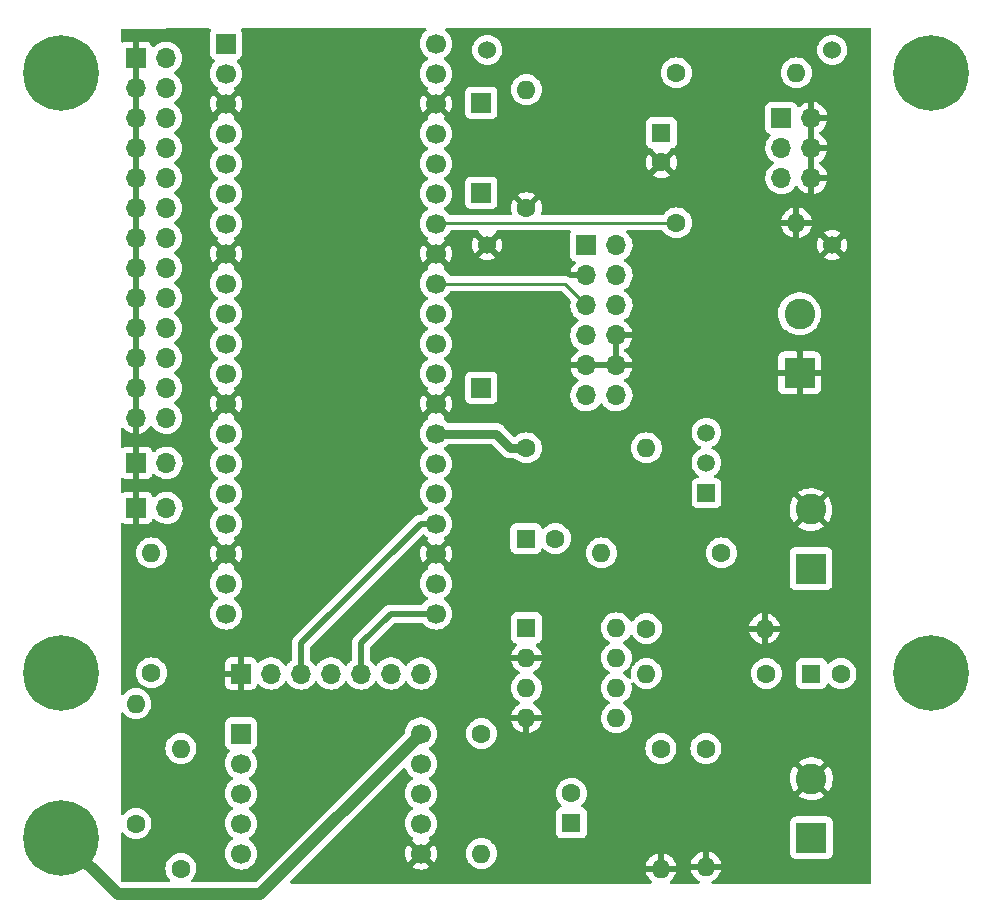
<source format=gbr>
%TF.GenerationSoftware,KiCad,Pcbnew,(6.0.6)*%
%TF.CreationDate,2022-06-29T20:31:09-07:00*%
%TF.ProjectId,project_brave_heart,70726f6a-6563-4745-9f62-726176655f68,rev?*%
%TF.SameCoordinates,Original*%
%TF.FileFunction,Copper,L2,Bot*%
%TF.FilePolarity,Positive*%
%FSLAX46Y46*%
G04 Gerber Fmt 4.6, Leading zero omitted, Abs format (unit mm)*
G04 Created by KiCad (PCBNEW (6.0.6)) date 2022-06-29 20:31:09*
%MOMM*%
%LPD*%
G01*
G04 APERTURE LIST*
%TA.AperFunction,ComponentPad*%
%ADD10C,1.600000*%
%TD*%
%TA.AperFunction,ComponentPad*%
%ADD11O,1.600000X1.600000*%
%TD*%
%TA.AperFunction,ComponentPad*%
%ADD12R,1.700000X1.700000*%
%TD*%
%TA.AperFunction,ComponentPad*%
%ADD13O,1.700000X1.700000*%
%TD*%
%TA.AperFunction,ComponentPad*%
%ADD14C,6.400000*%
%TD*%
%TA.AperFunction,ComponentPad*%
%ADD15R,1.600000X1.600000*%
%TD*%
%TA.AperFunction,ComponentPad*%
%ADD16R,2.600000X2.600000*%
%TD*%
%TA.AperFunction,ComponentPad*%
%ADD17C,2.600000*%
%TD*%
%TA.AperFunction,ComponentPad*%
%ADD18C,1.700000*%
%TD*%
%TA.AperFunction,ComponentPad*%
%ADD19R,1.500000X1.500000*%
%TD*%
%TA.AperFunction,ComponentPad*%
%ADD20C,1.500000*%
%TD*%
%TA.AperFunction,ComponentPad*%
%ADD21C,0.800000*%
%TD*%
%TA.AperFunction,ComponentPad*%
%ADD22C,1.524000*%
%TD*%
%TA.AperFunction,Conductor*%
%ADD23C,0.254000*%
%TD*%
%TA.AperFunction,Conductor*%
%ADD24C,0.508000*%
%TD*%
%TA.AperFunction,Conductor*%
%ADD25C,0.762000*%
%TD*%
%TA.AperFunction,Conductor*%
%ADD26C,1.016000*%
%TD*%
G04 APERTURE END LIST*
D10*
%TO.P,R9,1*%
%TO.N,/LED_PIN*%
X107995000Y-114240000D03*
D11*
%TO.P,R9,2*%
%TO.N,Net-(D1-Pad2)*%
X107995000Y-104080000D03*
%TD*%
D12*
%TO.P,J4,1,Pin_1*%
%TO.N,+3V3*%
X144825000Y-78045000D03*
D13*
%TO.P,J4,2,Pin_2*%
%TO.N,Net-(U3-Pad37)*%
X147365000Y-78045000D03*
%TO.P,J4,3,Pin_3*%
%TO.N,GND*%
X144825000Y-80585000D03*
%TO.P,J4,4,Pin_4*%
%TO.N,VDD*%
X147365000Y-80585000D03*
%TO.P,J4,5,Pin_5*%
%TO.N,Net-(U3-Pad32)*%
X144825000Y-83125000D03*
%TO.P,J4,6,Pin_6*%
%TO.N,VDD*%
X147365000Y-83125000D03*
%TO.P,J4,7,Pin_7*%
%TO.N,+3V3*%
X144825000Y-85665000D03*
%TO.P,J4,8,Pin_8*%
%TO.N,GND*%
X147365000Y-85665000D03*
%TO.P,J4,9,Pin_9*%
X144825000Y-88205000D03*
%TO.P,J4,10,Pin_10*%
X147365000Y-88205000D03*
%TO.P,J4,11,Pin_11*%
%TO.N,Net-(U3-Pad31)*%
X144825000Y-90745000D03*
%TO.P,J4,12,Pin_12*%
%TO.N,Net-(U3-Pad30)*%
X147365000Y-90745000D03*
%TD*%
D10*
%TO.P,R10,1*%
%TO.N,/VBAT*%
X152445000Y-76140000D03*
D11*
%TO.P,R10,2*%
%TO.N,GND*%
X162605000Y-76140000D03*
%TD*%
D10*
%TO.P,R8,1*%
%TO.N,/VBAT*%
X152445000Y-63440000D03*
D11*
%TO.P,R8,2*%
%TO.N,+3V0*%
X162605000Y-63440000D03*
%TD*%
D12*
%TO.P,J10,1,Pin_1*%
%TO.N,+3V0*%
X161330000Y-67265000D03*
D13*
%TO.P,J10,2,Pin_2*%
%TO.N,GND*%
X163870000Y-67265000D03*
%TO.P,J10,3,Pin_3*%
%TO.N,+3V0*%
X161330000Y-69805000D03*
%TO.P,J10,4,Pin_4*%
%TO.N,GND*%
X163870000Y-69805000D03*
%TO.P,J10,5,Pin_5*%
%TO.N,+3V0*%
X161330000Y-72345000D03*
%TO.P,J10,6,Pin_6*%
%TO.N,GND*%
X163870000Y-72345000D03*
%TD*%
D14*
%TO.P,H4,1*%
%TO.N,N/C*%
X100375000Y-114240000D03*
%TD*%
%TO.P,H3,1*%
%TO.N,N/C*%
X100375000Y-63440000D03*
%TD*%
%TO.P,H2,1*%
%TO.N,N/C*%
X174035000Y-114240000D03*
%TD*%
%TO.P,H1,1*%
%TO.N,N/C*%
X174035000Y-63440000D03*
%TD*%
D15*
%TO.P,C1,1*%
%TO.N,Net-(C1-Pad1)*%
X143555000Y-126940000D03*
D10*
%TO.P,C1,2*%
%TO.N,Net-(C1-Pad2)*%
X143555000Y-124440000D03*
%TD*%
D16*
%TO.P,J7,1,Pin_1*%
%TO.N,GND*%
X162865000Y-88840000D03*
D17*
%TO.P,J7,2,Pin_2*%
%TO.N,+3V0*%
X162865000Y-83840000D03*
%TD*%
D16*
%TO.P,J6,1,Pin_1*%
%TO.N,Net-(J6-Pad1)*%
X163830000Y-105410000D03*
D17*
%TO.P,J6,2,Pin_2*%
%TO.N,GND*%
X163830000Y-100410000D03*
%TD*%
D15*
%TO.P,C3,1*%
%TO.N,Net-(C3-Pad1)*%
X139700000Y-102870000D03*
D10*
%TO.P,C3,2*%
%TO.N,Net-(C3-Pad2)*%
X142200000Y-102870000D03*
%TD*%
%TO.P,R7,1*%
%TO.N,/M1_PWM*%
X139745000Y-95190000D03*
D11*
%TO.P,R7,2*%
%TO.N,Net-(Q1-Pad2)*%
X149905000Y-95190000D03*
%TD*%
D12*
%TO.P,D2,1,K*%
%TO.N,GND*%
X106725000Y-96460000D03*
D13*
%TO.P,D2,2,A*%
%TO.N,Net-(D1-Pad2)*%
X109265000Y-96460000D03*
%TD*%
D16*
%TO.P,J5,1,Pin_1*%
%TO.N,Net-(C5-Pad2)*%
X163875000Y-128210000D03*
D17*
%TO.P,J5,2,Pin_2*%
%TO.N,GND*%
X163875000Y-123210000D03*
%TD*%
D12*
%TO.P,J8,1,Pin_1*%
%TO.N,Net-(J8-Pad1)*%
X135935000Y-73600000D03*
%TD*%
D10*
%TO.P,R3,1*%
%TO.N,+3V3*%
X106680000Y-127000000D03*
D11*
%TO.P,R3,2*%
%TO.N,/I2CTX*%
X106680000Y-116840000D03*
%TD*%
D10*
%TO.P,R1,1*%
%TO.N,/AUDIO*%
X135935000Y-119380000D03*
D11*
%TO.P,R1,2*%
%TO.N,Net-(C1-Pad1)*%
X135935000Y-129540000D03*
%TD*%
D12*
%TO.P,DISP1,1,VSS/GND*%
%TO.N,GND*%
X115570000Y-114300000D03*
D13*
%TO.P,DISP1,2,VDD*%
%TO.N,+3V3*%
X118110000Y-114300000D03*
%TO.P,DISP1,3,SCLK*%
%TO.N,/SPI_SCLK*%
X120650000Y-114300000D03*
%TO.P,DISP1,4,SDA*%
%TO.N,/SPI_SDA*%
X123190000Y-114300000D03*
%TO.P,DISP1,5,RES*%
%TO.N,/SPI_RES*%
X125730000Y-114300000D03*
%TO.P,DISP1,6,DC*%
%TO.N,/SPI_DC*%
X128270000Y-114300000D03*
%TO.P,DISP1,7,CS*%
%TO.N,/SPI_CS*%
X130810000Y-114300000D03*
%TD*%
D10*
%TO.P,R5,1*%
%TO.N,Net-(R5-Pad1)*%
X156255000Y-104080000D03*
D11*
%TO.P,R5,2*%
%TO.N,Net-(C3-Pad2)*%
X146095000Y-104080000D03*
%TD*%
D10*
%TO.P,R2,1*%
%TO.N,+3V3*%
X110490000Y-130810000D03*
D11*
%TO.P,R2,2*%
%TO.N,/I2CCK*%
X110490000Y-120650000D03*
%TD*%
D12*
%TO.P,U1,1,SDIO*%
%TO.N,/I2CTX*%
X115570000Y-119380000D03*
D18*
%TO.P,U1,2,SCLK*%
%TO.N,/I2CCK*%
X115570000Y-121920000D03*
%TO.P,U1,3,N/C*%
%TO.N,unconnected-(U1-Pad3)*%
X115570000Y-124460000D03*
%TO.P,U1,4,N/C*%
%TO.N,unconnected-(U1-Pad4)*%
X115570000Y-127000000D03*
%TO.P,U1,5,VDD*%
%TO.N,+3V3*%
X115570000Y-129540000D03*
%TO.P,U1,6,GND*%
%TO.N,GND*%
X130810000Y-129540000D03*
%TO.P,U1,7,ROUT*%
%TO.N,unconnected-(U1-Pad7)*%
X130810000Y-127000000D03*
%TO.P,U1,8,LOUT*%
%TO.N,/AUDIO*%
X130810000Y-124460000D03*
%TO.P,U1,9,N/C*%
%TO.N,unconnected-(U1-Pad9)*%
X130810000Y-121920000D03*
%TO.P,U1,10,FMIN*%
%TO.N,Net-(J2-Pad1)*%
X130810000Y-119380000D03*
%TD*%
D15*
%TO.P,C5,1*%
%TO.N,Net-(C5-Pad1)*%
X163875000Y-114300000D03*
D10*
%TO.P,C5,2*%
%TO.N,Net-(C5-Pad2)*%
X166375000Y-114300000D03*
%TD*%
%TO.P,C2,1*%
%TO.N,Net-(C1-Pad2)*%
X154940000Y-120650000D03*
D11*
%TO.P,C2,2*%
%TO.N,GND*%
X154940000Y-130650000D03*
%TD*%
D19*
%TO.P,Q1,1,E*%
%TO.N,Net-(J6-Pad1)*%
X154985000Y-99000000D03*
D20*
%TO.P,Q1,2,B*%
%TO.N,Net-(Q1-Pad2)*%
X154985000Y-96460000D03*
%TO.P,Q1,3,C*%
%TO.N,+3V0*%
X154985000Y-93920000D03*
%TD*%
D10*
%TO.P,C7,1*%
%TO.N,GND*%
X139745000Y-74870000D03*
D11*
%TO.P,C7,2*%
%TO.N,VDD*%
X139745000Y-64870000D03*
%TD*%
D21*
%TO.P,J2,1,Pin_1*%
%TO.N,Net-(J2-Pad1)*%
X102072056Y-126512944D03*
D14*
X100375000Y-128210000D03*
D21*
X102072056Y-129907056D03*
X97975000Y-128210000D03*
X100375000Y-130610000D03*
X98677944Y-129907056D03*
X98677944Y-126512944D03*
X102775000Y-128210000D03*
X100375000Y-125810000D03*
%TD*%
D10*
%TO.P,R4,1*%
%TO.N,Net-(C1-Pad2)*%
X151130000Y-120650000D03*
D11*
%TO.P,R4,2*%
%TO.N,GND*%
X151130000Y-130810000D03*
%TD*%
D15*
%TO.P,C6,1*%
%TO.N,VDD*%
X151175000Y-68520000D03*
D10*
%TO.P,C6,2*%
%TO.N,GND*%
X151175000Y-71020000D03*
%TD*%
D12*
%TO.P,J3,1,Pin_1*%
%TO.N,/AUDIO*%
X135935000Y-90110000D03*
%TD*%
%TO.P,J1,1,Pin_1*%
%TO.N,GND*%
X106680000Y-62170000D03*
D13*
%TO.P,J1,2,Pin_2*%
%TO.N,Net-(J1-Pad2)*%
X109220000Y-62170000D03*
%TO.P,J1,3,Pin_3*%
%TO.N,GND*%
X106680000Y-64710000D03*
%TO.P,J1,4,Pin_4*%
%TO.N,Net-(J1-Pad4)*%
X109220000Y-64710000D03*
%TO.P,J1,5,Pin_5*%
%TO.N,GND*%
X106680000Y-67250000D03*
%TO.P,J1,6,Pin_6*%
%TO.N,Net-(J1-Pad6)*%
X109220000Y-67250000D03*
%TO.P,J1,7,Pin_7*%
%TO.N,GND*%
X106680000Y-69790000D03*
%TO.P,J1,8,Pin_8*%
%TO.N,Net-(J1-Pad8)*%
X109220000Y-69790000D03*
%TO.P,J1,9,Pin_9*%
%TO.N,GND*%
X106680000Y-72330000D03*
%TO.P,J1,10,Pin_10*%
%TO.N,Net-(J1-Pad10)*%
X109220000Y-72330000D03*
%TO.P,J1,11,Pin_11*%
%TO.N,GND*%
X106680000Y-74870000D03*
%TO.P,J1,12,Pin_12*%
%TO.N,Net-(J1-Pad12)*%
X109220000Y-74870000D03*
%TO.P,J1,13,Pin_13*%
%TO.N,GND*%
X106680000Y-77410000D03*
%TO.P,J1,14,Pin_14*%
%TO.N,Net-(J1-Pad14)*%
X109220000Y-77410000D03*
%TO.P,J1,15,Pin_15*%
%TO.N,GND*%
X106680000Y-79950000D03*
%TO.P,J1,16,Pin_16*%
%TO.N,Net-(J1-Pad16)*%
X109220000Y-79950000D03*
%TO.P,J1,17,Pin_17*%
%TO.N,GND*%
X106680000Y-82490000D03*
%TO.P,J1,18,Pin_18*%
%TO.N,Net-(J1-Pad18)*%
X109220000Y-82490000D03*
%TO.P,J1,19,Pin_19*%
%TO.N,GND*%
X106680000Y-85030000D03*
%TO.P,J1,20,Pin_20*%
%TO.N,Net-(J1-Pad20)*%
X109220000Y-85030000D03*
%TO.P,J1,21,Pin_21*%
%TO.N,GND*%
X106680000Y-87570000D03*
%TO.P,J1,22,Pin_22*%
%TO.N,Net-(J1-Pad22)*%
X109220000Y-87570000D03*
%TO.P,J1,23,Pin_23*%
%TO.N,GND*%
X106680000Y-90110000D03*
%TO.P,J1,24,Pin_24*%
%TO.N,Net-(J1-Pad24)*%
X109220000Y-90110000D03*
%TO.P,J1,25,Pin_25*%
%TO.N,GND*%
X106680000Y-92650000D03*
%TO.P,J1,26,Pin_26*%
%TO.N,Net-(J1-Pad26)*%
X109220000Y-92650000D03*
%TD*%
D10*
%TO.P,R6,1*%
%TO.N,Net-(C5-Pad1)*%
X160065000Y-114300000D03*
D11*
%TO.P,R6,2*%
%TO.N,Net-(C4-Pad1)*%
X149905000Y-114300000D03*
%TD*%
D12*
%TO.P,D1,1,K*%
%TO.N,GND*%
X106725000Y-100270000D03*
D13*
%TO.P,D1,2,A*%
%TO.N,Net-(D1-Pad2)*%
X109265000Y-100270000D03*
%TD*%
D12*
%TO.P,U3,1,GP0*%
%TO.N,Net-(J1-Pad2)*%
X114300000Y-60960000D03*
D18*
%TO.P,U3,2,GP1*%
%TO.N,Net-(J1-Pad4)*%
X114300000Y-63500000D03*
%TO.P,U3,3,GND*%
%TO.N,GND*%
X114300000Y-66040000D03*
%TO.P,U3,4,GP2*%
%TO.N,Net-(J1-Pad6)*%
X114300000Y-68580000D03*
%TO.P,U3,5,GP3*%
%TO.N,Net-(J1-Pad8)*%
X114300000Y-71120000D03*
%TO.P,U3,6,GP4*%
%TO.N,Net-(J1-Pad10)*%
X114300000Y-73660000D03*
%TO.P,U3,7,GP5*%
%TO.N,Net-(J1-Pad12)*%
X114300000Y-76200000D03*
%TO.P,U3,8,GND*%
%TO.N,GND*%
X114300000Y-78740000D03*
%TO.P,U3,9,GP6*%
%TO.N,Net-(J1-Pad14)*%
X114300000Y-81280000D03*
%TO.P,U3,10,GP7*%
%TO.N,Net-(J1-Pad16)*%
X114300000Y-83820000D03*
%TO.P,U3,11,GP8*%
%TO.N,Net-(J1-Pad18)*%
X114300000Y-86360000D03*
%TO.P,U3,12,GP9*%
%TO.N,Net-(J1-Pad20)*%
X114300000Y-88900000D03*
%TO.P,U3,13,GND*%
%TO.N,GND*%
X114300000Y-91440000D03*
%TO.P,U3,14,GP10*%
%TO.N,Net-(J1-Pad22)*%
X114300000Y-93980000D03*
%TO.P,U3,15,GP11*%
%TO.N,Net-(J1-Pad24)*%
X114300000Y-96520000D03*
%TO.P,U3,16,GP12*%
%TO.N,Net-(J1-Pad26)*%
X114300000Y-99060000D03*
%TO.P,U3,17,GP13*%
%TO.N,/LED_PIN*%
X114300000Y-101600000D03*
%TO.P,U3,18,GND*%
%TO.N,GND*%
X114300000Y-104140000D03*
%TO.P,U3,19,GP14*%
%TO.N,/I2CTX*%
X114300000Y-106680000D03*
%TO.P,U3,20,GP15*%
%TO.N,/I2CCK*%
X114300000Y-109220000D03*
%TO.P,U3,21,GP16*%
%TO.N,/SPI_RES*%
X132080000Y-109220000D03*
%TO.P,U3,22,GP17*%
%TO.N,/SPI_DC*%
X132080000Y-106680000D03*
%TO.P,U3,23,GND*%
%TO.N,GND*%
X132080000Y-104140000D03*
%TO.P,U3,24,GP18*%
%TO.N,/SPI_SCLK*%
X132080000Y-101600000D03*
%TO.P,U3,25,GP19*%
%TO.N,/SPI_SDA*%
X132080000Y-99060000D03*
%TO.P,U3,26,GP20*%
%TO.N,/SPI_CS*%
X132080000Y-96520000D03*
%TO.P,U3,27,GP21*%
%TO.N,/M1_PWM*%
X132080000Y-93980000D03*
%TO.P,U3,28,GND*%
%TO.N,GND*%
X132080000Y-91440000D03*
%TO.P,U3,29,GP22*%
%TO.N,/AUDIO*%
X132080000Y-88900000D03*
%TO.P,U3,30,RUN*%
%TO.N,Net-(U3-Pad30)*%
X132080000Y-86360000D03*
%TO.P,U3,31,GP26/ADC0*%
%TO.N,Net-(U3-Pad31)*%
X132080000Y-83820000D03*
%TO.P,U3,32,GP27/ADC1*%
%TO.N,Net-(U3-Pad32)*%
X132080000Y-81280000D03*
%TO.P,U3,33,GND*%
%TO.N,GND*%
X132080000Y-78740000D03*
%TO.P,U3,34,GP28/ADC2*%
%TO.N,/VBAT*%
X132080000Y-76200000D03*
%TO.P,U3,35,ADC_VREF*%
%TO.N,Net-(J8-Pad1)*%
X132080000Y-73660000D03*
%TO.P,U3,36,3V3*%
%TO.N,+3V3*%
X132080000Y-71120000D03*
%TO.P,U3,37,3V3_EN*%
%TO.N,Net-(U3-Pad37)*%
X132080000Y-68580000D03*
%TO.P,U3,38,GND*%
%TO.N,GND*%
X132080000Y-66040000D03*
%TO.P,U3,39,VSYS*%
%TO.N,VCC*%
X132080000Y-63500000D03*
%TO.P,U3,40,VBUS*%
%TO.N,VDD*%
X132080000Y-60960000D03*
%TD*%
D15*
%TO.P,U2,1,GAIN*%
%TO.N,Net-(C3-Pad1)*%
X139745000Y-110430000D03*
D11*
%TO.P,U2,2,-*%
%TO.N,GND*%
X139745000Y-112970000D03*
%TO.P,U2,3,+*%
%TO.N,Net-(C1-Pad2)*%
X139745000Y-115510000D03*
%TO.P,U2,4,GND*%
%TO.N,GND*%
X139745000Y-118050000D03*
%TO.P,U2,5*%
%TO.N,Net-(C5-Pad1)*%
X147365000Y-118050000D03*
%TO.P,U2,6,V+*%
%TO.N,VDD*%
X147365000Y-115510000D03*
%TO.P,U2,7,BYPASS*%
%TO.N,unconnected-(U2-Pad7)*%
X147365000Y-112970000D03*
%TO.P,U2,8,GAIN*%
%TO.N,Net-(R5-Pad1)*%
X147365000Y-110430000D03*
%TD*%
D12*
%TO.P,J9,1,Pin_1*%
%TO.N,Net-(J9-Pad1)*%
X135935000Y-65980000D03*
%TD*%
D10*
%TO.P,C4,1*%
%TO.N,Net-(C4-Pad1)*%
X149905000Y-110490000D03*
D11*
%TO.P,C4,2*%
%TO.N,GND*%
X159905000Y-110490000D03*
%TD*%
D22*
%TO.P,MT1,4,VOUT-*%
%TO.N,GND*%
X136430000Y-78010000D03*
%TO.P,MT1,3,VOUT+*%
%TO.N,VDD*%
X136430000Y-61500000D03*
%TO.P,MT1,2,VIN-*%
%TO.N,GND*%
X165640000Y-78010000D03*
%TO.P,MT1,1,VIN+*%
%TO.N,+3V0*%
X165640000Y-61500000D03*
%TD*%
D23*
%TO.N,Net-(U3-Pad32)*%
X142980000Y-81280000D02*
X144825000Y-83125000D01*
X132080000Y-81280000D02*
X142980000Y-81280000D01*
%TO.N,/VBAT*%
X132140000Y-76140000D02*
X152445000Y-76140000D01*
X132080000Y-76200000D02*
X132140000Y-76140000D01*
D24*
%TO.N,/SPI_SCLK*%
X132080000Y-101600000D02*
X130805000Y-101600000D01*
X130805000Y-101600000D02*
X120650000Y-111755000D01*
X120650000Y-111755000D02*
X120650000Y-114300000D01*
%TO.N,/SPI_RES*%
X125730000Y-114300000D02*
X125730000Y-111755000D01*
X128265000Y-109220000D02*
X132080000Y-109220000D01*
X125730000Y-111755000D02*
X128265000Y-109220000D01*
D25*
%TO.N,/M1_PWM*%
X137160000Y-93980000D02*
X138370000Y-95190000D01*
X132080000Y-93980000D02*
X137160000Y-93980000D01*
X138370000Y-95190000D02*
X139745000Y-95190000D01*
D26*
%TO.N,Net-(J2-Pad1)*%
X117218798Y-132971202D02*
X105136202Y-132971202D01*
X105136202Y-132971202D02*
X100375000Y-128210000D01*
X130810000Y-119380000D02*
X117218798Y-132971202D01*
%TD*%
%TA.AperFunction,Conductor*%
%TO.N,GND*%
G36*
X168896274Y-59650058D02*
G01*
X168942817Y-59703670D01*
X168954251Y-59756863D01*
X168942565Y-61735720D01*
X168910020Y-67246646D01*
X168910000Y-67250000D01*
X168910000Y-123190000D01*
X168947269Y-130552599D01*
X168954359Y-131953362D01*
X168934702Y-132021583D01*
X168881283Y-132068347D01*
X168828361Y-132080000D01*
X155536696Y-132080000D01*
X155468575Y-132059998D01*
X155422082Y-132006342D01*
X155411978Y-131936068D01*
X155441472Y-131871488D01*
X155483446Y-131839805D01*
X155591511Y-131789414D01*
X155601007Y-131783931D01*
X155779467Y-131658972D01*
X155787875Y-131651916D01*
X155941916Y-131497875D01*
X155948972Y-131489467D01*
X156073931Y-131311007D01*
X156079414Y-131301511D01*
X156171490Y-131104053D01*
X156175236Y-131093761D01*
X156221394Y-130921497D01*
X156221058Y-130907401D01*
X156213116Y-130904000D01*
X153672033Y-130904000D01*
X153658502Y-130907973D01*
X153657273Y-130916522D01*
X153704764Y-131093761D01*
X153708510Y-131104053D01*
X153800586Y-131301511D01*
X153806069Y-131311007D01*
X153931028Y-131489467D01*
X153938084Y-131497875D01*
X154092125Y-131651916D01*
X154100533Y-131658972D01*
X154278993Y-131783931D01*
X154288489Y-131789414D01*
X154396554Y-131839805D01*
X154449839Y-131886722D01*
X154469300Y-131955000D01*
X154448758Y-132022959D01*
X154394735Y-132069025D01*
X154343304Y-132080000D01*
X151996301Y-132080000D01*
X151928180Y-132059998D01*
X151881687Y-132006342D01*
X151871583Y-131936068D01*
X151901077Y-131871488D01*
X151924030Y-131850787D01*
X151969467Y-131818972D01*
X151977875Y-131811916D01*
X152131916Y-131657875D01*
X152138972Y-131649467D01*
X152263931Y-131471007D01*
X152269414Y-131461511D01*
X152361490Y-131264053D01*
X152365236Y-131253761D01*
X152411394Y-131081497D01*
X152411058Y-131067401D01*
X152403116Y-131064000D01*
X149862033Y-131064000D01*
X149848502Y-131067973D01*
X149847273Y-131076522D01*
X149894764Y-131253761D01*
X149898510Y-131264053D01*
X149990586Y-131461511D01*
X149996069Y-131471007D01*
X150121028Y-131649467D01*
X150128084Y-131657875D01*
X150282125Y-131811916D01*
X150290533Y-131818972D01*
X150335970Y-131850787D01*
X150380298Y-131906244D01*
X150387607Y-131976863D01*
X150355576Y-132040224D01*
X150294375Y-132076209D01*
X150263699Y-132080000D01*
X119851738Y-132080000D01*
X119783617Y-132059998D01*
X119737124Y-132006342D01*
X119727020Y-131936068D01*
X119756514Y-131871488D01*
X119762643Y-131864905D01*
X120962695Y-130664853D01*
X130049977Y-130664853D01*
X130055258Y-130671907D01*
X130216756Y-130766279D01*
X130226042Y-130770729D01*
X130425001Y-130846703D01*
X130434899Y-130849579D01*
X130643595Y-130892038D01*
X130653823Y-130893257D01*
X130866650Y-130901062D01*
X130876936Y-130900595D01*
X131088185Y-130873534D01*
X131098262Y-130871392D01*
X131302255Y-130810191D01*
X131311842Y-130806433D01*
X131503098Y-130712738D01*
X131511944Y-130707465D01*
X131559247Y-130673723D01*
X131567648Y-130663023D01*
X131560660Y-130649870D01*
X130822812Y-129912022D01*
X130808868Y-129904408D01*
X130807035Y-129904539D01*
X130800420Y-129908790D01*
X130056737Y-130652473D01*
X130049977Y-130664853D01*
X120962695Y-130664853D01*
X122115685Y-129511863D01*
X129448050Y-129511863D01*
X129460309Y-129724477D01*
X129461745Y-129734697D01*
X129508565Y-129942446D01*
X129511645Y-129952275D01*
X129591770Y-130149603D01*
X129596413Y-130158794D01*
X129676460Y-130289420D01*
X129686916Y-130298880D01*
X129695694Y-130295096D01*
X130437978Y-129552812D01*
X130444356Y-129541132D01*
X131174408Y-129541132D01*
X131174539Y-129542965D01*
X131178790Y-129549580D01*
X131920474Y-130291264D01*
X131932484Y-130297823D01*
X131944223Y-130288855D01*
X131975004Y-130246019D01*
X131980315Y-130237180D01*
X132074670Y-130046267D01*
X132078469Y-130036672D01*
X132140376Y-129832915D01*
X132142555Y-129822834D01*
X132170590Y-129609887D01*
X132171109Y-129603212D01*
X132172572Y-129543364D01*
X132172475Y-129540000D01*
X134621502Y-129540000D01*
X134641457Y-129768087D01*
X134642881Y-129773400D01*
X134642881Y-129773402D01*
X134695703Y-129970533D01*
X134700716Y-129989243D01*
X134703039Y-129994224D01*
X134703039Y-129994225D01*
X134795151Y-130191762D01*
X134795154Y-130191767D01*
X134797477Y-130196749D01*
X134832157Y-130246277D01*
X134916156Y-130366239D01*
X134928802Y-130384300D01*
X135090700Y-130546198D01*
X135095208Y-130549355D01*
X135095211Y-130549357D01*
X135135445Y-130577529D01*
X135278251Y-130677523D01*
X135283233Y-130679846D01*
X135283238Y-130679849D01*
X135480775Y-130771961D01*
X135485757Y-130774284D01*
X135491065Y-130775706D01*
X135491067Y-130775707D01*
X135701598Y-130832119D01*
X135701600Y-130832119D01*
X135706913Y-130833543D01*
X135935000Y-130853498D01*
X136163087Y-130833543D01*
X136168400Y-130832119D01*
X136168402Y-130832119D01*
X136378933Y-130775707D01*
X136378935Y-130775706D01*
X136384243Y-130774284D01*
X136389225Y-130771961D01*
X136586762Y-130679849D01*
X136586767Y-130679846D01*
X136591749Y-130677523D01*
X136734555Y-130577529D01*
X136774789Y-130549357D01*
X136774792Y-130549355D01*
X136779300Y-130546198D01*
X136786995Y-130538503D01*
X149848606Y-130538503D01*
X149848942Y-130552599D01*
X149856884Y-130556000D01*
X150857885Y-130556000D01*
X150873124Y-130551525D01*
X150874329Y-130550135D01*
X150876000Y-130542452D01*
X150876000Y-130537885D01*
X151384000Y-130537885D01*
X151388475Y-130553124D01*
X151389865Y-130554329D01*
X151397548Y-130556000D01*
X152397967Y-130556000D01*
X152411498Y-130552027D01*
X152412727Y-130543478D01*
X152368522Y-130378503D01*
X153658606Y-130378503D01*
X153658942Y-130392599D01*
X153666884Y-130396000D01*
X154667885Y-130396000D01*
X154683124Y-130391525D01*
X154684329Y-130390135D01*
X154686000Y-130382452D01*
X154686000Y-130377885D01*
X155194000Y-130377885D01*
X155198475Y-130393124D01*
X155199865Y-130394329D01*
X155207548Y-130396000D01*
X156207967Y-130396000D01*
X156221498Y-130392027D01*
X156222727Y-130383478D01*
X156175236Y-130206239D01*
X156171490Y-130195947D01*
X156079414Y-129998489D01*
X156073931Y-129988993D01*
X155948972Y-129810533D01*
X155941916Y-129802125D01*
X155787875Y-129648084D01*
X155779467Y-129641028D01*
X155661082Y-129558134D01*
X162066500Y-129558134D01*
X162073255Y-129620316D01*
X162124385Y-129756705D01*
X162211739Y-129873261D01*
X162328295Y-129960615D01*
X162464684Y-130011745D01*
X162526866Y-130018500D01*
X165223134Y-130018500D01*
X165285316Y-130011745D01*
X165421705Y-129960615D01*
X165538261Y-129873261D01*
X165625615Y-129756705D01*
X165676745Y-129620316D01*
X165683500Y-129558134D01*
X165683500Y-126861866D01*
X165676745Y-126799684D01*
X165625615Y-126663295D01*
X165538261Y-126546739D01*
X165421705Y-126459385D01*
X165285316Y-126408255D01*
X165223134Y-126401500D01*
X162526866Y-126401500D01*
X162464684Y-126408255D01*
X162328295Y-126459385D01*
X162211739Y-126546739D01*
X162124385Y-126663295D01*
X162073255Y-126799684D01*
X162066500Y-126861866D01*
X162066500Y-129558134D01*
X155661082Y-129558134D01*
X155601007Y-129516069D01*
X155591511Y-129510586D01*
X155394053Y-129418510D01*
X155383761Y-129414764D01*
X155211497Y-129368606D01*
X155197401Y-129368942D01*
X155194000Y-129376884D01*
X155194000Y-130377885D01*
X154686000Y-130377885D01*
X154686000Y-129382033D01*
X154682027Y-129368502D01*
X154673478Y-129367273D01*
X154496239Y-129414764D01*
X154485947Y-129418510D01*
X154288489Y-129510586D01*
X154278993Y-129516069D01*
X154100533Y-129641028D01*
X154092125Y-129648084D01*
X153938084Y-129802125D01*
X153931028Y-129810533D01*
X153806069Y-129988993D01*
X153800586Y-129998489D01*
X153708510Y-130195947D01*
X153704764Y-130206239D01*
X153658606Y-130378503D01*
X152368522Y-130378503D01*
X152365236Y-130366239D01*
X152361490Y-130355947D01*
X152269414Y-130158489D01*
X152263931Y-130148993D01*
X152138972Y-129970533D01*
X152131916Y-129962125D01*
X151977875Y-129808084D01*
X151969467Y-129801028D01*
X151791007Y-129676069D01*
X151781511Y-129670586D01*
X151584053Y-129578510D01*
X151573761Y-129574764D01*
X151401497Y-129528606D01*
X151387401Y-129528942D01*
X151384000Y-129536884D01*
X151384000Y-130537885D01*
X150876000Y-130537885D01*
X150876000Y-129542033D01*
X150872027Y-129528502D01*
X150863478Y-129527273D01*
X150686239Y-129574764D01*
X150675947Y-129578510D01*
X150478489Y-129670586D01*
X150468993Y-129676069D01*
X150290533Y-129801028D01*
X150282125Y-129808084D01*
X150128084Y-129962125D01*
X150121028Y-129970533D01*
X149996069Y-130148993D01*
X149990586Y-130158489D01*
X149898510Y-130355947D01*
X149894764Y-130366239D01*
X149848606Y-130538503D01*
X136786995Y-130538503D01*
X136941198Y-130384300D01*
X136953845Y-130366239D01*
X137037843Y-130246277D01*
X137072523Y-130196749D01*
X137074846Y-130191767D01*
X137074849Y-130191762D01*
X137166961Y-129994225D01*
X137166961Y-129994224D01*
X137169284Y-129989243D01*
X137174298Y-129970533D01*
X137227119Y-129773402D01*
X137227119Y-129773400D01*
X137228543Y-129768087D01*
X137248498Y-129540000D01*
X137228543Y-129311913D01*
X137222593Y-129289707D01*
X137170707Y-129096067D01*
X137170706Y-129096065D01*
X137169284Y-129090757D01*
X137080713Y-128900814D01*
X137074849Y-128888238D01*
X137074846Y-128888233D01*
X137072523Y-128883251D01*
X136990636Y-128766304D01*
X136944357Y-128700211D01*
X136944355Y-128700208D01*
X136941198Y-128695700D01*
X136779300Y-128533802D01*
X136774792Y-128530645D01*
X136774789Y-128530643D01*
X136627344Y-128427401D01*
X136591749Y-128402477D01*
X136586767Y-128400154D01*
X136586762Y-128400151D01*
X136389225Y-128308039D01*
X136389224Y-128308039D01*
X136384243Y-128305716D01*
X136378935Y-128304294D01*
X136378933Y-128304293D01*
X136168402Y-128247881D01*
X136168400Y-128247881D01*
X136163087Y-128246457D01*
X135935000Y-128226502D01*
X135706913Y-128246457D01*
X135701600Y-128247881D01*
X135701598Y-128247881D01*
X135491067Y-128304293D01*
X135491065Y-128304294D01*
X135485757Y-128305716D01*
X135480776Y-128308039D01*
X135480775Y-128308039D01*
X135283238Y-128400151D01*
X135283233Y-128400154D01*
X135278251Y-128402477D01*
X135242656Y-128427401D01*
X135095211Y-128530643D01*
X135095208Y-128530645D01*
X135090700Y-128533802D01*
X134928802Y-128695700D01*
X134925645Y-128700208D01*
X134925643Y-128700211D01*
X134879364Y-128766304D01*
X134797477Y-128883251D01*
X134795154Y-128888233D01*
X134795151Y-128888238D01*
X134789287Y-128900814D01*
X134700716Y-129090757D01*
X134699294Y-129096065D01*
X134699293Y-129096067D01*
X134647407Y-129289707D01*
X134641457Y-129311913D01*
X134621502Y-129540000D01*
X132172475Y-129540000D01*
X132172378Y-129536646D01*
X132154781Y-129322604D01*
X132153096Y-129312424D01*
X132101214Y-129105875D01*
X132097894Y-129096124D01*
X132012972Y-128900814D01*
X132008105Y-128891739D01*
X131943063Y-128791197D01*
X131932377Y-128781995D01*
X131922812Y-128786398D01*
X131182022Y-129527188D01*
X131174408Y-129541132D01*
X130444356Y-129541132D01*
X130445592Y-129538868D01*
X130445461Y-129537035D01*
X130441210Y-129530420D01*
X129699849Y-128789059D01*
X129688313Y-128782759D01*
X129676031Y-128792382D01*
X129628089Y-128862662D01*
X129623004Y-128871613D01*
X129533338Y-129064783D01*
X129529775Y-129074470D01*
X129472864Y-129279681D01*
X129470933Y-129289800D01*
X129448302Y-129501574D01*
X129448050Y-129511863D01*
X122115685Y-129511863D01*
X129314420Y-122313128D01*
X129376732Y-122279102D01*
X129447547Y-122284167D01*
X129504383Y-122326714D01*
X129520258Y-122354819D01*
X129591322Y-122529829D01*
X129593266Y-122534616D01*
X129595965Y-122539020D01*
X129685095Y-122684467D01*
X129709987Y-122725088D01*
X129856250Y-122893938D01*
X130028126Y-123036632D01*
X130098595Y-123077811D01*
X130101445Y-123079476D01*
X130150169Y-123131114D01*
X130163240Y-123200897D01*
X130136509Y-123266669D01*
X130096055Y-123300027D01*
X130091349Y-123302477D01*
X130083607Y-123306507D01*
X130079474Y-123309610D01*
X130079471Y-123309612D01*
X129909100Y-123437530D01*
X129904965Y-123440635D01*
X129750629Y-123602138D01*
X129624743Y-123786680D01*
X129609003Y-123820590D01*
X129552167Y-123943033D01*
X129530688Y-123989305D01*
X129470989Y-124204570D01*
X129447251Y-124426695D01*
X129447548Y-124431848D01*
X129447548Y-124431851D01*
X129453011Y-124526590D01*
X129460110Y-124649715D01*
X129461247Y-124654761D01*
X129461248Y-124654767D01*
X129481119Y-124742939D01*
X129509222Y-124867639D01*
X129593266Y-125074616D01*
X129709987Y-125265088D01*
X129856250Y-125433938D01*
X130028126Y-125576632D01*
X130079162Y-125606455D01*
X130101445Y-125619476D01*
X130150169Y-125671114D01*
X130163240Y-125740897D01*
X130136509Y-125806669D01*
X130096055Y-125840027D01*
X130083607Y-125846507D01*
X130079474Y-125849610D01*
X130079471Y-125849612D01*
X129909100Y-125977530D01*
X129904965Y-125980635D01*
X129750629Y-126142138D01*
X129747715Y-126146410D01*
X129747714Y-126146411D01*
X129738300Y-126160211D01*
X129624743Y-126326680D01*
X129609003Y-126360590D01*
X129560644Y-126464771D01*
X129530688Y-126529305D01*
X129470989Y-126744570D01*
X129447251Y-126966695D01*
X129447548Y-126971848D01*
X129447548Y-126971851D01*
X129453011Y-127066590D01*
X129460110Y-127189715D01*
X129461247Y-127194761D01*
X129461248Y-127194767D01*
X129469955Y-127233402D01*
X129509222Y-127407639D01*
X129593266Y-127614616D01*
X129616029Y-127651762D01*
X129699598Y-127788134D01*
X129709987Y-127805088D01*
X129856250Y-127973938D01*
X129932846Y-128037529D01*
X130012021Y-128103261D01*
X130028126Y-128116632D01*
X130101445Y-128159476D01*
X130101955Y-128159774D01*
X130150679Y-128211412D01*
X130163750Y-128281195D01*
X130137019Y-128346967D01*
X130096562Y-128380327D01*
X130088460Y-128384544D01*
X130079734Y-128390039D01*
X130059677Y-128405099D01*
X130051223Y-128416427D01*
X130057968Y-128428758D01*
X130797188Y-129167978D01*
X130811132Y-129175592D01*
X130812965Y-129175461D01*
X130819580Y-129171210D01*
X131563389Y-128427401D01*
X131570410Y-128414544D01*
X131563611Y-128405213D01*
X131559559Y-128402521D01*
X131522602Y-128382120D01*
X131472631Y-128331687D01*
X131457859Y-128262245D01*
X131482975Y-128195839D01*
X131510327Y-128169232D01*
X131533797Y-128152491D01*
X131689860Y-128041173D01*
X131721788Y-128009357D01*
X131844435Y-127887137D01*
X131848096Y-127883489D01*
X131866617Y-127857715D01*
X131975435Y-127706277D01*
X131978453Y-127702077D01*
X131998628Y-127661257D01*
X132075136Y-127506453D01*
X132075137Y-127506451D01*
X132077430Y-127501811D01*
X132142370Y-127288069D01*
X132171529Y-127066590D01*
X132173156Y-127000000D01*
X132154852Y-126777361D01*
X132100431Y-126560702D01*
X132011354Y-126355840D01*
X131890014Y-126168277D01*
X131739670Y-126003051D01*
X131735619Y-125999852D01*
X131735615Y-125999848D01*
X131568414Y-125867800D01*
X131568410Y-125867798D01*
X131564359Y-125864598D01*
X131523053Y-125841796D01*
X131473084Y-125791364D01*
X131458312Y-125721921D01*
X131483428Y-125655516D01*
X131510780Y-125628909D01*
X131554603Y-125597650D01*
X131689860Y-125501173D01*
X131718340Y-125472793D01*
X131844435Y-125347137D01*
X131848096Y-125343489D01*
X131907594Y-125260689D01*
X131975435Y-125166277D01*
X131978453Y-125162077D01*
X132047952Y-125021457D01*
X132075136Y-124966453D01*
X132075137Y-124966451D01*
X132077430Y-124961811D01*
X132120497Y-124820062D01*
X132140865Y-124753023D01*
X132140865Y-124753021D01*
X132142370Y-124748069D01*
X132171529Y-124526590D01*
X132173156Y-124460000D01*
X132171512Y-124440000D01*
X142241502Y-124440000D01*
X142261457Y-124668087D01*
X142262881Y-124673400D01*
X142262881Y-124673402D01*
X142316210Y-124872425D01*
X142320716Y-124889243D01*
X142323039Y-124894224D01*
X142323039Y-124894225D01*
X142415151Y-125091762D01*
X142415154Y-125091767D01*
X142417477Y-125096749D01*
X142420634Y-125101257D01*
X142538082Y-125268990D01*
X142548802Y-125284300D01*
X142694502Y-125430000D01*
X142728528Y-125492312D01*
X142723463Y-125563127D01*
X142680916Y-125619963D01*
X142644263Y-125637132D01*
X142644684Y-125638255D01*
X142508295Y-125689385D01*
X142391739Y-125776739D01*
X142304385Y-125893295D01*
X142253255Y-126029684D01*
X142246500Y-126091866D01*
X142246500Y-127788134D01*
X142253255Y-127850316D01*
X142304385Y-127986705D01*
X142391739Y-128103261D01*
X142508295Y-128190615D01*
X142644684Y-128241745D01*
X142706866Y-128248500D01*
X144403134Y-128248500D01*
X144465316Y-128241745D01*
X144601705Y-128190615D01*
X144718261Y-128103261D01*
X144805615Y-127986705D01*
X144856745Y-127850316D01*
X144863500Y-127788134D01*
X144863500Y-126091866D01*
X144856745Y-126029684D01*
X144805615Y-125893295D01*
X144718261Y-125776739D01*
X144601705Y-125689385D01*
X144465316Y-125638255D01*
X144466046Y-125636309D01*
X144413795Y-125606455D01*
X144380979Y-125543497D01*
X144387409Y-125472793D01*
X144415498Y-125430000D01*
X144561198Y-125284300D01*
X144571919Y-125268990D01*
X144689366Y-125101257D01*
X144692523Y-125096749D01*
X144694846Y-125091767D01*
X144694849Y-125091762D01*
X144786961Y-124894225D01*
X144786961Y-124894224D01*
X144789284Y-124889243D01*
X144793791Y-124872425D01*
X144847119Y-124673402D01*
X144847119Y-124673400D01*
X144848543Y-124668087D01*
X144849696Y-124654906D01*
X162794839Y-124654906D01*
X162803553Y-124666427D01*
X162910452Y-124744809D01*
X162918351Y-124749745D01*
X163147905Y-124870519D01*
X163156454Y-124874236D01*
X163401327Y-124959749D01*
X163410336Y-124962163D01*
X163665166Y-125010544D01*
X163674423Y-125011598D01*
X163933607Y-125021783D01*
X163942921Y-125021457D01*
X164200753Y-124993220D01*
X164209930Y-124991519D01*
X164460758Y-124925481D01*
X164469574Y-124922445D01*
X164707880Y-124820062D01*
X164716167Y-124815748D01*
X164936718Y-124679266D01*
X164944268Y-124673780D01*
X164949559Y-124669301D01*
X164957997Y-124656497D01*
X164951935Y-124646145D01*
X163887812Y-123582022D01*
X163873868Y-123574408D01*
X163872035Y-123574539D01*
X163865420Y-123578790D01*
X162801497Y-124642713D01*
X162794839Y-124654906D01*
X144849696Y-124654906D01*
X144868498Y-124440000D01*
X144848543Y-124211913D01*
X144847119Y-124206598D01*
X144790707Y-123996067D01*
X144790706Y-123996065D01*
X144789284Y-123990757D01*
X144712273Y-123825605D01*
X144694849Y-123788238D01*
X144694846Y-123788233D01*
X144692523Y-123783251D01*
X144561198Y-123595700D01*
X144399300Y-123433802D01*
X144394792Y-123430645D01*
X144394789Y-123430643D01*
X144316611Y-123375902D01*
X144211749Y-123302477D01*
X144206767Y-123300154D01*
X144206762Y-123300151D01*
X144009225Y-123208039D01*
X144009224Y-123208039D01*
X144004243Y-123205716D01*
X143998935Y-123204294D01*
X143998933Y-123204293D01*
X143860542Y-123167211D01*
X162062775Y-123167211D01*
X162075220Y-123426288D01*
X162076356Y-123435543D01*
X162126961Y-123689945D01*
X162129449Y-123698917D01*
X162217095Y-123943033D01*
X162220895Y-123951568D01*
X162343658Y-124180042D01*
X162348666Y-124187904D01*
X162418720Y-124281716D01*
X162429979Y-124290165D01*
X162442397Y-124283393D01*
X163502978Y-123222812D01*
X163509356Y-123211132D01*
X164239408Y-123211132D01*
X164239539Y-123212965D01*
X164243790Y-123219580D01*
X165311094Y-124286884D01*
X165323474Y-124293644D01*
X165331815Y-124287400D01*
X165465832Y-124079048D01*
X165470275Y-124070864D01*
X165576807Y-123834370D01*
X165579997Y-123825605D01*
X165650402Y-123575972D01*
X165652262Y-123566830D01*
X165685187Y-123308019D01*
X165685668Y-123301733D01*
X165687987Y-123213160D01*
X165687836Y-123206851D01*
X165668501Y-122946663D01*
X165667125Y-122937457D01*
X165609878Y-122684467D01*
X165607154Y-122675556D01*
X165513143Y-122433806D01*
X165509132Y-122425397D01*
X165380422Y-122200202D01*
X165375211Y-122192476D01*
X165331996Y-122137658D01*
X165320071Y-122129187D01*
X165308537Y-122135673D01*
X164247022Y-123197188D01*
X164239408Y-123211132D01*
X163509356Y-123211132D01*
X163510592Y-123208868D01*
X163510461Y-123207035D01*
X163506210Y-123200420D01*
X162440816Y-122135026D01*
X162427507Y-122127758D01*
X162417472Y-122134878D01*
X162401937Y-122153556D01*
X162396531Y-122161135D01*
X162261965Y-122382891D01*
X162257736Y-122391192D01*
X162157432Y-122630389D01*
X162154471Y-122639239D01*
X162090628Y-122890625D01*
X162089006Y-122899822D01*
X162063020Y-123157885D01*
X162062775Y-123167211D01*
X143860542Y-123167211D01*
X143788402Y-123147881D01*
X143788400Y-123147881D01*
X143783087Y-123146457D01*
X143555000Y-123126502D01*
X143326913Y-123146457D01*
X143321600Y-123147881D01*
X143321598Y-123147881D01*
X143111067Y-123204293D01*
X143111065Y-123204294D01*
X143105757Y-123205716D01*
X143100776Y-123208039D01*
X143100775Y-123208039D01*
X142903238Y-123300151D01*
X142903233Y-123300154D01*
X142898251Y-123302477D01*
X142793389Y-123375902D01*
X142715211Y-123430643D01*
X142715208Y-123430645D01*
X142710700Y-123433802D01*
X142548802Y-123595700D01*
X142417477Y-123783251D01*
X142415154Y-123788233D01*
X142415151Y-123788238D01*
X142397727Y-123825605D01*
X142320716Y-123990757D01*
X142319294Y-123996065D01*
X142319293Y-123996067D01*
X142262881Y-124206598D01*
X142261457Y-124211913D01*
X142241502Y-124440000D01*
X132171512Y-124440000D01*
X132154852Y-124237361D01*
X132100431Y-124020702D01*
X132011354Y-123815840D01*
X131890014Y-123628277D01*
X131739670Y-123463051D01*
X131735619Y-123459852D01*
X131735615Y-123459848D01*
X131568414Y-123327800D01*
X131568410Y-123327798D01*
X131564359Y-123324598D01*
X131523053Y-123301796D01*
X131473084Y-123251364D01*
X131458312Y-123181921D01*
X131483428Y-123115516D01*
X131510780Y-123088909D01*
X131554603Y-123057650D01*
X131689860Y-122961173D01*
X131848096Y-122803489D01*
X131907594Y-122720689D01*
X131975435Y-122626277D01*
X131978453Y-122622077D01*
X132077430Y-122421811D01*
X132119250Y-122284167D01*
X132140865Y-122213023D01*
X132140865Y-122213021D01*
X132142370Y-122208069D01*
X132171529Y-121986590D01*
X132173156Y-121920000D01*
X132154852Y-121697361D01*
X132100431Y-121480702D01*
X132011354Y-121275840D01*
X131971906Y-121214862D01*
X131892822Y-121092617D01*
X131892820Y-121092614D01*
X131890014Y-121088277D01*
X131739670Y-120923051D01*
X131735619Y-120919852D01*
X131735615Y-120919848D01*
X131568414Y-120787800D01*
X131568410Y-120787798D01*
X131564359Y-120784598D01*
X131523053Y-120761796D01*
X131473084Y-120711364D01*
X131458312Y-120641921D01*
X131483428Y-120575516D01*
X131510780Y-120548909D01*
X131601932Y-120483891D01*
X131689860Y-120421173D01*
X131721788Y-120389357D01*
X131833400Y-120278134D01*
X131848096Y-120263489D01*
X131879498Y-120219789D01*
X131975435Y-120086277D01*
X131978453Y-120082077D01*
X131998628Y-120041257D01*
X132075136Y-119886453D01*
X132075137Y-119886451D01*
X132077430Y-119881811D01*
X132142370Y-119668069D01*
X132171529Y-119446590D01*
X132172227Y-119418039D01*
X132173074Y-119383365D01*
X132173074Y-119383361D01*
X132173156Y-119380000D01*
X134621502Y-119380000D01*
X134641457Y-119608087D01*
X134642881Y-119613400D01*
X134642881Y-119613402D01*
X134694408Y-119805700D01*
X134700716Y-119829243D01*
X134703039Y-119834224D01*
X134703039Y-119834225D01*
X134795151Y-120031762D01*
X134795154Y-120031767D01*
X134797477Y-120036749D01*
X134800634Y-120041257D01*
X134908829Y-120195775D01*
X134928802Y-120224300D01*
X135090700Y-120386198D01*
X135095208Y-120389355D01*
X135095211Y-120389357D01*
X135135445Y-120417529D01*
X135278251Y-120517523D01*
X135283233Y-120519846D01*
X135283238Y-120519849D01*
X135452212Y-120598642D01*
X135485757Y-120614284D01*
X135491065Y-120615706D01*
X135491067Y-120615707D01*
X135701598Y-120672119D01*
X135701600Y-120672119D01*
X135706913Y-120673543D01*
X135935000Y-120693498D01*
X136163087Y-120673543D01*
X136168400Y-120672119D01*
X136168402Y-120672119D01*
X136250951Y-120650000D01*
X149816502Y-120650000D01*
X149836457Y-120878087D01*
X149837881Y-120883400D01*
X149837881Y-120883402D01*
X149893941Y-121092617D01*
X149895716Y-121099243D01*
X149898039Y-121104224D01*
X149898039Y-121104225D01*
X149990151Y-121301762D01*
X149990154Y-121301767D01*
X149992477Y-121306749D01*
X149995634Y-121311257D01*
X150114281Y-121480702D01*
X150123802Y-121494300D01*
X150285700Y-121656198D01*
X150290208Y-121659355D01*
X150290211Y-121659357D01*
X150337319Y-121692342D01*
X150473251Y-121787523D01*
X150478233Y-121789846D01*
X150478238Y-121789849D01*
X150675775Y-121881961D01*
X150680757Y-121884284D01*
X150686065Y-121885706D01*
X150686067Y-121885707D01*
X150896598Y-121942119D01*
X150896600Y-121942119D01*
X150901913Y-121943543D01*
X151130000Y-121963498D01*
X151358087Y-121943543D01*
X151363400Y-121942119D01*
X151363402Y-121942119D01*
X151573933Y-121885707D01*
X151573935Y-121885706D01*
X151579243Y-121884284D01*
X151584225Y-121881961D01*
X151781762Y-121789849D01*
X151781767Y-121789846D01*
X151786749Y-121787523D01*
X151922681Y-121692342D01*
X151969789Y-121659357D01*
X151969792Y-121659355D01*
X151974300Y-121656198D01*
X152136198Y-121494300D01*
X152145720Y-121480702D01*
X152264366Y-121311257D01*
X152267523Y-121306749D01*
X152269846Y-121301767D01*
X152269849Y-121301762D01*
X152361961Y-121104225D01*
X152361961Y-121104224D01*
X152364284Y-121099243D01*
X152366060Y-121092617D01*
X152422119Y-120883402D01*
X152422119Y-120883400D01*
X152423543Y-120878087D01*
X152443498Y-120650000D01*
X153626502Y-120650000D01*
X153646457Y-120878087D01*
X153647881Y-120883400D01*
X153647881Y-120883402D01*
X153703941Y-121092617D01*
X153705716Y-121099243D01*
X153708039Y-121104224D01*
X153708039Y-121104225D01*
X153800151Y-121301762D01*
X153800154Y-121301767D01*
X153802477Y-121306749D01*
X153805634Y-121311257D01*
X153924281Y-121480702D01*
X153933802Y-121494300D01*
X154095700Y-121656198D01*
X154100208Y-121659355D01*
X154100211Y-121659357D01*
X154147319Y-121692342D01*
X154283251Y-121787523D01*
X154288233Y-121789846D01*
X154288238Y-121789849D01*
X154485775Y-121881961D01*
X154490757Y-121884284D01*
X154496065Y-121885706D01*
X154496067Y-121885707D01*
X154706598Y-121942119D01*
X154706600Y-121942119D01*
X154711913Y-121943543D01*
X154940000Y-121963498D01*
X155168087Y-121943543D01*
X155173400Y-121942119D01*
X155173402Y-121942119D01*
X155383933Y-121885707D01*
X155383935Y-121885706D01*
X155389243Y-121884284D01*
X155394225Y-121881961D01*
X155591762Y-121789849D01*
X155591767Y-121789846D01*
X155596749Y-121787523D01*
X155632215Y-121762689D01*
X162792102Y-121762689D01*
X162796675Y-121772465D01*
X163862188Y-122837978D01*
X163876132Y-122845592D01*
X163877965Y-122845461D01*
X163884580Y-122841210D01*
X164949349Y-121776441D01*
X164955733Y-121764751D01*
X164946321Y-121752641D01*
X164799045Y-121650471D01*
X164791010Y-121645738D01*
X164558376Y-121531016D01*
X164549743Y-121527528D01*
X164302703Y-121448450D01*
X164293643Y-121446274D01*
X164037630Y-121404580D01*
X164028343Y-121403768D01*
X163768992Y-121400373D01*
X163759681Y-121400943D01*
X163502682Y-121435919D01*
X163493546Y-121437860D01*
X163244543Y-121510439D01*
X163235800Y-121513707D01*
X163000252Y-121622296D01*
X162992097Y-121626816D01*
X162801240Y-121751947D01*
X162792102Y-121762689D01*
X155632215Y-121762689D01*
X155732681Y-121692342D01*
X155779789Y-121659357D01*
X155779792Y-121659355D01*
X155784300Y-121656198D01*
X155946198Y-121494300D01*
X155955720Y-121480702D01*
X156074366Y-121311257D01*
X156077523Y-121306749D01*
X156079846Y-121301767D01*
X156079849Y-121301762D01*
X156171961Y-121104225D01*
X156171961Y-121104224D01*
X156174284Y-121099243D01*
X156176060Y-121092617D01*
X156232119Y-120883402D01*
X156232119Y-120883400D01*
X156233543Y-120878087D01*
X156253498Y-120650000D01*
X156233543Y-120421913D01*
X156209574Y-120332460D01*
X156175707Y-120206067D01*
X156175706Y-120206065D01*
X156174284Y-120200757D01*
X156171961Y-120195775D01*
X156079849Y-119998238D01*
X156079846Y-119998233D01*
X156077523Y-119993251D01*
X155996023Y-119876857D01*
X155949357Y-119810211D01*
X155949355Y-119810208D01*
X155946198Y-119805700D01*
X155784300Y-119643802D01*
X155779792Y-119640645D01*
X155779789Y-119640643D01*
X155701611Y-119585902D01*
X155596749Y-119512477D01*
X155591767Y-119510154D01*
X155591762Y-119510151D01*
X155394225Y-119418039D01*
X155394224Y-119418039D01*
X155389243Y-119415716D01*
X155383935Y-119414294D01*
X155383933Y-119414293D01*
X155173402Y-119357881D01*
X155173400Y-119357881D01*
X155168087Y-119356457D01*
X154940000Y-119336502D01*
X154711913Y-119356457D01*
X154706600Y-119357881D01*
X154706598Y-119357881D01*
X154496067Y-119414293D01*
X154496065Y-119414294D01*
X154490757Y-119415716D01*
X154485776Y-119418039D01*
X154485775Y-119418039D01*
X154288238Y-119510151D01*
X154288233Y-119510154D01*
X154283251Y-119512477D01*
X154178389Y-119585902D01*
X154100211Y-119640643D01*
X154100208Y-119640645D01*
X154095700Y-119643802D01*
X153933802Y-119805700D01*
X153930645Y-119810208D01*
X153930643Y-119810211D01*
X153883977Y-119876857D01*
X153802477Y-119993251D01*
X153800154Y-119998233D01*
X153800151Y-119998238D01*
X153708039Y-120195775D01*
X153705716Y-120200757D01*
X153704294Y-120206065D01*
X153704293Y-120206067D01*
X153670426Y-120332460D01*
X153646457Y-120421913D01*
X153626502Y-120650000D01*
X152443498Y-120650000D01*
X152423543Y-120421913D01*
X152399574Y-120332460D01*
X152365707Y-120206067D01*
X152365706Y-120206065D01*
X152364284Y-120200757D01*
X152361961Y-120195775D01*
X152269849Y-119998238D01*
X152269846Y-119998233D01*
X152267523Y-119993251D01*
X152186023Y-119876857D01*
X152139357Y-119810211D01*
X152139355Y-119810208D01*
X152136198Y-119805700D01*
X151974300Y-119643802D01*
X151969792Y-119640645D01*
X151969789Y-119640643D01*
X151891611Y-119585902D01*
X151786749Y-119512477D01*
X151781767Y-119510154D01*
X151781762Y-119510151D01*
X151584225Y-119418039D01*
X151584224Y-119418039D01*
X151579243Y-119415716D01*
X151573935Y-119414294D01*
X151573933Y-119414293D01*
X151363402Y-119357881D01*
X151363400Y-119357881D01*
X151358087Y-119356457D01*
X151130000Y-119336502D01*
X150901913Y-119356457D01*
X150896600Y-119357881D01*
X150896598Y-119357881D01*
X150686067Y-119414293D01*
X150686065Y-119414294D01*
X150680757Y-119415716D01*
X150675776Y-119418039D01*
X150675775Y-119418039D01*
X150478238Y-119510151D01*
X150478233Y-119510154D01*
X150473251Y-119512477D01*
X150368389Y-119585902D01*
X150290211Y-119640643D01*
X150290208Y-119640645D01*
X150285700Y-119643802D01*
X150123802Y-119805700D01*
X150120645Y-119810208D01*
X150120643Y-119810211D01*
X150073977Y-119876857D01*
X149992477Y-119993251D01*
X149990154Y-119998233D01*
X149990151Y-119998238D01*
X149898039Y-120195775D01*
X149895716Y-120200757D01*
X149894294Y-120206065D01*
X149894293Y-120206067D01*
X149860426Y-120332460D01*
X149836457Y-120421913D01*
X149816502Y-120650000D01*
X136250951Y-120650000D01*
X136378933Y-120615707D01*
X136378935Y-120615706D01*
X136384243Y-120614284D01*
X136417788Y-120598642D01*
X136586762Y-120519849D01*
X136586767Y-120519846D01*
X136591749Y-120517523D01*
X136734555Y-120417529D01*
X136774789Y-120389357D01*
X136774792Y-120389355D01*
X136779300Y-120386198D01*
X136941198Y-120224300D01*
X136961172Y-120195775D01*
X137069366Y-120041257D01*
X137072523Y-120036749D01*
X137074846Y-120031767D01*
X137074849Y-120031762D01*
X137166961Y-119834225D01*
X137166961Y-119834224D01*
X137169284Y-119829243D01*
X137175593Y-119805700D01*
X137227119Y-119613402D01*
X137227119Y-119613400D01*
X137228543Y-119608087D01*
X137248498Y-119380000D01*
X137228543Y-119151913D01*
X137222593Y-119129707D01*
X137170707Y-118936067D01*
X137170706Y-118936065D01*
X137169284Y-118930757D01*
X137152284Y-118894300D01*
X137074849Y-118728238D01*
X137074846Y-118728233D01*
X137072523Y-118723251D01*
X136999098Y-118618389D01*
X136944357Y-118540211D01*
X136944355Y-118540208D01*
X136941198Y-118535700D01*
X136779300Y-118373802D01*
X136774792Y-118370645D01*
X136774789Y-118370643D01*
X136697496Y-118316522D01*
X138462273Y-118316522D01*
X138509764Y-118493761D01*
X138513510Y-118504053D01*
X138605586Y-118701511D01*
X138611069Y-118711007D01*
X138736028Y-118889467D01*
X138743084Y-118897875D01*
X138897125Y-119051916D01*
X138905533Y-119058972D01*
X139083993Y-119183931D01*
X139093489Y-119189414D01*
X139290947Y-119281490D01*
X139301239Y-119285236D01*
X139473503Y-119331394D01*
X139487599Y-119331058D01*
X139491000Y-119323116D01*
X139491000Y-119317967D01*
X139999000Y-119317967D01*
X140002973Y-119331498D01*
X140011522Y-119332727D01*
X140188761Y-119285236D01*
X140199053Y-119281490D01*
X140396511Y-119189414D01*
X140406007Y-119183931D01*
X140584467Y-119058972D01*
X140592875Y-119051916D01*
X140746916Y-118897875D01*
X140753972Y-118889467D01*
X140878931Y-118711007D01*
X140884414Y-118701511D01*
X140976490Y-118504053D01*
X140980236Y-118493761D01*
X141026394Y-118321497D01*
X141026058Y-118307401D01*
X141018116Y-118304000D01*
X140017115Y-118304000D01*
X140001876Y-118308475D01*
X140000671Y-118309865D01*
X139999000Y-118317548D01*
X139999000Y-119317967D01*
X139491000Y-119317967D01*
X139491000Y-118322115D01*
X139486525Y-118306876D01*
X139485135Y-118305671D01*
X139477452Y-118304000D01*
X138477033Y-118304000D01*
X138463502Y-118307973D01*
X138462273Y-118316522D01*
X136697496Y-118316522D01*
X136662051Y-118291703D01*
X136591749Y-118242477D01*
X136586767Y-118240154D01*
X136586762Y-118240151D01*
X136389225Y-118148039D01*
X136389224Y-118148039D01*
X136384243Y-118145716D01*
X136378935Y-118144294D01*
X136378933Y-118144293D01*
X136168402Y-118087881D01*
X136168400Y-118087881D01*
X136163087Y-118086457D01*
X135935000Y-118066502D01*
X135706913Y-118086457D01*
X135701600Y-118087881D01*
X135701598Y-118087881D01*
X135491067Y-118144293D01*
X135491065Y-118144294D01*
X135485757Y-118145716D01*
X135480776Y-118148039D01*
X135480775Y-118148039D01*
X135283238Y-118240151D01*
X135283233Y-118240154D01*
X135278251Y-118242477D01*
X135207949Y-118291703D01*
X135095211Y-118370643D01*
X135095208Y-118370645D01*
X135090700Y-118373802D01*
X134928802Y-118535700D01*
X134925645Y-118540208D01*
X134925643Y-118540211D01*
X134870902Y-118618389D01*
X134797477Y-118723251D01*
X134795154Y-118728233D01*
X134795151Y-118728238D01*
X134717716Y-118894300D01*
X134700716Y-118930757D01*
X134699294Y-118936065D01*
X134699293Y-118936067D01*
X134647407Y-119129707D01*
X134641457Y-119151913D01*
X134621502Y-119380000D01*
X132173156Y-119380000D01*
X132154852Y-119157361D01*
X132100431Y-118940702D01*
X132011354Y-118735840D01*
X131890014Y-118548277D01*
X131739670Y-118383051D01*
X131735619Y-118379852D01*
X131735615Y-118379848D01*
X131568414Y-118247800D01*
X131568410Y-118247798D01*
X131564359Y-118244598D01*
X131556304Y-118240151D01*
X131512136Y-118215769D01*
X131368789Y-118136638D01*
X131363920Y-118134914D01*
X131363916Y-118134912D01*
X131163087Y-118063795D01*
X131163083Y-118063794D01*
X131158212Y-118062069D01*
X131153119Y-118061162D01*
X131153116Y-118061161D01*
X131090459Y-118050000D01*
X146051502Y-118050000D01*
X146071457Y-118278087D01*
X146072881Y-118283400D01*
X146072881Y-118283402D01*
X146125150Y-118478469D01*
X146130716Y-118499243D01*
X146133039Y-118504224D01*
X146133039Y-118504225D01*
X146225151Y-118701762D01*
X146225154Y-118701767D01*
X146227477Y-118706749D01*
X146358802Y-118894300D01*
X146520700Y-119056198D01*
X146525208Y-119059355D01*
X146525211Y-119059357D01*
X146603389Y-119114098D01*
X146708251Y-119187523D01*
X146713233Y-119189846D01*
X146713238Y-119189849D01*
X146855088Y-119255994D01*
X146915757Y-119284284D01*
X146921065Y-119285706D01*
X146921067Y-119285707D01*
X147131598Y-119342119D01*
X147131600Y-119342119D01*
X147136913Y-119343543D01*
X147365000Y-119363498D01*
X147593087Y-119343543D01*
X147598400Y-119342119D01*
X147598402Y-119342119D01*
X147808933Y-119285707D01*
X147808935Y-119285706D01*
X147814243Y-119284284D01*
X147874912Y-119255994D01*
X148016762Y-119189849D01*
X148016767Y-119189846D01*
X148021749Y-119187523D01*
X148126611Y-119114098D01*
X148204789Y-119059357D01*
X148204792Y-119059355D01*
X148209300Y-119056198D01*
X148371198Y-118894300D01*
X148502523Y-118706749D01*
X148504846Y-118701767D01*
X148504849Y-118701762D01*
X148596961Y-118504225D01*
X148596961Y-118504224D01*
X148599284Y-118499243D01*
X148604851Y-118478469D01*
X148657119Y-118283402D01*
X148657119Y-118283400D01*
X148658543Y-118278087D01*
X148678498Y-118050000D01*
X148658543Y-117821913D01*
X148622714Y-117688197D01*
X148600707Y-117606067D01*
X148600706Y-117606065D01*
X148599284Y-117600757D01*
X148504966Y-117398489D01*
X148504849Y-117398238D01*
X148504846Y-117398233D01*
X148502523Y-117393251D01*
X148429098Y-117288389D01*
X148374357Y-117210211D01*
X148374355Y-117210208D01*
X148371198Y-117205700D01*
X148209300Y-117043802D01*
X148204792Y-117040645D01*
X148204789Y-117040643D01*
X148126611Y-116985902D01*
X148021749Y-116912477D01*
X148016767Y-116910154D01*
X148016762Y-116910151D01*
X147982543Y-116894195D01*
X147929258Y-116847278D01*
X147909797Y-116779001D01*
X147930339Y-116711041D01*
X147982543Y-116665805D01*
X148016762Y-116649849D01*
X148016767Y-116649846D01*
X148021749Y-116647523D01*
X148126611Y-116574098D01*
X148204789Y-116519357D01*
X148204792Y-116519355D01*
X148209300Y-116516198D01*
X148371198Y-116354300D01*
X148502523Y-116166749D01*
X148504846Y-116161767D01*
X148504849Y-116161762D01*
X148596961Y-115964225D01*
X148596961Y-115964224D01*
X148599284Y-115959243D01*
X148658543Y-115738087D01*
X148678498Y-115510000D01*
X148658543Y-115281913D01*
X148639359Y-115210316D01*
X148634828Y-115193407D01*
X148636518Y-115122431D01*
X148676312Y-115063635D01*
X148741577Y-115035687D01*
X148811590Y-115047461D01*
X148859748Y-115088525D01*
X148898802Y-115144300D01*
X149060700Y-115306198D01*
X149065208Y-115309355D01*
X149065211Y-115309357D01*
X149105445Y-115337529D01*
X149248251Y-115437523D01*
X149253233Y-115439846D01*
X149253238Y-115439849D01*
X149450775Y-115531961D01*
X149455757Y-115534284D01*
X149461065Y-115535706D01*
X149461067Y-115535707D01*
X149671598Y-115592119D01*
X149671600Y-115592119D01*
X149676913Y-115593543D01*
X149905000Y-115613498D01*
X150133087Y-115593543D01*
X150138400Y-115592119D01*
X150138402Y-115592119D01*
X150348933Y-115535707D01*
X150348935Y-115535706D01*
X150354243Y-115534284D01*
X150359225Y-115531961D01*
X150556762Y-115439849D01*
X150556767Y-115439846D01*
X150561749Y-115437523D01*
X150704555Y-115337529D01*
X150744789Y-115309357D01*
X150744792Y-115309355D01*
X150749300Y-115306198D01*
X150911198Y-115144300D01*
X150919525Y-115132409D01*
X151014032Y-114997438D01*
X151042523Y-114956749D01*
X151044846Y-114951767D01*
X151044849Y-114951762D01*
X151136961Y-114754225D01*
X151136961Y-114754224D01*
X151139284Y-114749243D01*
X151146725Y-114721475D01*
X151197119Y-114533402D01*
X151197119Y-114533400D01*
X151198543Y-114528087D01*
X151218498Y-114300000D01*
X158751502Y-114300000D01*
X158771457Y-114528087D01*
X158772881Y-114533400D01*
X158772881Y-114533402D01*
X158823276Y-114721475D01*
X158830716Y-114749243D01*
X158833039Y-114754224D01*
X158833039Y-114754225D01*
X158925151Y-114951762D01*
X158925154Y-114951767D01*
X158927477Y-114956749D01*
X158955968Y-114997438D01*
X159050476Y-115132409D01*
X159058802Y-115144300D01*
X159220700Y-115306198D01*
X159225208Y-115309355D01*
X159225211Y-115309357D01*
X159265445Y-115337529D01*
X159408251Y-115437523D01*
X159413233Y-115439846D01*
X159413238Y-115439849D01*
X159610775Y-115531961D01*
X159615757Y-115534284D01*
X159621065Y-115535706D01*
X159621067Y-115535707D01*
X159831598Y-115592119D01*
X159831600Y-115592119D01*
X159836913Y-115593543D01*
X160065000Y-115613498D01*
X160293087Y-115593543D01*
X160298400Y-115592119D01*
X160298402Y-115592119D01*
X160508933Y-115535707D01*
X160508935Y-115535706D01*
X160514243Y-115534284D01*
X160519225Y-115531961D01*
X160716762Y-115439849D01*
X160716767Y-115439846D01*
X160721749Y-115437523D01*
X160864555Y-115337529D01*
X160904789Y-115309357D01*
X160904792Y-115309355D01*
X160909300Y-115306198D01*
X161067364Y-115148134D01*
X162566500Y-115148134D01*
X162573255Y-115210316D01*
X162624385Y-115346705D01*
X162711739Y-115463261D01*
X162828295Y-115550615D01*
X162964684Y-115601745D01*
X163026866Y-115608500D01*
X164723134Y-115608500D01*
X164785316Y-115601745D01*
X164921705Y-115550615D01*
X165038261Y-115463261D01*
X165125615Y-115346705D01*
X165176745Y-115210316D01*
X165178691Y-115211046D01*
X165208545Y-115158795D01*
X165271503Y-115125979D01*
X165342207Y-115132409D01*
X165385000Y-115160498D01*
X165530700Y-115306198D01*
X165535208Y-115309355D01*
X165535211Y-115309357D01*
X165575445Y-115337529D01*
X165718251Y-115437523D01*
X165723233Y-115439846D01*
X165723238Y-115439849D01*
X165920775Y-115531961D01*
X165925757Y-115534284D01*
X165931065Y-115535706D01*
X165931067Y-115535707D01*
X166141598Y-115592119D01*
X166141600Y-115592119D01*
X166146913Y-115593543D01*
X166375000Y-115613498D01*
X166603087Y-115593543D01*
X166608400Y-115592119D01*
X166608402Y-115592119D01*
X166818933Y-115535707D01*
X166818935Y-115535706D01*
X166824243Y-115534284D01*
X166829225Y-115531961D01*
X167026762Y-115439849D01*
X167026767Y-115439846D01*
X167031749Y-115437523D01*
X167174555Y-115337529D01*
X167214789Y-115309357D01*
X167214792Y-115309355D01*
X167219300Y-115306198D01*
X167381198Y-115144300D01*
X167389525Y-115132409D01*
X167484032Y-114997438D01*
X167512523Y-114956749D01*
X167514846Y-114951767D01*
X167514849Y-114951762D01*
X167606961Y-114754225D01*
X167606961Y-114754224D01*
X167609284Y-114749243D01*
X167616725Y-114721475D01*
X167667119Y-114533402D01*
X167667119Y-114533400D01*
X167668543Y-114528087D01*
X167688498Y-114300000D01*
X167668543Y-114071913D01*
X167661600Y-114046000D01*
X167610707Y-113856067D01*
X167610706Y-113856065D01*
X167609284Y-113850757D01*
X167592284Y-113814300D01*
X167514849Y-113648238D01*
X167514846Y-113648233D01*
X167512523Y-113643251D01*
X167414783Y-113503664D01*
X167384357Y-113460211D01*
X167384355Y-113460208D01*
X167381198Y-113455700D01*
X167219300Y-113293802D01*
X167214792Y-113290645D01*
X167214789Y-113290643D01*
X167097993Y-113208862D01*
X167031749Y-113162477D01*
X167026767Y-113160154D01*
X167026762Y-113160151D01*
X166829225Y-113068039D01*
X166829224Y-113068039D01*
X166824243Y-113065716D01*
X166818935Y-113064294D01*
X166818933Y-113064293D01*
X166608402Y-113007881D01*
X166608400Y-113007881D01*
X166603087Y-113006457D01*
X166375000Y-112986502D01*
X166146913Y-113006457D01*
X166141600Y-113007881D01*
X166141598Y-113007881D01*
X165931067Y-113064293D01*
X165931065Y-113064294D01*
X165925757Y-113065716D01*
X165920776Y-113068039D01*
X165920775Y-113068039D01*
X165723238Y-113160151D01*
X165723233Y-113160154D01*
X165718251Y-113162477D01*
X165652007Y-113208862D01*
X165535211Y-113290643D01*
X165535208Y-113290645D01*
X165530700Y-113293802D01*
X165385000Y-113439502D01*
X165322688Y-113473528D01*
X165251873Y-113468463D01*
X165195037Y-113425916D01*
X165177868Y-113389263D01*
X165176745Y-113389684D01*
X165128767Y-113261703D01*
X165125615Y-113253295D01*
X165038261Y-113136739D01*
X164921705Y-113049385D01*
X164785316Y-112998255D01*
X164723134Y-112991500D01*
X163026866Y-112991500D01*
X162964684Y-112998255D01*
X162828295Y-113049385D01*
X162711739Y-113136739D01*
X162624385Y-113253295D01*
X162573255Y-113389684D01*
X162566500Y-113451866D01*
X162566500Y-115148134D01*
X161067364Y-115148134D01*
X161071198Y-115144300D01*
X161079525Y-115132409D01*
X161174032Y-114997438D01*
X161202523Y-114956749D01*
X161204846Y-114951767D01*
X161204849Y-114951762D01*
X161296961Y-114754225D01*
X161296961Y-114754224D01*
X161299284Y-114749243D01*
X161306725Y-114721475D01*
X161357119Y-114533402D01*
X161357119Y-114533400D01*
X161358543Y-114528087D01*
X161378498Y-114300000D01*
X161358543Y-114071913D01*
X161351600Y-114046000D01*
X161300707Y-113856067D01*
X161300706Y-113856065D01*
X161299284Y-113850757D01*
X161282284Y-113814300D01*
X161204849Y-113648238D01*
X161204846Y-113648233D01*
X161202523Y-113643251D01*
X161104783Y-113503664D01*
X161074357Y-113460211D01*
X161074355Y-113460208D01*
X161071198Y-113455700D01*
X160909300Y-113293802D01*
X160904792Y-113290645D01*
X160904789Y-113290643D01*
X160787993Y-113208862D01*
X160721749Y-113162477D01*
X160716767Y-113160154D01*
X160716762Y-113160151D01*
X160519225Y-113068039D01*
X160519224Y-113068039D01*
X160514243Y-113065716D01*
X160508935Y-113064294D01*
X160508933Y-113064293D01*
X160298402Y-113007881D01*
X160298400Y-113007881D01*
X160293087Y-113006457D01*
X160065000Y-112986502D01*
X159836913Y-113006457D01*
X159831600Y-113007881D01*
X159831598Y-113007881D01*
X159621067Y-113064293D01*
X159621065Y-113064294D01*
X159615757Y-113065716D01*
X159610776Y-113068039D01*
X159610775Y-113068039D01*
X159413238Y-113160151D01*
X159413233Y-113160154D01*
X159408251Y-113162477D01*
X159342007Y-113208862D01*
X159225211Y-113290643D01*
X159225208Y-113290645D01*
X159220700Y-113293802D01*
X159058802Y-113455700D01*
X159055645Y-113460208D01*
X159055643Y-113460211D01*
X159025217Y-113503664D01*
X158927477Y-113643251D01*
X158925154Y-113648233D01*
X158925151Y-113648238D01*
X158847716Y-113814300D01*
X158830716Y-113850757D01*
X158829294Y-113856065D01*
X158829293Y-113856067D01*
X158778400Y-114046000D01*
X158771457Y-114071913D01*
X158751502Y-114300000D01*
X151218498Y-114300000D01*
X151198543Y-114071913D01*
X151191600Y-114046000D01*
X151140707Y-113856067D01*
X151140706Y-113856065D01*
X151139284Y-113850757D01*
X151122284Y-113814300D01*
X151044849Y-113648238D01*
X151044846Y-113648233D01*
X151042523Y-113643251D01*
X150944783Y-113503664D01*
X150914357Y-113460211D01*
X150914355Y-113460208D01*
X150911198Y-113455700D01*
X150749300Y-113293802D01*
X150744792Y-113290645D01*
X150744789Y-113290643D01*
X150627993Y-113208862D01*
X150561749Y-113162477D01*
X150556767Y-113160154D01*
X150556762Y-113160151D01*
X150359225Y-113068039D01*
X150359224Y-113068039D01*
X150354243Y-113065716D01*
X150348935Y-113064294D01*
X150348933Y-113064293D01*
X150138402Y-113007881D01*
X150138400Y-113007881D01*
X150133087Y-113006457D01*
X149905000Y-112986502D01*
X149676913Y-113006457D01*
X149671600Y-113007881D01*
X149671598Y-113007881D01*
X149461067Y-113064293D01*
X149461065Y-113064294D01*
X149455757Y-113065716D01*
X149450776Y-113068039D01*
X149450775Y-113068039D01*
X149253238Y-113160151D01*
X149253233Y-113160154D01*
X149248251Y-113162477D01*
X149182007Y-113208862D01*
X149065211Y-113290643D01*
X149065208Y-113290645D01*
X149060700Y-113293802D01*
X148898802Y-113455700D01*
X148895645Y-113460208D01*
X148895643Y-113460211D01*
X148777326Y-113629185D01*
X148721869Y-113673513D01*
X148713381Y-113674391D01*
X148718096Y-113682410D01*
X148715280Y-113753351D01*
X148710083Y-113766334D01*
X148670716Y-113850757D01*
X148669294Y-113856065D01*
X148669293Y-113856067D01*
X148618400Y-114046000D01*
X148611457Y-114071913D01*
X148591502Y-114300000D01*
X148611457Y-114528087D01*
X148612881Y-114533400D01*
X148612881Y-114533402D01*
X148635172Y-114616593D01*
X148633482Y-114687569D01*
X148593688Y-114746365D01*
X148528423Y-114774313D01*
X148458410Y-114762539D01*
X148410252Y-114721475D01*
X148374357Y-114670211D01*
X148374355Y-114670208D01*
X148371198Y-114665700D01*
X148209300Y-114503802D01*
X148204792Y-114500645D01*
X148204789Y-114500643D01*
X148126611Y-114445902D01*
X148021749Y-114372477D01*
X148016767Y-114370154D01*
X148016762Y-114370151D01*
X147982543Y-114354195D01*
X147929258Y-114307278D01*
X147909797Y-114239001D01*
X147930339Y-114171041D01*
X147982543Y-114125805D01*
X148016762Y-114109849D01*
X148016767Y-114109846D01*
X148021749Y-114107523D01*
X148158294Y-114011913D01*
X148204789Y-113979357D01*
X148204792Y-113979355D01*
X148209300Y-113976198D01*
X148371198Y-113814300D01*
X148391172Y-113785775D01*
X148492674Y-113640815D01*
X148548131Y-113596487D01*
X148556619Y-113595609D01*
X148551904Y-113587590D01*
X148554720Y-113516649D01*
X148559918Y-113503664D01*
X148596961Y-113424225D01*
X148596961Y-113424224D01*
X148599284Y-113419243D01*
X148604201Y-113400895D01*
X148657119Y-113203402D01*
X148657119Y-113203400D01*
X148658543Y-113198087D01*
X148678498Y-112970000D01*
X148658543Y-112741913D01*
X148599284Y-112520757D01*
X148504966Y-112318489D01*
X148504849Y-112318238D01*
X148504846Y-112318233D01*
X148502523Y-112313251D01*
X148371198Y-112125700D01*
X148209300Y-111963802D01*
X148204792Y-111960645D01*
X148204789Y-111960643D01*
X148103262Y-111889553D01*
X148021749Y-111832477D01*
X148016767Y-111830154D01*
X148016762Y-111830151D01*
X147982543Y-111814195D01*
X147929258Y-111767278D01*
X147909797Y-111699001D01*
X147930339Y-111631041D01*
X147982543Y-111585805D01*
X148016762Y-111569849D01*
X148016767Y-111569846D01*
X148021749Y-111567523D01*
X148129727Y-111491916D01*
X148204789Y-111439357D01*
X148204792Y-111439355D01*
X148209300Y-111436198D01*
X148371198Y-111274300D01*
X148374412Y-111269711D01*
X148499366Y-111091257D01*
X148502523Y-111086749D01*
X148506817Y-111077541D01*
X148553735Y-111024257D01*
X148622013Y-111004797D01*
X148689972Y-111025340D01*
X148735206Y-111077543D01*
X148767477Y-111146749D01*
X148831337Y-111237950D01*
X148895127Y-111329051D01*
X148898802Y-111334300D01*
X149060700Y-111496198D01*
X149065208Y-111499355D01*
X149065211Y-111499357D01*
X149084237Y-111512679D01*
X149248251Y-111627523D01*
X149253233Y-111629846D01*
X149253238Y-111629849D01*
X149449765Y-111721490D01*
X149455757Y-111724284D01*
X149461065Y-111725706D01*
X149461067Y-111725707D01*
X149671598Y-111782119D01*
X149671600Y-111782119D01*
X149676913Y-111783543D01*
X149905000Y-111803498D01*
X150133087Y-111783543D01*
X150138400Y-111782119D01*
X150138402Y-111782119D01*
X150348933Y-111725707D01*
X150348935Y-111725706D01*
X150354243Y-111724284D01*
X150360235Y-111721490D01*
X150556762Y-111629849D01*
X150556767Y-111629846D01*
X150561749Y-111627523D01*
X150725763Y-111512679D01*
X150744789Y-111499357D01*
X150744792Y-111499355D01*
X150749300Y-111496198D01*
X150911198Y-111334300D01*
X150914874Y-111329051D01*
X150978663Y-111237950D01*
X151042523Y-111146749D01*
X151044846Y-111141767D01*
X151044849Y-111141762D01*
X151136961Y-110944225D01*
X151136961Y-110944224D01*
X151139284Y-110939243D01*
X151187970Y-110757548D01*
X151188245Y-110756522D01*
X158622273Y-110756522D01*
X158669764Y-110933761D01*
X158673510Y-110944053D01*
X158765586Y-111141511D01*
X158771069Y-111151007D01*
X158896028Y-111329467D01*
X158903084Y-111337875D01*
X159057125Y-111491916D01*
X159065533Y-111498972D01*
X159243993Y-111623931D01*
X159253489Y-111629414D01*
X159450947Y-111721490D01*
X159461239Y-111725236D01*
X159633503Y-111771394D01*
X159647599Y-111771058D01*
X159651000Y-111763116D01*
X159651000Y-111757967D01*
X160159000Y-111757967D01*
X160162973Y-111771498D01*
X160171522Y-111772727D01*
X160348761Y-111725236D01*
X160359053Y-111721490D01*
X160556511Y-111629414D01*
X160566007Y-111623931D01*
X160744467Y-111498972D01*
X160752875Y-111491916D01*
X160906916Y-111337875D01*
X160913972Y-111329467D01*
X161038931Y-111151007D01*
X161044414Y-111141511D01*
X161136490Y-110944053D01*
X161140236Y-110933761D01*
X161186394Y-110761497D01*
X161186058Y-110747401D01*
X161178116Y-110744000D01*
X160177115Y-110744000D01*
X160161876Y-110748475D01*
X160160671Y-110749865D01*
X160159000Y-110757548D01*
X160159000Y-111757967D01*
X159651000Y-111757967D01*
X159651000Y-110762115D01*
X159646525Y-110746876D01*
X159645135Y-110745671D01*
X159637452Y-110744000D01*
X158637033Y-110744000D01*
X158623502Y-110747973D01*
X158622273Y-110756522D01*
X151188245Y-110756522D01*
X151197119Y-110723402D01*
X151197119Y-110723400D01*
X151198543Y-110718087D01*
X151218498Y-110490000D01*
X151198543Y-110261913D01*
X151188244Y-110223478D01*
X151186911Y-110218503D01*
X158623606Y-110218503D01*
X158623942Y-110232599D01*
X158631884Y-110236000D01*
X159632885Y-110236000D01*
X159648124Y-110231525D01*
X159649329Y-110230135D01*
X159651000Y-110222452D01*
X159651000Y-110217885D01*
X160159000Y-110217885D01*
X160163475Y-110233124D01*
X160164865Y-110234329D01*
X160172548Y-110236000D01*
X161172967Y-110236000D01*
X161186498Y-110232027D01*
X161187727Y-110223478D01*
X161140236Y-110046239D01*
X161136490Y-110035947D01*
X161044414Y-109838489D01*
X161038931Y-109828993D01*
X160913972Y-109650533D01*
X160906916Y-109642125D01*
X160752875Y-109488084D01*
X160744467Y-109481028D01*
X160566007Y-109356069D01*
X160556511Y-109350586D01*
X160359053Y-109258510D01*
X160348761Y-109254764D01*
X160176497Y-109208606D01*
X160162401Y-109208942D01*
X160159000Y-109216884D01*
X160159000Y-110217885D01*
X159651000Y-110217885D01*
X159651000Y-109222033D01*
X159647027Y-109208502D01*
X159638478Y-109207273D01*
X159461239Y-109254764D01*
X159450947Y-109258510D01*
X159253489Y-109350586D01*
X159243993Y-109356069D01*
X159065533Y-109481028D01*
X159057125Y-109488084D01*
X158903084Y-109642125D01*
X158896028Y-109650533D01*
X158771069Y-109828993D01*
X158765586Y-109838489D01*
X158673510Y-110035947D01*
X158669764Y-110046239D01*
X158623606Y-110218503D01*
X151186911Y-110218503D01*
X151140707Y-110046067D01*
X151140706Y-110046065D01*
X151139284Y-110040757D01*
X151132404Y-110026003D01*
X151044849Y-109838238D01*
X151044846Y-109838233D01*
X151042523Y-109833251D01*
X150911198Y-109645700D01*
X150749300Y-109483802D01*
X150744792Y-109480645D01*
X150744789Y-109480643D01*
X150617769Y-109391703D01*
X150561749Y-109352477D01*
X150556767Y-109350154D01*
X150556762Y-109350151D01*
X150359225Y-109258039D01*
X150359224Y-109258039D01*
X150354243Y-109255716D01*
X150348935Y-109254294D01*
X150348933Y-109254293D01*
X150138402Y-109197881D01*
X150138400Y-109197881D01*
X150133087Y-109196457D01*
X149905000Y-109176502D01*
X149676913Y-109196457D01*
X149671600Y-109197881D01*
X149671598Y-109197881D01*
X149461067Y-109254293D01*
X149461065Y-109254294D01*
X149455757Y-109255716D01*
X149450776Y-109258039D01*
X149450775Y-109258039D01*
X149253238Y-109350151D01*
X149253233Y-109350154D01*
X149248251Y-109352477D01*
X149192231Y-109391703D01*
X149065211Y-109480643D01*
X149065208Y-109480645D01*
X149060700Y-109483802D01*
X148898802Y-109645700D01*
X148767477Y-109833251D01*
X148764787Y-109839020D01*
X148763183Y-109842459D01*
X148716265Y-109895743D01*
X148647987Y-109915203D01*
X148580028Y-109894660D01*
X148534794Y-109842457D01*
X148530501Y-109833251D01*
X148502523Y-109773251D01*
X148371198Y-109585700D01*
X148209300Y-109423802D01*
X148204792Y-109420645D01*
X148204789Y-109420643D01*
X148126611Y-109365902D01*
X148021749Y-109292477D01*
X148016767Y-109290154D01*
X148016762Y-109290151D01*
X147819225Y-109198039D01*
X147819224Y-109198039D01*
X147814243Y-109195716D01*
X147808935Y-109194294D01*
X147808933Y-109194293D01*
X147598402Y-109137881D01*
X147598400Y-109137881D01*
X147593087Y-109136457D01*
X147365000Y-109116502D01*
X147136913Y-109136457D01*
X147131600Y-109137881D01*
X147131598Y-109137881D01*
X146921067Y-109194293D01*
X146921065Y-109194294D01*
X146915757Y-109195716D01*
X146910776Y-109198039D01*
X146910775Y-109198039D01*
X146713238Y-109290151D01*
X146713233Y-109290154D01*
X146708251Y-109292477D01*
X146603389Y-109365902D01*
X146525211Y-109420643D01*
X146525208Y-109420645D01*
X146520700Y-109423802D01*
X146358802Y-109585700D01*
X146227477Y-109773251D01*
X146225154Y-109778233D01*
X146225151Y-109778238D01*
X146195206Y-109842457D01*
X146130716Y-109980757D01*
X146071457Y-110201913D01*
X146051502Y-110430000D01*
X146071457Y-110658087D01*
X146072881Y-110663400D01*
X146072881Y-110663402D01*
X146103039Y-110775950D01*
X146130716Y-110879243D01*
X146133039Y-110884224D01*
X146133039Y-110884225D01*
X146225151Y-111081762D01*
X146225154Y-111081767D01*
X146227477Y-111086749D01*
X146230634Y-111091257D01*
X146355589Y-111269711D01*
X146358802Y-111274300D01*
X146520700Y-111436198D01*
X146525208Y-111439355D01*
X146525211Y-111439357D01*
X146600273Y-111491916D01*
X146708251Y-111567523D01*
X146713233Y-111569846D01*
X146713238Y-111569849D01*
X146747457Y-111585805D01*
X146800742Y-111632722D01*
X146820203Y-111700999D01*
X146799661Y-111768959D01*
X146747457Y-111814195D01*
X146713238Y-111830151D01*
X146713233Y-111830154D01*
X146708251Y-111832477D01*
X146626738Y-111889553D01*
X146525211Y-111960643D01*
X146525208Y-111960645D01*
X146520700Y-111963802D01*
X146358802Y-112125700D01*
X146227477Y-112313251D01*
X146225154Y-112318233D01*
X146225151Y-112318238D01*
X146225034Y-112318489D01*
X146130716Y-112520757D01*
X146071457Y-112741913D01*
X146051502Y-112970000D01*
X146071457Y-113198087D01*
X146072881Y-113203400D01*
X146072881Y-113203402D01*
X146125800Y-113400895D01*
X146130716Y-113419243D01*
X146133039Y-113424224D01*
X146133039Y-113424225D01*
X146225151Y-113621762D01*
X146225154Y-113621767D01*
X146227477Y-113626749D01*
X146300902Y-113731611D01*
X146338829Y-113785775D01*
X146358802Y-113814300D01*
X146520700Y-113976198D01*
X146525208Y-113979355D01*
X146525211Y-113979357D01*
X146571706Y-114011913D01*
X146708251Y-114107523D01*
X146713233Y-114109846D01*
X146713238Y-114109849D01*
X146747457Y-114125805D01*
X146800742Y-114172722D01*
X146820203Y-114240999D01*
X146799661Y-114308959D01*
X146747457Y-114354195D01*
X146713238Y-114370151D01*
X146713233Y-114370154D01*
X146708251Y-114372477D01*
X146603389Y-114445902D01*
X146525211Y-114500643D01*
X146525208Y-114500645D01*
X146520700Y-114503802D01*
X146358802Y-114665700D01*
X146355645Y-114670208D01*
X146355643Y-114670211D01*
X146302320Y-114746365D01*
X146227477Y-114853251D01*
X146225154Y-114858233D01*
X146225151Y-114858238D01*
X146160242Y-114997438D01*
X146130716Y-115060757D01*
X146129294Y-115066065D01*
X146129293Y-115066067D01*
X146090641Y-115210316D01*
X146071457Y-115281913D01*
X146051502Y-115510000D01*
X146071457Y-115738087D01*
X146130716Y-115959243D01*
X146133039Y-115964224D01*
X146133039Y-115964225D01*
X146225151Y-116161762D01*
X146225154Y-116161767D01*
X146227477Y-116166749D01*
X146358802Y-116354300D01*
X146520700Y-116516198D01*
X146525208Y-116519355D01*
X146525211Y-116519357D01*
X146603389Y-116574098D01*
X146708251Y-116647523D01*
X146713233Y-116649846D01*
X146713238Y-116649849D01*
X146747457Y-116665805D01*
X146800742Y-116712722D01*
X146820203Y-116780999D01*
X146799661Y-116848959D01*
X146747457Y-116894195D01*
X146713238Y-116910151D01*
X146713233Y-116910154D01*
X146708251Y-116912477D01*
X146603389Y-116985902D01*
X146525211Y-117040643D01*
X146525208Y-117040645D01*
X146520700Y-117043802D01*
X146358802Y-117205700D01*
X146355645Y-117210208D01*
X146355643Y-117210211D01*
X146300902Y-117288389D01*
X146227477Y-117393251D01*
X146225154Y-117398233D01*
X146225151Y-117398238D01*
X146225034Y-117398489D01*
X146130716Y-117600757D01*
X146129294Y-117606065D01*
X146129293Y-117606067D01*
X146107286Y-117688197D01*
X146071457Y-117821913D01*
X146051502Y-118050000D01*
X131090459Y-118050000D01*
X130943373Y-118023800D01*
X130943367Y-118023799D01*
X130938284Y-118022894D01*
X130864452Y-118021992D01*
X130720081Y-118020228D01*
X130720079Y-118020228D01*
X130714911Y-118020165D01*
X130494091Y-118053955D01*
X130281756Y-118123357D01*
X130083607Y-118226507D01*
X130079474Y-118229610D01*
X130079471Y-118229612D01*
X129909100Y-118357530D01*
X129904965Y-118360635D01*
X129750629Y-118522138D01*
X129747715Y-118526410D01*
X129747714Y-118526411D01*
X129738300Y-118540211D01*
X129624743Y-118706680D01*
X129609003Y-118740590D01*
X129535994Y-118897875D01*
X129530688Y-118909305D01*
X129470989Y-119124570D01*
X129470440Y-119129707D01*
X129456944Y-119255994D01*
X129429816Y-119321604D01*
X129420752Y-119331700D01*
X116834655Y-131917797D01*
X116772343Y-131951823D01*
X116745560Y-131954702D01*
X111499986Y-131954702D01*
X111431865Y-131934700D01*
X111385372Y-131881044D01*
X111375268Y-131810770D01*
X111404762Y-131746190D01*
X111410891Y-131739607D01*
X111496198Y-131654300D01*
X111627523Y-131466749D01*
X111629846Y-131461767D01*
X111629849Y-131461762D01*
X111721961Y-131264225D01*
X111721961Y-131264224D01*
X111724284Y-131259243D01*
X111765868Y-131104053D01*
X111782119Y-131043402D01*
X111782119Y-131043400D01*
X111783543Y-131038087D01*
X111803498Y-130810000D01*
X111783543Y-130581913D01*
X111773244Y-130543478D01*
X111725707Y-130366067D01*
X111725706Y-130366065D01*
X111724284Y-130360757D01*
X111718797Y-130348990D01*
X111629849Y-130158238D01*
X111629846Y-130158233D01*
X111627523Y-130153251D01*
X111532911Y-130018131D01*
X111499357Y-129970211D01*
X111499355Y-129970208D01*
X111496198Y-129965700D01*
X111334300Y-129803802D01*
X111329792Y-129800645D01*
X111329789Y-129800643D01*
X111221012Y-129724477D01*
X111146749Y-129672477D01*
X111141767Y-129670154D01*
X111141762Y-129670151D01*
X110944225Y-129578039D01*
X110944224Y-129578039D01*
X110939243Y-129575716D01*
X110933935Y-129574294D01*
X110933933Y-129574293D01*
X110723402Y-129517881D01*
X110723400Y-129517881D01*
X110718087Y-129516457D01*
X110606507Y-129506695D01*
X114207251Y-129506695D01*
X114207548Y-129511848D01*
X114207548Y-129511851D01*
X114213011Y-129606590D01*
X114220110Y-129729715D01*
X114221247Y-129734761D01*
X114221248Y-129734767D01*
X114241119Y-129822939D01*
X114269222Y-129947639D01*
X114353266Y-130154616D01*
X114469987Y-130345088D01*
X114616250Y-130513938D01*
X114788126Y-130656632D01*
X114981000Y-130769338D01*
X114985825Y-130771180D01*
X114985826Y-130771181D01*
X115058612Y-130798975D01*
X115189692Y-130849030D01*
X115194760Y-130850061D01*
X115194763Y-130850062D01*
X115299604Y-130871392D01*
X115408597Y-130893567D01*
X115413772Y-130893757D01*
X115413774Y-130893757D01*
X115626673Y-130901564D01*
X115626677Y-130901564D01*
X115631837Y-130901753D01*
X115636957Y-130901097D01*
X115636959Y-130901097D01*
X115848288Y-130874025D01*
X115848289Y-130874025D01*
X115853416Y-130873368D01*
X115858366Y-130871883D01*
X116062429Y-130810661D01*
X116062434Y-130810659D01*
X116067384Y-130809174D01*
X116267994Y-130710896D01*
X116449860Y-130581173D01*
X116481788Y-130549357D01*
X116604435Y-130427137D01*
X116608096Y-130423489D01*
X116629050Y-130394329D01*
X116735435Y-130246277D01*
X116738453Y-130242077D01*
X116740874Y-130237180D01*
X116835136Y-130046453D01*
X116835137Y-130046451D01*
X116837430Y-130041811D01*
X116902370Y-129828069D01*
X116931529Y-129606590D01*
X116932227Y-129578039D01*
X116933074Y-129543365D01*
X116933074Y-129543361D01*
X116933156Y-129540000D01*
X116914852Y-129317361D01*
X116860431Y-129100702D01*
X116771354Y-128895840D01*
X116697704Y-128781995D01*
X116652822Y-128712617D01*
X116652820Y-128712614D01*
X116650014Y-128708277D01*
X116499670Y-128543051D01*
X116495619Y-128539852D01*
X116495615Y-128539848D01*
X116328414Y-128407800D01*
X116328410Y-128407798D01*
X116324359Y-128404598D01*
X116283053Y-128381796D01*
X116233084Y-128331364D01*
X116218312Y-128261921D01*
X116243428Y-128195516D01*
X116270780Y-128168909D01*
X116319207Y-128134366D01*
X116449860Y-128041173D01*
X116481788Y-128009357D01*
X116604435Y-127887137D01*
X116608096Y-127883489D01*
X116626617Y-127857715D01*
X116735435Y-127706277D01*
X116738453Y-127702077D01*
X116758628Y-127661257D01*
X116835136Y-127506453D01*
X116835137Y-127506451D01*
X116837430Y-127501811D01*
X116902370Y-127288069D01*
X116931529Y-127066590D01*
X116933156Y-127000000D01*
X116914852Y-126777361D01*
X116860431Y-126560702D01*
X116771354Y-126355840D01*
X116650014Y-126168277D01*
X116499670Y-126003051D01*
X116495619Y-125999852D01*
X116495615Y-125999848D01*
X116328414Y-125867800D01*
X116328410Y-125867798D01*
X116324359Y-125864598D01*
X116283053Y-125841796D01*
X116233084Y-125791364D01*
X116218312Y-125721921D01*
X116243428Y-125655516D01*
X116270780Y-125628909D01*
X116314603Y-125597650D01*
X116449860Y-125501173D01*
X116478340Y-125472793D01*
X116604435Y-125347137D01*
X116608096Y-125343489D01*
X116667594Y-125260689D01*
X116735435Y-125166277D01*
X116738453Y-125162077D01*
X116807952Y-125021457D01*
X116835136Y-124966453D01*
X116835137Y-124966451D01*
X116837430Y-124961811D01*
X116880497Y-124820062D01*
X116900865Y-124753023D01*
X116900865Y-124753021D01*
X116902370Y-124748069D01*
X116931529Y-124526590D01*
X116933156Y-124460000D01*
X116914852Y-124237361D01*
X116860431Y-124020702D01*
X116771354Y-123815840D01*
X116650014Y-123628277D01*
X116499670Y-123463051D01*
X116495619Y-123459852D01*
X116495615Y-123459848D01*
X116328414Y-123327800D01*
X116328410Y-123327798D01*
X116324359Y-123324598D01*
X116283053Y-123301796D01*
X116233084Y-123251364D01*
X116218312Y-123181921D01*
X116243428Y-123115516D01*
X116270780Y-123088909D01*
X116314603Y-123057650D01*
X116449860Y-122961173D01*
X116608096Y-122803489D01*
X116667594Y-122720689D01*
X116735435Y-122626277D01*
X116738453Y-122622077D01*
X116837430Y-122421811D01*
X116879250Y-122284167D01*
X116900865Y-122213023D01*
X116900865Y-122213021D01*
X116902370Y-122208069D01*
X116931529Y-121986590D01*
X116933156Y-121920000D01*
X116914852Y-121697361D01*
X116860431Y-121480702D01*
X116771354Y-121275840D01*
X116731906Y-121214862D01*
X116652822Y-121092617D01*
X116652820Y-121092614D01*
X116650014Y-121088277D01*
X116646532Y-121084450D01*
X116502798Y-120926488D01*
X116471746Y-120862642D01*
X116480141Y-120792143D01*
X116525317Y-120737375D01*
X116551761Y-120723706D01*
X116658297Y-120683767D01*
X116666705Y-120680615D01*
X116783261Y-120593261D01*
X116870615Y-120476705D01*
X116921745Y-120340316D01*
X116928500Y-120278134D01*
X116928500Y-118481866D01*
X116921745Y-118419684D01*
X116870615Y-118283295D01*
X116783261Y-118166739D01*
X116666705Y-118079385D01*
X116530316Y-118028255D01*
X116468134Y-118021500D01*
X114671866Y-118021500D01*
X114609684Y-118028255D01*
X114473295Y-118079385D01*
X114356739Y-118166739D01*
X114269385Y-118283295D01*
X114218255Y-118419684D01*
X114211500Y-118481866D01*
X114211500Y-120278134D01*
X114218255Y-120340316D01*
X114269385Y-120476705D01*
X114356739Y-120593261D01*
X114473295Y-120680615D01*
X114481704Y-120683767D01*
X114481705Y-120683768D01*
X114590451Y-120724535D01*
X114647216Y-120767176D01*
X114671916Y-120833738D01*
X114656709Y-120903087D01*
X114637316Y-120929568D01*
X114510629Y-121062138D01*
X114384743Y-121246680D01*
X114337715Y-121347993D01*
X114296001Y-121437860D01*
X114290688Y-121449305D01*
X114230989Y-121664570D01*
X114207251Y-121886695D01*
X114207548Y-121891848D01*
X114207548Y-121891851D01*
X114213011Y-121986590D01*
X114220110Y-122109715D01*
X114221247Y-122114761D01*
X114221248Y-122114767D01*
X114225814Y-122135026D01*
X114269222Y-122327639D01*
X114353266Y-122534616D01*
X114355965Y-122539020D01*
X114445095Y-122684467D01*
X114469987Y-122725088D01*
X114616250Y-122893938D01*
X114788126Y-123036632D01*
X114858595Y-123077811D01*
X114861445Y-123079476D01*
X114910169Y-123131114D01*
X114923240Y-123200897D01*
X114896509Y-123266669D01*
X114856055Y-123300027D01*
X114851349Y-123302477D01*
X114843607Y-123306507D01*
X114839474Y-123309610D01*
X114839471Y-123309612D01*
X114669100Y-123437530D01*
X114664965Y-123440635D01*
X114510629Y-123602138D01*
X114384743Y-123786680D01*
X114369003Y-123820590D01*
X114312167Y-123943033D01*
X114290688Y-123989305D01*
X114230989Y-124204570D01*
X114207251Y-124426695D01*
X114207548Y-124431848D01*
X114207548Y-124431851D01*
X114213011Y-124526590D01*
X114220110Y-124649715D01*
X114221247Y-124654761D01*
X114221248Y-124654767D01*
X114241119Y-124742939D01*
X114269222Y-124867639D01*
X114353266Y-125074616D01*
X114469987Y-125265088D01*
X114616250Y-125433938D01*
X114788126Y-125576632D01*
X114839162Y-125606455D01*
X114861445Y-125619476D01*
X114910169Y-125671114D01*
X114923240Y-125740897D01*
X114896509Y-125806669D01*
X114856055Y-125840027D01*
X114843607Y-125846507D01*
X114839474Y-125849610D01*
X114839471Y-125849612D01*
X114669100Y-125977530D01*
X114664965Y-125980635D01*
X114510629Y-126142138D01*
X114507715Y-126146410D01*
X114507714Y-126146411D01*
X114498300Y-126160211D01*
X114384743Y-126326680D01*
X114369003Y-126360590D01*
X114320644Y-126464771D01*
X114290688Y-126529305D01*
X114230989Y-126744570D01*
X114207251Y-126966695D01*
X114207548Y-126971848D01*
X114207548Y-126971851D01*
X114213011Y-127066590D01*
X114220110Y-127189715D01*
X114221247Y-127194761D01*
X114221248Y-127194767D01*
X114229955Y-127233402D01*
X114269222Y-127407639D01*
X114353266Y-127614616D01*
X114376029Y-127651762D01*
X114459598Y-127788134D01*
X114469987Y-127805088D01*
X114616250Y-127973938D01*
X114692846Y-128037529D01*
X114772021Y-128103261D01*
X114788126Y-128116632D01*
X114858595Y-128157811D01*
X114861445Y-128159476D01*
X114910169Y-128211114D01*
X114923240Y-128280897D01*
X114896509Y-128346669D01*
X114856055Y-128380027D01*
X114843607Y-128386507D01*
X114839474Y-128389610D01*
X114839471Y-128389612D01*
X114669100Y-128517530D01*
X114664965Y-128520635D01*
X114510629Y-128682138D01*
X114507715Y-128686410D01*
X114507714Y-128686411D01*
X114498300Y-128700211D01*
X114384743Y-128866680D01*
X114290688Y-129069305D01*
X114230989Y-129284570D01*
X114207251Y-129506695D01*
X110606507Y-129506695D01*
X110490000Y-129496502D01*
X110261913Y-129516457D01*
X110256600Y-129517881D01*
X110256598Y-129517881D01*
X110046067Y-129574293D01*
X110046065Y-129574294D01*
X110040757Y-129575716D01*
X110035776Y-129578039D01*
X110035775Y-129578039D01*
X109838238Y-129670151D01*
X109838233Y-129670154D01*
X109833251Y-129672477D01*
X109758988Y-129724477D01*
X109650211Y-129800643D01*
X109650208Y-129800645D01*
X109645700Y-129803802D01*
X109483802Y-129965700D01*
X109480645Y-129970208D01*
X109480643Y-129970211D01*
X109447089Y-130018131D01*
X109352477Y-130153251D01*
X109350154Y-130158233D01*
X109350151Y-130158238D01*
X109261203Y-130348990D01*
X109255716Y-130360757D01*
X109254294Y-130366065D01*
X109254293Y-130366067D01*
X109206756Y-130543478D01*
X109196457Y-130581913D01*
X109176502Y-130810000D01*
X109196457Y-131038087D01*
X109197881Y-131043400D01*
X109197881Y-131043402D01*
X109214133Y-131104053D01*
X109255716Y-131259243D01*
X109258039Y-131264224D01*
X109258039Y-131264225D01*
X109350151Y-131461762D01*
X109350154Y-131461767D01*
X109352477Y-131466749D01*
X109483802Y-131654300D01*
X109569109Y-131739607D01*
X109603135Y-131801919D01*
X109598070Y-131872734D01*
X109555523Y-131929570D01*
X109489003Y-131954381D01*
X109480014Y-131954702D01*
X105609441Y-131954702D01*
X105541320Y-131934700D01*
X105520346Y-131917797D01*
X105446905Y-131844356D01*
X105412879Y-131782044D01*
X105410000Y-131755261D01*
X105410000Y-127867173D01*
X105430002Y-127799052D01*
X105483658Y-127752559D01*
X105553932Y-127742455D01*
X105618512Y-127771949D01*
X105639213Y-127794902D01*
X105649078Y-127808990D01*
X105673802Y-127844300D01*
X105835700Y-128006198D01*
X105840208Y-128009355D01*
X105840211Y-128009357D01*
X105880445Y-128037529D01*
X106023251Y-128137523D01*
X106028233Y-128139846D01*
X106028238Y-128139849D01*
X106220150Y-128229338D01*
X106230757Y-128234284D01*
X106236065Y-128235706D01*
X106236067Y-128235707D01*
X106446598Y-128292119D01*
X106446600Y-128292119D01*
X106451913Y-128293543D01*
X106680000Y-128313498D01*
X106908087Y-128293543D01*
X106913400Y-128292119D01*
X106913402Y-128292119D01*
X107123933Y-128235707D01*
X107123935Y-128235706D01*
X107129243Y-128234284D01*
X107139850Y-128229338D01*
X107331762Y-128139849D01*
X107331767Y-128139846D01*
X107336749Y-128137523D01*
X107479555Y-128037529D01*
X107519789Y-128009357D01*
X107519792Y-128009355D01*
X107524300Y-128006198D01*
X107686198Y-127844300D01*
X107710923Y-127808990D01*
X107814366Y-127661257D01*
X107817523Y-127656749D01*
X107819846Y-127651767D01*
X107819849Y-127651762D01*
X107911961Y-127454225D01*
X107911961Y-127454224D01*
X107914284Y-127449243D01*
X107924150Y-127412425D01*
X107972119Y-127233402D01*
X107972119Y-127233400D01*
X107973543Y-127228087D01*
X107993498Y-127000000D01*
X107973543Y-126771913D01*
X107967593Y-126749707D01*
X107915707Y-126556067D01*
X107915706Y-126556065D01*
X107914284Y-126550757D01*
X107902092Y-126524610D01*
X107819849Y-126348238D01*
X107819846Y-126348233D01*
X107817523Y-126343251D01*
X107720787Y-126205098D01*
X107689357Y-126160211D01*
X107689355Y-126160208D01*
X107686198Y-126155700D01*
X107524300Y-125993802D01*
X107519792Y-125990645D01*
X107519789Y-125990643D01*
X107392769Y-125901703D01*
X107336749Y-125862477D01*
X107331767Y-125860154D01*
X107331762Y-125860151D01*
X107134225Y-125768039D01*
X107134224Y-125768039D01*
X107129243Y-125765716D01*
X107123935Y-125764294D01*
X107123933Y-125764293D01*
X106913402Y-125707881D01*
X106913400Y-125707881D01*
X106908087Y-125706457D01*
X106680000Y-125686502D01*
X106451913Y-125706457D01*
X106446600Y-125707881D01*
X106446598Y-125707881D01*
X106236067Y-125764293D01*
X106236065Y-125764294D01*
X106230757Y-125765716D01*
X106225776Y-125768039D01*
X106225775Y-125768039D01*
X106028238Y-125860151D01*
X106028233Y-125860154D01*
X106023251Y-125862477D01*
X105967231Y-125901703D01*
X105840211Y-125990643D01*
X105840208Y-125990645D01*
X105835700Y-125993802D01*
X105673802Y-126155700D01*
X105670645Y-126160208D01*
X105670643Y-126160211D01*
X105639213Y-126205098D01*
X105583756Y-126249426D01*
X105513136Y-126256735D01*
X105449776Y-126224704D01*
X105413791Y-126163503D01*
X105410000Y-126132827D01*
X105410000Y-120650000D01*
X109176502Y-120650000D01*
X109196457Y-120878087D01*
X109197881Y-120883400D01*
X109197881Y-120883402D01*
X109253941Y-121092617D01*
X109255716Y-121099243D01*
X109258039Y-121104224D01*
X109258039Y-121104225D01*
X109350151Y-121301762D01*
X109350154Y-121301767D01*
X109352477Y-121306749D01*
X109355634Y-121311257D01*
X109474281Y-121480702D01*
X109483802Y-121494300D01*
X109645700Y-121656198D01*
X109650208Y-121659355D01*
X109650211Y-121659357D01*
X109697319Y-121692342D01*
X109833251Y-121787523D01*
X109838233Y-121789846D01*
X109838238Y-121789849D01*
X110035775Y-121881961D01*
X110040757Y-121884284D01*
X110046065Y-121885706D01*
X110046067Y-121885707D01*
X110256598Y-121942119D01*
X110256600Y-121942119D01*
X110261913Y-121943543D01*
X110490000Y-121963498D01*
X110718087Y-121943543D01*
X110723400Y-121942119D01*
X110723402Y-121942119D01*
X110933933Y-121885707D01*
X110933935Y-121885706D01*
X110939243Y-121884284D01*
X110944225Y-121881961D01*
X111141762Y-121789849D01*
X111141767Y-121789846D01*
X111146749Y-121787523D01*
X111282681Y-121692342D01*
X111329789Y-121659357D01*
X111329792Y-121659355D01*
X111334300Y-121656198D01*
X111496198Y-121494300D01*
X111505720Y-121480702D01*
X111624366Y-121311257D01*
X111627523Y-121306749D01*
X111629846Y-121301767D01*
X111629849Y-121301762D01*
X111721961Y-121104225D01*
X111721961Y-121104224D01*
X111724284Y-121099243D01*
X111726060Y-121092617D01*
X111782119Y-120883402D01*
X111782119Y-120883400D01*
X111783543Y-120878087D01*
X111803498Y-120650000D01*
X111783543Y-120421913D01*
X111759574Y-120332460D01*
X111725707Y-120206067D01*
X111725706Y-120206065D01*
X111724284Y-120200757D01*
X111721961Y-120195775D01*
X111629849Y-119998238D01*
X111629846Y-119998233D01*
X111627523Y-119993251D01*
X111546023Y-119876857D01*
X111499357Y-119810211D01*
X111499355Y-119810208D01*
X111496198Y-119805700D01*
X111334300Y-119643802D01*
X111329792Y-119640645D01*
X111329789Y-119640643D01*
X111251611Y-119585902D01*
X111146749Y-119512477D01*
X111141767Y-119510154D01*
X111141762Y-119510151D01*
X110944225Y-119418039D01*
X110944224Y-119418039D01*
X110939243Y-119415716D01*
X110933935Y-119414294D01*
X110933933Y-119414293D01*
X110723402Y-119357881D01*
X110723400Y-119357881D01*
X110718087Y-119356457D01*
X110490000Y-119336502D01*
X110261913Y-119356457D01*
X110256600Y-119357881D01*
X110256598Y-119357881D01*
X110046067Y-119414293D01*
X110046065Y-119414294D01*
X110040757Y-119415716D01*
X110035776Y-119418039D01*
X110035775Y-119418039D01*
X109838238Y-119510151D01*
X109838233Y-119510154D01*
X109833251Y-119512477D01*
X109728389Y-119585902D01*
X109650211Y-119640643D01*
X109650208Y-119640645D01*
X109645700Y-119643802D01*
X109483802Y-119805700D01*
X109480645Y-119810208D01*
X109480643Y-119810211D01*
X109433977Y-119876857D01*
X109352477Y-119993251D01*
X109350154Y-119998233D01*
X109350151Y-119998238D01*
X109258039Y-120195775D01*
X109255716Y-120200757D01*
X109254294Y-120206065D01*
X109254293Y-120206067D01*
X109220426Y-120332460D01*
X109196457Y-120421913D01*
X109176502Y-120650000D01*
X105410000Y-120650000D01*
X105410000Y-117707173D01*
X105430002Y-117639052D01*
X105483658Y-117592559D01*
X105553932Y-117582455D01*
X105618512Y-117611949D01*
X105639213Y-117634902D01*
X105673802Y-117684300D01*
X105835700Y-117846198D01*
X105840208Y-117849355D01*
X105840211Y-117849357D01*
X105918389Y-117904098D01*
X106023251Y-117977523D01*
X106028233Y-117979846D01*
X106028238Y-117979849D01*
X106225775Y-118071961D01*
X106230757Y-118074284D01*
X106236065Y-118075706D01*
X106236067Y-118075707D01*
X106446598Y-118132119D01*
X106446600Y-118132119D01*
X106451913Y-118133543D01*
X106680000Y-118153498D01*
X106908087Y-118133543D01*
X106913400Y-118132119D01*
X106913402Y-118132119D01*
X107123933Y-118075707D01*
X107123935Y-118075706D01*
X107129243Y-118074284D01*
X107134225Y-118071961D01*
X107331762Y-117979849D01*
X107331767Y-117979846D01*
X107336749Y-117977523D01*
X107441611Y-117904098D01*
X107519789Y-117849357D01*
X107519792Y-117849355D01*
X107524300Y-117846198D01*
X107686198Y-117684300D01*
X107740978Y-117606067D01*
X107814366Y-117501257D01*
X107817523Y-117496749D01*
X107819846Y-117491767D01*
X107819849Y-117491762D01*
X107911961Y-117294225D01*
X107911961Y-117294224D01*
X107914284Y-117289243D01*
X107935375Y-117210533D01*
X107972119Y-117073402D01*
X107972119Y-117073400D01*
X107973543Y-117068087D01*
X107993498Y-116840000D01*
X107973543Y-116611913D01*
X107914284Y-116390757D01*
X107897284Y-116354300D01*
X107819849Y-116188238D01*
X107819846Y-116188233D01*
X107817523Y-116183251D01*
X107686198Y-115995700D01*
X107524300Y-115833802D01*
X107519792Y-115830645D01*
X107519789Y-115830643D01*
X107441611Y-115775902D01*
X107336749Y-115702477D01*
X107331767Y-115700154D01*
X107331762Y-115700151D01*
X107134225Y-115608039D01*
X107134224Y-115608039D01*
X107129243Y-115605716D01*
X107123935Y-115604294D01*
X107123933Y-115604293D01*
X106913402Y-115547881D01*
X106913400Y-115547881D01*
X106908087Y-115546457D01*
X106680000Y-115526502D01*
X106451913Y-115546457D01*
X106446600Y-115547881D01*
X106446598Y-115547881D01*
X106236067Y-115604293D01*
X106236065Y-115604294D01*
X106230757Y-115605716D01*
X106225776Y-115608039D01*
X106225775Y-115608039D01*
X106028238Y-115700151D01*
X106028233Y-115700154D01*
X106023251Y-115702477D01*
X105918389Y-115775902D01*
X105840211Y-115830643D01*
X105840208Y-115830645D01*
X105835700Y-115833802D01*
X105673802Y-115995700D01*
X105670645Y-116000208D01*
X105670643Y-116000211D01*
X105639213Y-116045098D01*
X105583756Y-116089426D01*
X105513136Y-116096735D01*
X105449776Y-116064704D01*
X105413791Y-116003503D01*
X105410000Y-115972827D01*
X105410000Y-114240000D01*
X106681502Y-114240000D01*
X106701457Y-114468087D01*
X106702881Y-114473400D01*
X106702881Y-114473402D01*
X106754408Y-114665700D01*
X106760716Y-114689243D01*
X106763039Y-114694224D01*
X106763039Y-114694225D01*
X106855151Y-114891762D01*
X106855154Y-114891767D01*
X106857477Y-114896749D01*
X106860634Y-114901257D01*
X106968829Y-115055775D01*
X106988802Y-115084300D01*
X107150700Y-115246198D01*
X107155208Y-115249355D01*
X107155211Y-115249357D01*
X107195032Y-115277240D01*
X107338251Y-115377523D01*
X107343233Y-115379846D01*
X107343238Y-115379849D01*
X107538491Y-115470896D01*
X107545757Y-115474284D01*
X107551065Y-115475706D01*
X107551067Y-115475707D01*
X107761598Y-115532119D01*
X107761600Y-115532119D01*
X107766913Y-115533543D01*
X107995000Y-115553498D01*
X108223087Y-115533543D01*
X108228400Y-115532119D01*
X108228402Y-115532119D01*
X108438933Y-115475707D01*
X108438935Y-115475706D01*
X108444243Y-115474284D01*
X108451509Y-115470896D01*
X108646762Y-115379849D01*
X108646767Y-115379846D01*
X108651749Y-115377523D01*
X108794968Y-115277240D01*
X108834789Y-115249357D01*
X108834792Y-115249355D01*
X108839300Y-115246198D01*
X108890829Y-115194669D01*
X114212001Y-115194669D01*
X114212371Y-115201490D01*
X114217895Y-115252352D01*
X114221521Y-115267604D01*
X114266676Y-115388054D01*
X114275214Y-115403649D01*
X114351715Y-115505724D01*
X114364276Y-115518285D01*
X114466351Y-115594786D01*
X114481946Y-115603324D01*
X114602394Y-115648478D01*
X114617649Y-115652105D01*
X114668514Y-115657631D01*
X114675328Y-115658000D01*
X115297885Y-115658000D01*
X115313124Y-115653525D01*
X115314329Y-115652135D01*
X115316000Y-115644452D01*
X115316000Y-115639884D01*
X115824000Y-115639884D01*
X115828475Y-115655123D01*
X115829865Y-115656328D01*
X115837548Y-115657999D01*
X116464669Y-115657999D01*
X116471490Y-115657629D01*
X116522352Y-115652105D01*
X116537604Y-115648479D01*
X116658054Y-115603324D01*
X116673649Y-115594786D01*
X116775724Y-115518285D01*
X116788285Y-115505724D01*
X116864786Y-115403649D01*
X116873324Y-115388054D01*
X116914225Y-115278952D01*
X116956867Y-115222188D01*
X117023428Y-115197488D01*
X117092777Y-115212696D01*
X117127444Y-115240684D01*
X117152865Y-115270031D01*
X117152869Y-115270035D01*
X117156250Y-115273938D01*
X117328126Y-115416632D01*
X117521000Y-115529338D01*
X117525825Y-115531180D01*
X117525826Y-115531181D01*
X117562614Y-115545229D01*
X117729692Y-115609030D01*
X117734760Y-115610061D01*
X117734763Y-115610062D01*
X117842017Y-115631883D01*
X117948597Y-115653567D01*
X117953772Y-115653757D01*
X117953774Y-115653757D01*
X118166673Y-115661564D01*
X118166677Y-115661564D01*
X118171837Y-115661753D01*
X118176957Y-115661097D01*
X118176959Y-115661097D01*
X118388288Y-115634025D01*
X118388289Y-115634025D01*
X118393416Y-115633368D01*
X118459646Y-115613498D01*
X118602429Y-115570661D01*
X118602434Y-115570659D01*
X118607384Y-115569174D01*
X118807994Y-115470896D01*
X118989860Y-115341173D01*
X119021788Y-115309357D01*
X119090701Y-115240684D01*
X119148096Y-115183489D01*
X119179498Y-115139789D01*
X119278453Y-115002077D01*
X119279776Y-115003028D01*
X119326645Y-114959857D01*
X119396580Y-114947625D01*
X119462026Y-114975144D01*
X119489875Y-115006994D01*
X119549987Y-115105088D01*
X119696250Y-115273938D01*
X119868126Y-115416632D01*
X120061000Y-115529338D01*
X120065825Y-115531180D01*
X120065826Y-115531181D01*
X120102614Y-115545229D01*
X120269692Y-115609030D01*
X120274760Y-115610061D01*
X120274763Y-115610062D01*
X120382017Y-115631883D01*
X120488597Y-115653567D01*
X120493772Y-115653757D01*
X120493774Y-115653757D01*
X120706673Y-115661564D01*
X120706677Y-115661564D01*
X120711837Y-115661753D01*
X120716957Y-115661097D01*
X120716959Y-115661097D01*
X120928288Y-115634025D01*
X120928289Y-115634025D01*
X120933416Y-115633368D01*
X120999646Y-115613498D01*
X121142429Y-115570661D01*
X121142434Y-115570659D01*
X121147384Y-115569174D01*
X121347994Y-115470896D01*
X121529860Y-115341173D01*
X121561788Y-115309357D01*
X121630701Y-115240684D01*
X121688096Y-115183489D01*
X121719498Y-115139789D01*
X121818453Y-115002077D01*
X121819776Y-115003028D01*
X121866645Y-114959857D01*
X121936580Y-114947625D01*
X122002026Y-114975144D01*
X122029875Y-115006994D01*
X122089987Y-115105088D01*
X122236250Y-115273938D01*
X122408126Y-115416632D01*
X122601000Y-115529338D01*
X122605825Y-115531180D01*
X122605826Y-115531181D01*
X122642614Y-115545229D01*
X122809692Y-115609030D01*
X122814760Y-115610061D01*
X122814763Y-115610062D01*
X122922017Y-115631883D01*
X123028597Y-115653567D01*
X123033772Y-115653757D01*
X123033774Y-115653757D01*
X123246673Y-115661564D01*
X123246677Y-115661564D01*
X123251837Y-115661753D01*
X123256957Y-115661097D01*
X123256959Y-115661097D01*
X123468288Y-115634025D01*
X123468289Y-115634025D01*
X123473416Y-115633368D01*
X123539646Y-115613498D01*
X123682429Y-115570661D01*
X123682434Y-115570659D01*
X123687384Y-115569174D01*
X123887994Y-115470896D01*
X124069860Y-115341173D01*
X124101788Y-115309357D01*
X124170701Y-115240684D01*
X124228096Y-115183489D01*
X124259498Y-115139789D01*
X124358453Y-115002077D01*
X124359776Y-115003028D01*
X124406645Y-114959857D01*
X124476580Y-114947625D01*
X124542026Y-114975144D01*
X124569875Y-115006994D01*
X124629987Y-115105088D01*
X124776250Y-115273938D01*
X124948126Y-115416632D01*
X125141000Y-115529338D01*
X125145825Y-115531180D01*
X125145826Y-115531181D01*
X125182614Y-115545229D01*
X125349692Y-115609030D01*
X125354760Y-115610061D01*
X125354763Y-115610062D01*
X125462017Y-115631883D01*
X125568597Y-115653567D01*
X125573772Y-115653757D01*
X125573774Y-115653757D01*
X125786673Y-115661564D01*
X125786677Y-115661564D01*
X125791837Y-115661753D01*
X125796957Y-115661097D01*
X125796959Y-115661097D01*
X126008288Y-115634025D01*
X126008289Y-115634025D01*
X126013416Y-115633368D01*
X126079646Y-115613498D01*
X126222429Y-115570661D01*
X126222434Y-115570659D01*
X126227384Y-115569174D01*
X126427994Y-115470896D01*
X126609860Y-115341173D01*
X126641788Y-115309357D01*
X126710701Y-115240684D01*
X126768096Y-115183489D01*
X126799498Y-115139789D01*
X126898453Y-115002077D01*
X126899776Y-115003028D01*
X126946645Y-114959857D01*
X127016580Y-114947625D01*
X127082026Y-114975144D01*
X127109875Y-115006994D01*
X127169987Y-115105088D01*
X127316250Y-115273938D01*
X127488126Y-115416632D01*
X127681000Y-115529338D01*
X127685825Y-115531180D01*
X127685826Y-115531181D01*
X127722614Y-115545229D01*
X127889692Y-115609030D01*
X127894760Y-115610061D01*
X127894763Y-115610062D01*
X128002017Y-115631883D01*
X128108597Y-115653567D01*
X128113772Y-115653757D01*
X128113774Y-115653757D01*
X128326673Y-115661564D01*
X128326677Y-115661564D01*
X128331837Y-115661753D01*
X128336957Y-115661097D01*
X128336959Y-115661097D01*
X128548288Y-115634025D01*
X128548289Y-115634025D01*
X128553416Y-115633368D01*
X128619646Y-115613498D01*
X128762429Y-115570661D01*
X128762434Y-115570659D01*
X128767384Y-115569174D01*
X128967994Y-115470896D01*
X129149860Y-115341173D01*
X129181788Y-115309357D01*
X129250701Y-115240684D01*
X129308096Y-115183489D01*
X129339498Y-115139789D01*
X129438453Y-115002077D01*
X129439776Y-115003028D01*
X129486645Y-114959857D01*
X129556580Y-114947625D01*
X129622026Y-114975144D01*
X129649875Y-115006994D01*
X129709987Y-115105088D01*
X129856250Y-115273938D01*
X130028126Y-115416632D01*
X130221000Y-115529338D01*
X130225825Y-115531180D01*
X130225826Y-115531181D01*
X130262614Y-115545229D01*
X130429692Y-115609030D01*
X130434760Y-115610061D01*
X130434763Y-115610062D01*
X130542017Y-115631883D01*
X130648597Y-115653567D01*
X130653772Y-115653757D01*
X130653774Y-115653757D01*
X130866673Y-115661564D01*
X130866677Y-115661564D01*
X130871837Y-115661753D01*
X130876957Y-115661097D01*
X130876959Y-115661097D01*
X131088288Y-115634025D01*
X131088289Y-115634025D01*
X131093416Y-115633368D01*
X131159646Y-115613498D01*
X131302429Y-115570661D01*
X131302434Y-115570659D01*
X131307384Y-115569174D01*
X131428173Y-115510000D01*
X138431502Y-115510000D01*
X138451457Y-115738087D01*
X138510716Y-115959243D01*
X138513039Y-115964224D01*
X138513039Y-115964225D01*
X138605151Y-116161762D01*
X138605154Y-116161767D01*
X138607477Y-116166749D01*
X138738802Y-116354300D01*
X138900700Y-116516198D01*
X138905208Y-116519355D01*
X138905211Y-116519357D01*
X138983389Y-116574098D01*
X139088251Y-116647523D01*
X139093233Y-116649846D01*
X139093238Y-116649849D01*
X139128049Y-116666081D01*
X139181334Y-116712998D01*
X139200795Y-116781275D01*
X139180253Y-116849235D01*
X139128049Y-116894471D01*
X139093489Y-116910586D01*
X139083993Y-116916069D01*
X138905533Y-117041028D01*
X138897125Y-117048084D01*
X138743084Y-117202125D01*
X138736028Y-117210533D01*
X138611069Y-117388993D01*
X138605586Y-117398489D01*
X138513510Y-117595947D01*
X138509764Y-117606239D01*
X138463606Y-117778503D01*
X138463942Y-117792599D01*
X138471884Y-117796000D01*
X141012967Y-117796000D01*
X141026498Y-117792027D01*
X141027727Y-117783478D01*
X140980236Y-117606239D01*
X140976490Y-117595947D01*
X140884414Y-117398489D01*
X140878931Y-117388993D01*
X140753972Y-117210533D01*
X140746916Y-117202125D01*
X140592875Y-117048084D01*
X140584467Y-117041028D01*
X140406007Y-116916069D01*
X140396511Y-116910586D01*
X140361951Y-116894471D01*
X140308666Y-116847554D01*
X140289205Y-116779277D01*
X140309747Y-116711317D01*
X140361951Y-116666081D01*
X140396762Y-116649849D01*
X140396767Y-116649846D01*
X140401749Y-116647523D01*
X140506611Y-116574098D01*
X140584789Y-116519357D01*
X140584792Y-116519355D01*
X140589300Y-116516198D01*
X140751198Y-116354300D01*
X140882523Y-116166749D01*
X140884846Y-116161767D01*
X140884849Y-116161762D01*
X140976961Y-115964225D01*
X140976961Y-115964224D01*
X140979284Y-115959243D01*
X141038543Y-115738087D01*
X141058498Y-115510000D01*
X141038543Y-115281913D01*
X141019359Y-115210316D01*
X140980707Y-115066067D01*
X140980706Y-115066065D01*
X140979284Y-115060757D01*
X140949758Y-114997438D01*
X140884849Y-114858238D01*
X140884846Y-114858233D01*
X140882523Y-114853251D01*
X140807680Y-114746365D01*
X140754357Y-114670211D01*
X140754355Y-114670208D01*
X140751198Y-114665700D01*
X140589300Y-114503802D01*
X140584792Y-114500645D01*
X140584789Y-114500643D01*
X140506611Y-114445902D01*
X140401749Y-114372477D01*
X140396767Y-114370154D01*
X140396762Y-114370151D01*
X140361951Y-114353919D01*
X140308666Y-114307002D01*
X140289205Y-114238725D01*
X140309747Y-114170765D01*
X140361951Y-114125529D01*
X140396511Y-114109414D01*
X140406007Y-114103931D01*
X140584467Y-113978972D01*
X140592875Y-113971916D01*
X140746916Y-113817875D01*
X140753972Y-113809467D01*
X140878931Y-113631007D01*
X140884414Y-113621511D01*
X140976490Y-113424053D01*
X140980236Y-113413761D01*
X141026394Y-113241497D01*
X141026058Y-113227401D01*
X141018116Y-113224000D01*
X138477033Y-113224000D01*
X138463502Y-113227973D01*
X138462273Y-113236522D01*
X138509764Y-113413761D01*
X138513510Y-113424053D01*
X138605586Y-113621511D01*
X138611069Y-113631007D01*
X138736028Y-113809467D01*
X138743084Y-113817875D01*
X138897125Y-113971916D01*
X138905533Y-113978972D01*
X139083993Y-114103931D01*
X139093489Y-114109414D01*
X139128049Y-114125529D01*
X139181334Y-114172446D01*
X139200795Y-114240723D01*
X139180253Y-114308683D01*
X139128049Y-114353919D01*
X139093238Y-114370151D01*
X139093233Y-114370154D01*
X139088251Y-114372477D01*
X138983389Y-114445902D01*
X138905211Y-114500643D01*
X138905208Y-114500645D01*
X138900700Y-114503802D01*
X138738802Y-114665700D01*
X138735645Y-114670208D01*
X138735643Y-114670211D01*
X138682320Y-114746365D01*
X138607477Y-114853251D01*
X138605154Y-114858233D01*
X138605151Y-114858238D01*
X138540242Y-114997438D01*
X138510716Y-115060757D01*
X138509294Y-115066065D01*
X138509293Y-115066067D01*
X138470641Y-115210316D01*
X138451457Y-115281913D01*
X138431502Y-115510000D01*
X131428173Y-115510000D01*
X131507994Y-115470896D01*
X131689860Y-115341173D01*
X131721788Y-115309357D01*
X131790701Y-115240684D01*
X131848096Y-115183489D01*
X131879498Y-115139789D01*
X131975435Y-115006277D01*
X131978453Y-115002077D01*
X131998628Y-114961257D01*
X132075136Y-114806453D01*
X132075137Y-114806451D01*
X132077430Y-114801811D01*
X132142370Y-114588069D01*
X132171529Y-114366590D01*
X132173156Y-114300000D01*
X132154852Y-114077361D01*
X132100431Y-113860702D01*
X132011354Y-113655840D01*
X131890014Y-113468277D01*
X131739670Y-113303051D01*
X131735619Y-113299852D01*
X131735615Y-113299848D01*
X131568414Y-113167800D01*
X131568410Y-113167798D01*
X131564359Y-113164598D01*
X131556304Y-113160151D01*
X131457545Y-113105634D01*
X131368789Y-113056638D01*
X131363920Y-113054914D01*
X131363916Y-113054912D01*
X131163087Y-112983795D01*
X131163083Y-112983794D01*
X131158212Y-112982069D01*
X131153119Y-112981162D01*
X131153116Y-112981161D01*
X130943373Y-112943800D01*
X130943367Y-112943799D01*
X130938284Y-112942894D01*
X130864452Y-112941992D01*
X130720081Y-112940228D01*
X130720079Y-112940228D01*
X130714911Y-112940165D01*
X130494091Y-112973955D01*
X130281756Y-113043357D01*
X130083607Y-113146507D01*
X130079474Y-113149610D01*
X130079471Y-113149612D01*
X129930180Y-113261703D01*
X129904965Y-113280635D01*
X129901393Y-113284373D01*
X129801158Y-113389263D01*
X129750629Y-113442138D01*
X129643201Y-113599621D01*
X129588293Y-113644621D01*
X129517768Y-113652792D01*
X129454021Y-113621538D01*
X129433324Y-113597054D01*
X129352822Y-113472617D01*
X129352820Y-113472614D01*
X129350014Y-113468277D01*
X129199670Y-113303051D01*
X129195619Y-113299852D01*
X129195615Y-113299848D01*
X129028414Y-113167800D01*
X129028410Y-113167798D01*
X129024359Y-113164598D01*
X129016304Y-113160151D01*
X128917545Y-113105634D01*
X128828789Y-113056638D01*
X128823920Y-113054914D01*
X128823916Y-113054912D01*
X128623087Y-112983795D01*
X128623083Y-112983794D01*
X128618212Y-112982069D01*
X128613119Y-112981162D01*
X128613116Y-112981161D01*
X128403373Y-112943800D01*
X128403367Y-112943799D01*
X128398284Y-112942894D01*
X128324452Y-112941992D01*
X128180081Y-112940228D01*
X128180079Y-112940228D01*
X128174911Y-112940165D01*
X127954091Y-112973955D01*
X127741756Y-113043357D01*
X127543607Y-113146507D01*
X127539474Y-113149610D01*
X127539471Y-113149612D01*
X127390180Y-113261703D01*
X127364965Y-113280635D01*
X127361393Y-113284373D01*
X127261158Y-113389263D01*
X127210629Y-113442138D01*
X127103201Y-113599621D01*
X127048293Y-113644621D01*
X126977768Y-113652792D01*
X126914021Y-113621538D01*
X126893324Y-113597054D01*
X126812822Y-113472617D01*
X126812820Y-113472614D01*
X126810014Y-113468277D01*
X126659670Y-113303051D01*
X126655615Y-113299848D01*
X126540407Y-113208862D01*
X126499345Y-113150944D01*
X126492500Y-113109980D01*
X126492500Y-112123028D01*
X126512502Y-112054907D01*
X126529405Y-112033933D01*
X127285204Y-111278134D01*
X138436500Y-111278134D01*
X138443255Y-111340316D01*
X138494385Y-111476705D01*
X138581739Y-111593261D01*
X138698295Y-111680615D01*
X138834684Y-111731745D01*
X138846229Y-111732999D01*
X138848910Y-111734113D01*
X138850222Y-111734425D01*
X138850172Y-111734637D01*
X138911790Y-111760238D01*
X138952218Y-111818599D01*
X138954677Y-111889553D01*
X138918384Y-111950572D01*
X138907775Y-111959147D01*
X138897125Y-111968084D01*
X138743084Y-112122125D01*
X138736028Y-112130533D01*
X138611069Y-112308993D01*
X138605586Y-112318489D01*
X138513510Y-112515947D01*
X138509764Y-112526239D01*
X138463606Y-112698503D01*
X138463942Y-112712599D01*
X138471884Y-112716000D01*
X141012967Y-112716000D01*
X141026498Y-112712027D01*
X141027727Y-112703478D01*
X140980236Y-112526239D01*
X140976490Y-112515947D01*
X140884414Y-112318489D01*
X140878931Y-112308993D01*
X140753972Y-112130533D01*
X140746916Y-112122125D01*
X140592875Y-111968084D01*
X140580254Y-111957493D01*
X140581108Y-111956475D01*
X140540776Y-111906016D01*
X140533468Y-111835397D01*
X140565500Y-111772037D01*
X140626702Y-111736053D01*
X140643762Y-111733000D01*
X140655316Y-111731745D01*
X140791705Y-111680615D01*
X140908261Y-111593261D01*
X140995615Y-111476705D01*
X141046745Y-111340316D01*
X141053500Y-111278134D01*
X141053500Y-109581866D01*
X141046745Y-109519684D01*
X140995615Y-109383295D01*
X140908261Y-109266739D01*
X140791705Y-109179385D01*
X140655316Y-109128255D01*
X140593134Y-109121500D01*
X138896866Y-109121500D01*
X138834684Y-109128255D01*
X138698295Y-109179385D01*
X138581739Y-109266739D01*
X138494385Y-109383295D01*
X138443255Y-109519684D01*
X138436500Y-109581866D01*
X138436500Y-111278134D01*
X127285204Y-111278134D01*
X128543933Y-110019405D01*
X128606245Y-109985379D01*
X128633028Y-109982500D01*
X130885542Y-109982500D01*
X130953663Y-110002502D01*
X130980779Y-110026003D01*
X131047900Y-110103489D01*
X131126250Y-110193938D01*
X131298126Y-110336632D01*
X131491000Y-110449338D01*
X131699692Y-110529030D01*
X131704760Y-110530061D01*
X131704763Y-110530062D01*
X131812017Y-110551883D01*
X131918597Y-110573567D01*
X131923772Y-110573757D01*
X131923774Y-110573757D01*
X132136673Y-110581564D01*
X132136677Y-110581564D01*
X132141837Y-110581753D01*
X132146957Y-110581097D01*
X132146959Y-110581097D01*
X132358288Y-110554025D01*
X132358289Y-110554025D01*
X132363416Y-110553368D01*
X132368366Y-110551883D01*
X132572429Y-110490661D01*
X132572434Y-110490659D01*
X132577384Y-110489174D01*
X132777994Y-110390896D01*
X132959860Y-110261173D01*
X133019328Y-110201913D01*
X133114435Y-110107137D01*
X133118096Y-110103489D01*
X133177594Y-110020689D01*
X133245435Y-109926277D01*
X133248453Y-109922077D01*
X133251851Y-109915203D01*
X133345136Y-109726453D01*
X133345137Y-109726451D01*
X133347430Y-109721811D01*
X133412370Y-109508069D01*
X133441529Y-109286590D01*
X133442014Y-109266739D01*
X133443074Y-109223365D01*
X133443074Y-109223361D01*
X133443156Y-109220000D01*
X133424852Y-108997361D01*
X133370431Y-108780702D01*
X133281354Y-108575840D01*
X133216373Y-108475395D01*
X133162822Y-108392617D01*
X133162820Y-108392614D01*
X133160014Y-108388277D01*
X133009670Y-108223051D01*
X133005619Y-108219852D01*
X133005615Y-108219848D01*
X132838414Y-108087800D01*
X132838410Y-108087798D01*
X132834359Y-108084598D01*
X132793053Y-108061796D01*
X132743084Y-108011364D01*
X132728312Y-107941921D01*
X132753428Y-107875516D01*
X132780780Y-107848909D01*
X132824603Y-107817650D01*
X132959860Y-107721173D01*
X133118096Y-107563489D01*
X133177594Y-107480689D01*
X133245435Y-107386277D01*
X133248453Y-107382077D01*
X133347430Y-107181811D01*
X133412370Y-106968069D01*
X133440009Y-106758134D01*
X162021500Y-106758134D01*
X162028255Y-106820316D01*
X162079385Y-106956705D01*
X162166739Y-107073261D01*
X162283295Y-107160615D01*
X162419684Y-107211745D01*
X162481866Y-107218500D01*
X165178134Y-107218500D01*
X165240316Y-107211745D01*
X165376705Y-107160615D01*
X165493261Y-107073261D01*
X165580615Y-106956705D01*
X165631745Y-106820316D01*
X165638500Y-106758134D01*
X165638500Y-104061866D01*
X165631745Y-103999684D01*
X165580615Y-103863295D01*
X165493261Y-103746739D01*
X165376705Y-103659385D01*
X165240316Y-103608255D01*
X165178134Y-103601500D01*
X162481866Y-103601500D01*
X162419684Y-103608255D01*
X162283295Y-103659385D01*
X162166739Y-103746739D01*
X162079385Y-103863295D01*
X162028255Y-103999684D01*
X162021500Y-104061866D01*
X162021500Y-106758134D01*
X133440009Y-106758134D01*
X133441529Y-106746590D01*
X133443156Y-106680000D01*
X133424852Y-106457361D01*
X133370431Y-106240702D01*
X133281354Y-106035840D01*
X133160014Y-105848277D01*
X133009670Y-105683051D01*
X133005619Y-105679852D01*
X133005615Y-105679848D01*
X132838414Y-105547800D01*
X132838410Y-105547798D01*
X132834359Y-105544598D01*
X132792569Y-105521529D01*
X132742598Y-105471097D01*
X132727826Y-105401654D01*
X132752942Y-105335248D01*
X132780293Y-105308642D01*
X132829247Y-105273723D01*
X132837648Y-105263023D01*
X132830660Y-105249870D01*
X132092812Y-104512022D01*
X132078868Y-104504408D01*
X132077035Y-104504539D01*
X132070420Y-104508790D01*
X131326737Y-105252473D01*
X131319977Y-105264853D01*
X131325258Y-105271907D01*
X131371969Y-105299203D01*
X131420693Y-105350841D01*
X131433764Y-105420624D01*
X131407033Y-105486396D01*
X131366584Y-105519752D01*
X131353607Y-105526507D01*
X131349474Y-105529610D01*
X131349471Y-105529612D01*
X131325247Y-105547800D01*
X131174965Y-105660635D01*
X131020629Y-105822138D01*
X130894743Y-106006680D01*
X130800688Y-106209305D01*
X130740989Y-106424570D01*
X130717251Y-106646695D01*
X130717548Y-106651848D01*
X130717548Y-106651851D01*
X130723011Y-106746590D01*
X130730110Y-106869715D01*
X130731247Y-106874761D01*
X130731248Y-106874767D01*
X130747819Y-106948297D01*
X130779222Y-107087639D01*
X130863266Y-107294616D01*
X130979987Y-107485088D01*
X131126250Y-107653938D01*
X131298126Y-107796632D01*
X131368595Y-107837811D01*
X131371445Y-107839476D01*
X131420169Y-107891114D01*
X131433240Y-107960897D01*
X131406509Y-108026669D01*
X131366055Y-108060027D01*
X131353607Y-108066507D01*
X131349474Y-108069610D01*
X131349471Y-108069612D01*
X131325247Y-108087800D01*
X131174965Y-108200635D01*
X131020629Y-108362138D01*
X131017715Y-108366410D01*
X130993092Y-108402505D01*
X130938180Y-108447507D01*
X130889004Y-108457500D01*
X128332368Y-108457500D01*
X128313420Y-108456067D01*
X128306033Y-108454943D01*
X128299024Y-108453877D01*
X128299022Y-108453877D01*
X128291792Y-108452777D01*
X128284500Y-108453370D01*
X128284497Y-108453370D01*
X128238825Y-108457085D01*
X128228611Y-108457500D01*
X128220475Y-108457500D01*
X128216840Y-108457924D01*
X128216837Y-108457924D01*
X128198835Y-108460023D01*
X128192084Y-108460810D01*
X128187713Y-108461243D01*
X128176701Y-108462138D01*
X128121872Y-108466597D01*
X128121869Y-108466598D01*
X128114573Y-108467191D01*
X128107611Y-108469446D01*
X128101607Y-108470646D01*
X128095660Y-108472052D01*
X128088393Y-108472899D01*
X128019388Y-108497947D01*
X128015227Y-108499375D01*
X127952387Y-108519732D01*
X127952382Y-108519734D01*
X127945425Y-108521988D01*
X127939173Y-108525782D01*
X127933598Y-108528334D01*
X127928135Y-108531070D01*
X127921259Y-108533566D01*
X127901257Y-108546680D01*
X127859863Y-108573819D01*
X127856159Y-108576156D01*
X127793419Y-108614228D01*
X127784994Y-108621668D01*
X127784969Y-108621640D01*
X127782044Y-108624234D01*
X127778690Y-108627039D01*
X127772565Y-108631054D01*
X127767530Y-108636369D01*
X127767529Y-108636370D01*
X127719012Y-108687586D01*
X127716634Y-108690028D01*
X125238472Y-111168190D01*
X125224059Y-111180577D01*
X125206436Y-111193546D01*
X125201692Y-111199129D01*
X125201693Y-111199129D01*
X125172021Y-111234055D01*
X125165091Y-111241571D01*
X125159347Y-111247315D01*
X125157073Y-111250189D01*
X125157067Y-111250196D01*
X125141628Y-111269711D01*
X125138837Y-111273115D01*
X125096055Y-111323472D01*
X125096052Y-111323476D01*
X125091316Y-111329051D01*
X125087988Y-111335568D01*
X125084611Y-111340632D01*
X125081384Y-111345856D01*
X125076840Y-111351600D01*
X125073741Y-111358231D01*
X125045768Y-111418082D01*
X125043837Y-111422033D01*
X125010457Y-111487404D01*
X125008716Y-111494519D01*
X125006579Y-111500265D01*
X125004655Y-111506048D01*
X125001556Y-111512679D01*
X124990806Y-111564366D01*
X124986608Y-111584547D01*
X124985639Y-111588829D01*
X124968196Y-111660112D01*
X124967500Y-111671330D01*
X124967461Y-111671328D01*
X124967228Y-111675229D01*
X124966839Y-111679588D01*
X124965348Y-111686756D01*
X124965546Y-111694073D01*
X124967454Y-111764577D01*
X124967500Y-111767986D01*
X124967500Y-113110658D01*
X124947498Y-113178779D01*
X124917153Y-113211418D01*
X124850180Y-113261703D01*
X124824965Y-113280635D01*
X124821393Y-113284373D01*
X124721158Y-113389263D01*
X124670629Y-113442138D01*
X124563201Y-113599621D01*
X124508293Y-113644621D01*
X124437768Y-113652792D01*
X124374021Y-113621538D01*
X124353324Y-113597054D01*
X124272822Y-113472617D01*
X124272820Y-113472614D01*
X124270014Y-113468277D01*
X124119670Y-113303051D01*
X124115619Y-113299852D01*
X124115615Y-113299848D01*
X123948414Y-113167800D01*
X123948410Y-113167798D01*
X123944359Y-113164598D01*
X123936304Y-113160151D01*
X123837545Y-113105634D01*
X123748789Y-113056638D01*
X123743920Y-113054914D01*
X123743916Y-113054912D01*
X123543087Y-112983795D01*
X123543083Y-112983794D01*
X123538212Y-112982069D01*
X123533119Y-112981162D01*
X123533116Y-112981161D01*
X123323373Y-112943800D01*
X123323367Y-112943799D01*
X123318284Y-112942894D01*
X123244452Y-112941992D01*
X123100081Y-112940228D01*
X123100079Y-112940228D01*
X123094911Y-112940165D01*
X122874091Y-112973955D01*
X122661756Y-113043357D01*
X122463607Y-113146507D01*
X122459474Y-113149610D01*
X122459471Y-113149612D01*
X122310180Y-113261703D01*
X122284965Y-113280635D01*
X122281393Y-113284373D01*
X122181158Y-113389263D01*
X122130629Y-113442138D01*
X122023201Y-113599621D01*
X121968293Y-113644621D01*
X121897768Y-113652792D01*
X121834021Y-113621538D01*
X121813324Y-113597054D01*
X121732822Y-113472617D01*
X121732820Y-113472614D01*
X121730014Y-113468277D01*
X121579670Y-113303051D01*
X121575615Y-113299848D01*
X121460407Y-113208862D01*
X121419345Y-113150944D01*
X121412500Y-113109980D01*
X121412500Y-112123028D01*
X121432502Y-112054907D01*
X121449405Y-112033933D01*
X129371475Y-104111863D01*
X130718050Y-104111863D01*
X130730309Y-104324477D01*
X130731745Y-104334697D01*
X130778565Y-104542446D01*
X130781645Y-104552275D01*
X130861770Y-104749603D01*
X130866413Y-104758794D01*
X130946460Y-104889420D01*
X130956916Y-104898880D01*
X130965694Y-104895096D01*
X131707978Y-104152812D01*
X131714356Y-104141132D01*
X132444408Y-104141132D01*
X132444539Y-104142965D01*
X132448790Y-104149580D01*
X133190474Y-104891264D01*
X133202484Y-104897823D01*
X133214223Y-104888855D01*
X133245004Y-104846019D01*
X133250315Y-104837180D01*
X133344670Y-104646267D01*
X133348469Y-104636672D01*
X133410376Y-104432915D01*
X133412555Y-104422834D01*
X133440590Y-104209887D01*
X133441109Y-104203212D01*
X133442572Y-104143364D01*
X133442378Y-104136646D01*
X133424781Y-103922604D01*
X133423096Y-103912424D01*
X133374293Y-103718134D01*
X138391500Y-103718134D01*
X138398255Y-103780316D01*
X138449385Y-103916705D01*
X138536739Y-104033261D01*
X138653295Y-104120615D01*
X138789684Y-104171745D01*
X138851866Y-104178500D01*
X140548134Y-104178500D01*
X140610316Y-104171745D01*
X140746705Y-104120615D01*
X140863261Y-104033261D01*
X140950615Y-103916705D01*
X141001745Y-103780316D01*
X141003691Y-103781046D01*
X141033545Y-103728795D01*
X141096503Y-103695979D01*
X141167207Y-103702409D01*
X141210000Y-103730498D01*
X141355700Y-103876198D01*
X141360208Y-103879355D01*
X141360211Y-103879357D01*
X141401542Y-103908297D01*
X141543251Y-104007523D01*
X141548233Y-104009846D01*
X141548238Y-104009849D01*
X141744945Y-104101574D01*
X141750757Y-104104284D01*
X141756065Y-104105706D01*
X141756067Y-104105707D01*
X141966598Y-104162119D01*
X141966600Y-104162119D01*
X141971913Y-104163543D01*
X142200000Y-104183498D01*
X142428087Y-104163543D01*
X142433400Y-104162119D01*
X142433402Y-104162119D01*
X142643933Y-104105707D01*
X142643935Y-104105706D01*
X142649243Y-104104284D01*
X142655055Y-104101574D01*
X142701321Y-104080000D01*
X144781502Y-104080000D01*
X144801457Y-104308087D01*
X144802881Y-104313400D01*
X144802881Y-104313402D01*
X144856102Y-104512022D01*
X144860716Y-104529243D01*
X144863039Y-104534224D01*
X144863039Y-104534225D01*
X144955151Y-104731762D01*
X144955154Y-104731767D01*
X144957477Y-104736749D01*
X144972913Y-104758794D01*
X145071003Y-104898880D01*
X145088802Y-104924300D01*
X145250700Y-105086198D01*
X145255208Y-105089355D01*
X145255211Y-105089357D01*
X145333389Y-105144098D01*
X145438251Y-105217523D01*
X145443233Y-105219846D01*
X145443238Y-105219849D01*
X145640775Y-105311961D01*
X145645757Y-105314284D01*
X145651065Y-105315706D01*
X145651067Y-105315707D01*
X145861598Y-105372119D01*
X145861600Y-105372119D01*
X145866913Y-105373543D01*
X146095000Y-105393498D01*
X146323087Y-105373543D01*
X146328400Y-105372119D01*
X146328402Y-105372119D01*
X146538933Y-105315707D01*
X146538935Y-105315706D01*
X146544243Y-105314284D01*
X146549225Y-105311961D01*
X146746762Y-105219849D01*
X146746767Y-105219846D01*
X146751749Y-105217523D01*
X146856611Y-105144098D01*
X146934789Y-105089357D01*
X146934792Y-105089355D01*
X146939300Y-105086198D01*
X147101198Y-104924300D01*
X147118998Y-104898880D01*
X147217087Y-104758794D01*
X147232523Y-104736749D01*
X147234846Y-104731767D01*
X147234849Y-104731762D01*
X147326961Y-104534225D01*
X147326961Y-104534224D01*
X147329284Y-104529243D01*
X147333899Y-104512022D01*
X147387119Y-104313402D01*
X147387119Y-104313400D01*
X147388543Y-104308087D01*
X147408498Y-104080000D01*
X154941502Y-104080000D01*
X154961457Y-104308087D01*
X154962881Y-104313400D01*
X154962881Y-104313402D01*
X155016102Y-104512022D01*
X155020716Y-104529243D01*
X155023039Y-104534224D01*
X155023039Y-104534225D01*
X155115151Y-104731762D01*
X155115154Y-104731767D01*
X155117477Y-104736749D01*
X155132913Y-104758794D01*
X155231003Y-104898880D01*
X155248802Y-104924300D01*
X155410700Y-105086198D01*
X155415208Y-105089355D01*
X155415211Y-105089357D01*
X155493389Y-105144098D01*
X155598251Y-105217523D01*
X155603233Y-105219846D01*
X155603238Y-105219849D01*
X155800775Y-105311961D01*
X155805757Y-105314284D01*
X155811065Y-105315706D01*
X155811067Y-105315707D01*
X156021598Y-105372119D01*
X156021600Y-105372119D01*
X156026913Y-105373543D01*
X156255000Y-105393498D01*
X156483087Y-105373543D01*
X156488400Y-105372119D01*
X156488402Y-105372119D01*
X156698933Y-105315707D01*
X156698935Y-105315706D01*
X156704243Y-105314284D01*
X156709225Y-105311961D01*
X156906762Y-105219849D01*
X156906767Y-105219846D01*
X156911749Y-105217523D01*
X157016611Y-105144098D01*
X157094789Y-105089357D01*
X157094792Y-105089355D01*
X157099300Y-105086198D01*
X157261198Y-104924300D01*
X157278998Y-104898880D01*
X157377087Y-104758794D01*
X157392523Y-104736749D01*
X157394846Y-104731767D01*
X157394849Y-104731762D01*
X157486961Y-104534225D01*
X157486961Y-104534224D01*
X157489284Y-104529243D01*
X157493899Y-104512022D01*
X157547119Y-104313402D01*
X157547119Y-104313400D01*
X157548543Y-104308087D01*
X157568498Y-104080000D01*
X157548543Y-103851913D01*
X157528058Y-103775461D01*
X157490707Y-103636067D01*
X157490706Y-103636065D01*
X157489284Y-103630757D01*
X157478791Y-103608255D01*
X157394849Y-103428238D01*
X157394846Y-103428233D01*
X157392523Y-103423251D01*
X157319098Y-103318389D01*
X157264357Y-103240211D01*
X157264355Y-103240208D01*
X157261198Y-103235700D01*
X157099300Y-103073802D01*
X157094792Y-103070645D01*
X157094789Y-103070643D01*
X156979674Y-102990039D01*
X156911749Y-102942477D01*
X156906767Y-102940154D01*
X156906762Y-102940151D01*
X156709225Y-102848039D01*
X156709224Y-102848039D01*
X156704243Y-102845716D01*
X156698935Y-102844294D01*
X156698933Y-102844293D01*
X156488402Y-102787881D01*
X156488400Y-102787881D01*
X156483087Y-102786457D01*
X156255000Y-102766502D01*
X156026913Y-102786457D01*
X156021600Y-102787881D01*
X156021598Y-102787881D01*
X155811067Y-102844293D01*
X155811065Y-102844294D01*
X155805757Y-102845716D01*
X155800776Y-102848039D01*
X155800775Y-102848039D01*
X155603238Y-102940151D01*
X155603233Y-102940154D01*
X155598251Y-102942477D01*
X155530326Y-102990039D01*
X155415211Y-103070643D01*
X155415208Y-103070645D01*
X155410700Y-103073802D01*
X155248802Y-103235700D01*
X155245645Y-103240208D01*
X155245643Y-103240211D01*
X155190902Y-103318389D01*
X155117477Y-103423251D01*
X155115154Y-103428233D01*
X155115151Y-103428238D01*
X155031209Y-103608255D01*
X155020716Y-103630757D01*
X155019294Y-103636065D01*
X155019293Y-103636067D01*
X154981942Y-103775461D01*
X154961457Y-103851913D01*
X154941502Y-104080000D01*
X147408498Y-104080000D01*
X147388543Y-103851913D01*
X147368058Y-103775461D01*
X147330707Y-103636067D01*
X147330706Y-103636065D01*
X147329284Y-103630757D01*
X147318791Y-103608255D01*
X147234849Y-103428238D01*
X147234846Y-103428233D01*
X147232523Y-103423251D01*
X147159098Y-103318389D01*
X147104357Y-103240211D01*
X147104355Y-103240208D01*
X147101198Y-103235700D01*
X146939300Y-103073802D01*
X146934792Y-103070645D01*
X146934789Y-103070643D01*
X146819674Y-102990039D01*
X146751749Y-102942477D01*
X146746767Y-102940154D01*
X146746762Y-102940151D01*
X146549225Y-102848039D01*
X146549224Y-102848039D01*
X146544243Y-102845716D01*
X146538935Y-102844294D01*
X146538933Y-102844293D01*
X146328402Y-102787881D01*
X146328400Y-102787881D01*
X146323087Y-102786457D01*
X146095000Y-102766502D01*
X145866913Y-102786457D01*
X145861600Y-102787881D01*
X145861598Y-102787881D01*
X145651067Y-102844293D01*
X145651065Y-102844294D01*
X145645757Y-102845716D01*
X145640776Y-102848039D01*
X145640775Y-102848039D01*
X145443238Y-102940151D01*
X145443233Y-102940154D01*
X145438251Y-102942477D01*
X145370326Y-102990039D01*
X145255211Y-103070643D01*
X145255208Y-103070645D01*
X145250700Y-103073802D01*
X145088802Y-103235700D01*
X145085645Y-103240208D01*
X145085643Y-103240211D01*
X145030902Y-103318389D01*
X144957477Y-103423251D01*
X144955154Y-103428233D01*
X144955151Y-103428238D01*
X144871209Y-103608255D01*
X144860716Y-103630757D01*
X144859294Y-103636065D01*
X144859293Y-103636067D01*
X144821942Y-103775461D01*
X144801457Y-103851913D01*
X144781502Y-104080000D01*
X142701321Y-104080000D01*
X142851762Y-104009849D01*
X142851767Y-104009846D01*
X142856749Y-104007523D01*
X142998458Y-103908297D01*
X143039789Y-103879357D01*
X143039792Y-103879355D01*
X143044300Y-103876198D01*
X143206198Y-103714300D01*
X143212098Y-103705875D01*
X143284923Y-103601869D01*
X143337523Y-103526749D01*
X143339846Y-103521767D01*
X143339849Y-103521762D01*
X143431961Y-103324225D01*
X143431961Y-103324224D01*
X143434284Y-103319243D01*
X143456670Y-103235700D01*
X143492119Y-103103402D01*
X143492119Y-103103400D01*
X143493543Y-103098087D01*
X143513498Y-102870000D01*
X143493543Y-102641913D01*
X143475329Y-102573938D01*
X143435707Y-102426067D01*
X143435706Y-102426065D01*
X143434284Y-102420757D01*
X143428797Y-102408990D01*
X143339849Y-102218238D01*
X143339846Y-102218233D01*
X143337523Y-102213251D01*
X143256023Y-102096857D01*
X143209357Y-102030211D01*
X143209355Y-102030208D01*
X143206198Y-102025700D01*
X143044300Y-101863802D01*
X143039792Y-101860645D01*
X143039789Y-101860643D01*
X143031596Y-101854906D01*
X162749839Y-101854906D01*
X162758553Y-101866427D01*
X162865452Y-101944809D01*
X162873351Y-101949745D01*
X163102905Y-102070519D01*
X163111454Y-102074236D01*
X163356327Y-102159749D01*
X163365336Y-102162163D01*
X163620166Y-102210544D01*
X163629423Y-102211598D01*
X163888607Y-102221783D01*
X163897921Y-102221457D01*
X164155753Y-102193220D01*
X164164930Y-102191519D01*
X164415758Y-102125481D01*
X164424574Y-102122445D01*
X164662880Y-102020062D01*
X164671167Y-102015748D01*
X164891718Y-101879266D01*
X164899268Y-101873780D01*
X164904559Y-101869301D01*
X164912997Y-101856497D01*
X164906935Y-101846145D01*
X163842812Y-100782022D01*
X163828868Y-100774408D01*
X163827035Y-100774539D01*
X163820420Y-100778790D01*
X162756497Y-101842713D01*
X162749839Y-101854906D01*
X143031596Y-101854906D01*
X142931112Y-101784547D01*
X142856749Y-101732477D01*
X142851767Y-101730154D01*
X142851762Y-101730151D01*
X142654225Y-101638039D01*
X142654224Y-101638039D01*
X142649243Y-101635716D01*
X142643935Y-101634294D01*
X142643933Y-101634293D01*
X142433402Y-101577881D01*
X142433400Y-101577881D01*
X142428087Y-101576457D01*
X142200000Y-101556502D01*
X141971913Y-101576457D01*
X141966600Y-101577881D01*
X141966598Y-101577881D01*
X141756067Y-101634293D01*
X141756065Y-101634294D01*
X141750757Y-101635716D01*
X141745776Y-101638039D01*
X141745775Y-101638039D01*
X141548238Y-101730151D01*
X141548233Y-101730154D01*
X141543251Y-101732477D01*
X141468888Y-101784547D01*
X141360211Y-101860643D01*
X141360208Y-101860645D01*
X141355700Y-101863802D01*
X141210000Y-102009502D01*
X141147688Y-102043528D01*
X141076873Y-102038463D01*
X141020037Y-101995916D01*
X141002868Y-101959263D01*
X141001745Y-101959684D01*
X140953767Y-101831703D01*
X140950615Y-101823295D01*
X140863261Y-101706739D01*
X140746705Y-101619385D01*
X140610316Y-101568255D01*
X140548134Y-101561500D01*
X138851866Y-101561500D01*
X138789684Y-101568255D01*
X138653295Y-101619385D01*
X138536739Y-101706739D01*
X138449385Y-101823295D01*
X138398255Y-101959684D01*
X138391500Y-102021866D01*
X138391500Y-103718134D01*
X133374293Y-103718134D01*
X133371214Y-103705875D01*
X133367894Y-103696124D01*
X133282972Y-103500814D01*
X133278105Y-103491739D01*
X133213063Y-103391197D01*
X133202377Y-103381995D01*
X133192812Y-103386398D01*
X132452022Y-104127188D01*
X132444408Y-104141132D01*
X131714356Y-104141132D01*
X131715592Y-104138868D01*
X131715461Y-104137035D01*
X131711210Y-104130420D01*
X130969849Y-103389059D01*
X130958313Y-103382759D01*
X130946031Y-103392382D01*
X130898089Y-103462662D01*
X130893004Y-103471613D01*
X130803338Y-103664783D01*
X130799775Y-103674470D01*
X130742864Y-103879681D01*
X130740933Y-103889800D01*
X130718302Y-104101574D01*
X130718050Y-104111863D01*
X129371475Y-104111863D01*
X130929886Y-102553452D01*
X130992198Y-102519426D01*
X131063013Y-102524491D01*
X131114216Y-102560046D01*
X131126250Y-102573938D01*
X131298126Y-102716632D01*
X131371955Y-102759774D01*
X131420679Y-102811412D01*
X131433750Y-102881195D01*
X131407019Y-102946967D01*
X131366562Y-102980327D01*
X131358460Y-102984544D01*
X131349734Y-102990039D01*
X131329677Y-103005099D01*
X131321223Y-103016427D01*
X131327968Y-103028758D01*
X132067188Y-103767978D01*
X132081132Y-103775592D01*
X132082965Y-103775461D01*
X132089580Y-103771210D01*
X132833389Y-103027401D01*
X132840410Y-103014544D01*
X132833611Y-103005213D01*
X132829559Y-103002521D01*
X132792602Y-102982120D01*
X132742631Y-102931687D01*
X132727859Y-102862245D01*
X132752975Y-102795839D01*
X132780327Y-102769232D01*
X132803797Y-102752491D01*
X132959860Y-102641173D01*
X133118096Y-102483489D01*
X133177594Y-102400689D01*
X133245435Y-102306277D01*
X133248453Y-102302077D01*
X133292354Y-102213251D01*
X133345136Y-102106453D01*
X133345137Y-102106451D01*
X133347430Y-102101811D01*
X133412370Y-101888069D01*
X133441529Y-101666590D01*
X133442227Y-101638039D01*
X133443074Y-101603365D01*
X133443074Y-101603361D01*
X133443156Y-101600000D01*
X133424852Y-101377361D01*
X133370431Y-101160702D01*
X133281354Y-100955840D01*
X133216375Y-100855398D01*
X133162822Y-100772617D01*
X133162820Y-100772614D01*
X133160014Y-100768277D01*
X133009670Y-100603051D01*
X133005619Y-100599852D01*
X133005615Y-100599848D01*
X132838414Y-100467800D01*
X132838410Y-100467798D01*
X132834359Y-100464598D01*
X132793053Y-100441796D01*
X132743084Y-100391364D01*
X132737946Y-100367211D01*
X162017775Y-100367211D01*
X162030220Y-100626288D01*
X162031356Y-100635543D01*
X162081961Y-100889945D01*
X162084449Y-100898917D01*
X162172095Y-101143033D01*
X162175895Y-101151568D01*
X162298658Y-101380042D01*
X162303666Y-101387904D01*
X162373720Y-101481716D01*
X162384979Y-101490165D01*
X162397397Y-101483393D01*
X163457978Y-100422812D01*
X163464356Y-100411132D01*
X164194408Y-100411132D01*
X164194539Y-100412965D01*
X164198790Y-100419580D01*
X165266094Y-101486884D01*
X165278474Y-101493644D01*
X165286815Y-101487400D01*
X165420832Y-101279048D01*
X165425275Y-101270864D01*
X165531807Y-101034370D01*
X165534997Y-101025605D01*
X165605402Y-100775972D01*
X165607262Y-100766830D01*
X165640187Y-100508019D01*
X165640668Y-100501733D01*
X165642987Y-100413160D01*
X165642836Y-100406851D01*
X165623501Y-100146663D01*
X165622125Y-100137457D01*
X165564878Y-99884467D01*
X165562154Y-99875556D01*
X165468143Y-99633806D01*
X165464132Y-99625397D01*
X165335422Y-99400202D01*
X165330211Y-99392476D01*
X165286996Y-99337658D01*
X165275071Y-99329187D01*
X165263537Y-99335673D01*
X164202022Y-100397188D01*
X164194408Y-100411132D01*
X163464356Y-100411132D01*
X163465592Y-100408868D01*
X163465461Y-100407035D01*
X163461210Y-100400420D01*
X162395816Y-99335026D01*
X162382507Y-99327758D01*
X162372472Y-99334878D01*
X162356937Y-99353556D01*
X162351531Y-99361135D01*
X162216965Y-99582891D01*
X162212736Y-99591192D01*
X162112432Y-99830389D01*
X162109471Y-99839239D01*
X162045628Y-100090625D01*
X162044006Y-100099822D01*
X162018020Y-100357885D01*
X162017775Y-100367211D01*
X132737946Y-100367211D01*
X132728312Y-100321921D01*
X132753428Y-100255516D01*
X132780780Y-100228909D01*
X132827998Y-100195229D01*
X132959860Y-100101173D01*
X133118096Y-99943489D01*
X133177594Y-99860689D01*
X133245435Y-99766277D01*
X133248453Y-99762077D01*
X133347430Y-99561811D01*
X133412370Y-99348069D01*
X133441529Y-99126590D01*
X133441611Y-99123240D01*
X133443074Y-99063365D01*
X133443074Y-99063361D01*
X133443156Y-99060000D01*
X133424852Y-98837361D01*
X133370431Y-98620702D01*
X133361840Y-98600943D01*
X133283419Y-98420590D01*
X133281354Y-98415840D01*
X133160014Y-98228277D01*
X133009670Y-98063051D01*
X133005619Y-98059852D01*
X133005615Y-98059848D01*
X132838414Y-97927800D01*
X132838410Y-97927798D01*
X132834359Y-97924598D01*
X132793053Y-97901796D01*
X132743084Y-97851364D01*
X132728312Y-97781921D01*
X132753428Y-97715516D01*
X132780780Y-97688909D01*
X132839366Y-97647120D01*
X132959860Y-97561173D01*
X133118096Y-97403489D01*
X133177594Y-97320689D01*
X133245435Y-97226277D01*
X133248453Y-97222077D01*
X133280400Y-97157438D01*
X133345136Y-97026453D01*
X133345137Y-97026451D01*
X133347430Y-97021811D01*
X133412370Y-96808069D01*
X133441529Y-96586590D01*
X133443156Y-96520000D01*
X133424852Y-96297361D01*
X133370431Y-96080702D01*
X133281354Y-95875840D01*
X133223674Y-95786680D01*
X133162822Y-95692617D01*
X133162820Y-95692614D01*
X133160014Y-95688277D01*
X133009670Y-95523051D01*
X133005619Y-95519852D01*
X133005615Y-95519848D01*
X132838414Y-95387800D01*
X132838410Y-95387798D01*
X132834359Y-95384598D01*
X132793053Y-95361796D01*
X132743084Y-95311364D01*
X132728312Y-95241921D01*
X132753428Y-95175516D01*
X132780780Y-95148909D01*
X132833196Y-95111521D01*
X132959860Y-95021173D01*
X133075187Y-94906249D01*
X133137558Y-94872333D01*
X133164126Y-94869500D01*
X136739367Y-94869500D01*
X136807488Y-94889502D01*
X136828462Y-94906405D01*
X137684511Y-95762454D01*
X137697348Y-95777482D01*
X137705331Y-95788470D01*
X137710233Y-95792883D01*
X137710234Y-95792885D01*
X137755063Y-95833249D01*
X137759847Y-95837790D01*
X137773994Y-95851937D01*
X137776552Y-95854009D01*
X137776556Y-95854012D01*
X137789561Y-95864543D01*
X137794576Y-95868827D01*
X137844285Y-95913585D01*
X137856044Y-95920374D01*
X137872329Y-95931567D01*
X137877740Y-95935948D01*
X137882875Y-95940106D01*
X137888759Y-95943104D01*
X137888762Y-95943106D01*
X137942481Y-95970478D01*
X137948276Y-95973624D01*
X138006215Y-96007075D01*
X138012499Y-96009117D01*
X138012504Y-96009119D01*
X138019121Y-96011269D01*
X138037385Y-96018834D01*
X138043590Y-96021996D01*
X138043595Y-96021998D01*
X138049475Y-96024994D01*
X138114111Y-96042313D01*
X138120412Y-96044180D01*
X138184044Y-96064855D01*
X138190609Y-96065545D01*
X138190618Y-96065547D01*
X138197543Y-96066275D01*
X138216976Y-96069876D01*
X138221964Y-96071212D01*
X138230084Y-96073388D01*
X138236677Y-96073734D01*
X138236680Y-96073734D01*
X138296881Y-96076889D01*
X138303456Y-96077406D01*
X138323380Y-96079500D01*
X138343413Y-96079500D01*
X138350007Y-96079673D01*
X138410217Y-96082829D01*
X138410222Y-96082829D01*
X138416809Y-96083174D01*
X138423324Y-96082142D01*
X138423326Y-96082142D01*
X138430213Y-96081051D01*
X138449924Y-96079500D01*
X138731812Y-96079500D01*
X138799933Y-96099502D01*
X138820907Y-96116405D01*
X138900700Y-96196198D01*
X138905208Y-96199355D01*
X138905211Y-96199357D01*
X138912656Y-96204570D01*
X139088251Y-96327523D01*
X139093233Y-96329846D01*
X139093238Y-96329849D01*
X139290775Y-96421961D01*
X139295757Y-96424284D01*
X139301065Y-96425706D01*
X139301067Y-96425707D01*
X139511598Y-96482119D01*
X139511600Y-96482119D01*
X139516913Y-96483543D01*
X139745000Y-96503498D01*
X139973087Y-96483543D01*
X139978400Y-96482119D01*
X139978402Y-96482119D01*
X140188933Y-96425707D01*
X140188935Y-96425706D01*
X140194243Y-96424284D01*
X140199225Y-96421961D01*
X140396762Y-96329849D01*
X140396767Y-96329846D01*
X140401749Y-96327523D01*
X140577344Y-96204570D01*
X140584789Y-96199357D01*
X140584792Y-96199355D01*
X140589300Y-96196198D01*
X140751198Y-96034300D01*
X140756519Y-96026702D01*
X140815053Y-95943106D01*
X140882523Y-95846749D01*
X140884846Y-95841767D01*
X140884849Y-95841762D01*
X140976961Y-95644225D01*
X140976961Y-95644224D01*
X140979284Y-95639243D01*
X140981060Y-95632617D01*
X141037119Y-95423402D01*
X141037119Y-95423400D01*
X141038543Y-95418087D01*
X141058498Y-95190000D01*
X148591502Y-95190000D01*
X148611457Y-95418087D01*
X148612881Y-95423400D01*
X148612881Y-95423402D01*
X148668941Y-95632617D01*
X148670716Y-95639243D01*
X148673039Y-95644224D01*
X148673039Y-95644225D01*
X148765151Y-95841762D01*
X148765154Y-95841767D01*
X148767477Y-95846749D01*
X148834947Y-95943106D01*
X148893482Y-96026702D01*
X148898802Y-96034300D01*
X149060700Y-96196198D01*
X149065208Y-96199355D01*
X149065211Y-96199357D01*
X149072656Y-96204570D01*
X149248251Y-96327523D01*
X149253233Y-96329846D01*
X149253238Y-96329849D01*
X149450775Y-96421961D01*
X149455757Y-96424284D01*
X149461065Y-96425706D01*
X149461067Y-96425707D01*
X149671598Y-96482119D01*
X149671600Y-96482119D01*
X149676913Y-96483543D01*
X149905000Y-96503498D01*
X150133087Y-96483543D01*
X150138400Y-96482119D01*
X150138402Y-96482119D01*
X150220951Y-96460000D01*
X153721693Y-96460000D01*
X153740885Y-96679371D01*
X153797880Y-96892076D01*
X153841415Y-96985438D01*
X153888618Y-97086666D01*
X153888621Y-97086671D01*
X153890944Y-97091653D01*
X153894100Y-97096160D01*
X153894101Y-97096162D01*
X154012385Y-97265088D01*
X154017251Y-97272038D01*
X154172962Y-97427749D01*
X154177471Y-97430906D01*
X154177473Y-97430908D01*
X154293694Y-97512287D01*
X154338022Y-97567744D01*
X154345331Y-97638364D01*
X154313300Y-97701724D01*
X154252099Y-97737709D01*
X154221423Y-97741500D01*
X154186866Y-97741500D01*
X154124684Y-97748255D01*
X153988295Y-97799385D01*
X153871739Y-97886739D01*
X153784385Y-98003295D01*
X153733255Y-98139684D01*
X153726500Y-98201866D01*
X153726500Y-99798134D01*
X153733255Y-99860316D01*
X153784385Y-99996705D01*
X153871739Y-100113261D01*
X153988295Y-100200615D01*
X154124684Y-100251745D01*
X154186866Y-100258500D01*
X155783134Y-100258500D01*
X155845316Y-100251745D01*
X155981705Y-100200615D01*
X156098261Y-100113261D01*
X156185615Y-99996705D01*
X156236745Y-99860316D01*
X156243500Y-99798134D01*
X156243500Y-98962689D01*
X162747102Y-98962689D01*
X162751675Y-98972465D01*
X163817188Y-100037978D01*
X163831132Y-100045592D01*
X163832965Y-100045461D01*
X163839580Y-100041210D01*
X164904349Y-98976441D01*
X164910733Y-98964751D01*
X164901321Y-98952641D01*
X164754045Y-98850471D01*
X164746010Y-98845738D01*
X164513376Y-98731016D01*
X164504743Y-98727528D01*
X164257703Y-98648450D01*
X164248643Y-98646274D01*
X163992630Y-98604580D01*
X163983343Y-98603768D01*
X163723992Y-98600373D01*
X163714681Y-98600943D01*
X163457682Y-98635919D01*
X163448546Y-98637860D01*
X163199543Y-98710439D01*
X163190800Y-98713707D01*
X162955252Y-98822296D01*
X162947097Y-98826816D01*
X162756240Y-98951947D01*
X162747102Y-98962689D01*
X156243500Y-98962689D01*
X156243500Y-98201866D01*
X156236745Y-98139684D01*
X156185615Y-98003295D01*
X156098261Y-97886739D01*
X155981705Y-97799385D01*
X155845316Y-97748255D01*
X155783134Y-97741500D01*
X155748577Y-97741500D01*
X155680456Y-97721498D01*
X155633963Y-97667842D01*
X155623859Y-97597568D01*
X155653353Y-97532988D01*
X155676306Y-97512287D01*
X155792527Y-97430908D01*
X155792529Y-97430906D01*
X155797038Y-97427749D01*
X155952749Y-97272038D01*
X155957616Y-97265088D01*
X156075899Y-97096162D01*
X156075900Y-97096160D01*
X156079056Y-97091653D01*
X156081379Y-97086671D01*
X156081382Y-97086666D01*
X156128585Y-96985438D01*
X156172120Y-96892076D01*
X156229115Y-96679371D01*
X156248307Y-96460000D01*
X156229115Y-96240629D01*
X156172120Y-96027924D01*
X156118803Y-95913585D01*
X156081382Y-95833334D01*
X156081379Y-95833329D01*
X156079056Y-95828347D01*
X156075899Y-95823838D01*
X155955908Y-95652473D01*
X155955906Y-95652470D01*
X155952749Y-95647962D01*
X155797038Y-95492251D01*
X155760791Y-95466870D01*
X155647867Y-95387800D01*
X155616654Y-95365944D01*
X155611672Y-95363621D01*
X155611667Y-95363618D01*
X155484232Y-95304195D01*
X155430947Y-95257278D01*
X155411486Y-95189001D01*
X155432028Y-95121041D01*
X155484232Y-95075805D01*
X155611667Y-95016382D01*
X155611672Y-95016379D01*
X155616654Y-95014056D01*
X155770395Y-94906405D01*
X155792527Y-94890908D01*
X155792529Y-94890906D01*
X155797038Y-94887749D01*
X155952749Y-94732038D01*
X155984792Y-94686277D01*
X156075899Y-94556162D01*
X156075900Y-94556160D01*
X156079056Y-94551653D01*
X156081379Y-94546671D01*
X156081382Y-94546666D01*
X156153305Y-94392425D01*
X156172120Y-94352076D01*
X156229115Y-94139371D01*
X156248307Y-93920000D01*
X156229115Y-93700629D01*
X156172120Y-93487924D01*
X156110732Y-93356277D01*
X156081382Y-93293334D01*
X156081379Y-93293329D01*
X156079056Y-93288347D01*
X156075899Y-93283838D01*
X155955908Y-93112473D01*
X155955906Y-93112470D01*
X155952749Y-93107962D01*
X155797038Y-92952251D01*
X155783860Y-92943023D01*
X155647867Y-92847800D01*
X155616654Y-92825944D01*
X155417076Y-92732880D01*
X155204371Y-92675885D01*
X154985000Y-92656693D01*
X154765629Y-92675885D01*
X154552924Y-92732880D01*
X154470967Y-92771097D01*
X154358334Y-92823618D01*
X154358329Y-92823621D01*
X154353347Y-92825944D01*
X154348840Y-92829100D01*
X154348838Y-92829101D01*
X154177473Y-92949092D01*
X154177470Y-92949094D01*
X154172962Y-92952251D01*
X154017251Y-93107962D01*
X154014094Y-93112470D01*
X154014092Y-93112473D01*
X153894101Y-93283838D01*
X153890944Y-93288347D01*
X153888621Y-93293329D01*
X153888618Y-93293334D01*
X153859268Y-93356277D01*
X153797880Y-93487924D01*
X153740885Y-93700629D01*
X153721693Y-93920000D01*
X153740885Y-94139371D01*
X153797880Y-94352076D01*
X153816695Y-94392425D01*
X153888618Y-94546666D01*
X153888621Y-94546671D01*
X153890944Y-94551653D01*
X153894100Y-94556160D01*
X153894101Y-94556162D01*
X153985209Y-94686277D01*
X154017251Y-94732038D01*
X154172962Y-94887749D01*
X154177471Y-94890906D01*
X154177473Y-94890908D01*
X154199605Y-94906405D01*
X154353346Y-95014056D01*
X154358328Y-95016379D01*
X154358333Y-95016382D01*
X154485768Y-95075805D01*
X154539053Y-95122722D01*
X154558514Y-95190999D01*
X154537972Y-95258959D01*
X154485768Y-95304195D01*
X154358334Y-95363618D01*
X154358329Y-95363621D01*
X154353347Y-95365944D01*
X154348840Y-95369100D01*
X154348838Y-95369101D01*
X154177473Y-95489092D01*
X154177470Y-95489094D01*
X154172962Y-95492251D01*
X154017251Y-95647962D01*
X154014094Y-95652470D01*
X154014092Y-95652473D01*
X153894101Y-95823838D01*
X153890944Y-95828347D01*
X153888621Y-95833329D01*
X153888618Y-95833334D01*
X153851197Y-95913585D01*
X153797880Y-96027924D01*
X153740885Y-96240629D01*
X153721693Y-96460000D01*
X150220951Y-96460000D01*
X150348933Y-96425707D01*
X150348935Y-96425706D01*
X150354243Y-96424284D01*
X150359225Y-96421961D01*
X150556762Y-96329849D01*
X150556767Y-96329846D01*
X150561749Y-96327523D01*
X150737344Y-96204570D01*
X150744789Y-96199357D01*
X150744792Y-96199355D01*
X150749300Y-96196198D01*
X150911198Y-96034300D01*
X150916519Y-96026702D01*
X150975053Y-95943106D01*
X151042523Y-95846749D01*
X151044846Y-95841767D01*
X151044849Y-95841762D01*
X151136961Y-95644225D01*
X151136961Y-95644224D01*
X151139284Y-95639243D01*
X151141060Y-95632617D01*
X151197119Y-95423402D01*
X151197119Y-95423400D01*
X151198543Y-95418087D01*
X151218498Y-95190000D01*
X151198543Y-94961913D01*
X151179517Y-94890908D01*
X151140707Y-94746067D01*
X151140706Y-94746065D01*
X151139284Y-94740757D01*
X151109758Y-94677438D01*
X151044849Y-94538238D01*
X151044846Y-94538233D01*
X151042523Y-94533251D01*
X150911198Y-94345700D01*
X150749300Y-94183802D01*
X150744792Y-94180645D01*
X150744789Y-94180643D01*
X150666611Y-94125902D01*
X150561749Y-94052477D01*
X150556767Y-94050154D01*
X150556762Y-94050151D01*
X150359225Y-93958039D01*
X150359224Y-93958039D01*
X150354243Y-93955716D01*
X150348935Y-93954294D01*
X150348933Y-93954293D01*
X150138402Y-93897881D01*
X150138400Y-93897881D01*
X150133087Y-93896457D01*
X149905000Y-93876502D01*
X149676913Y-93896457D01*
X149671600Y-93897881D01*
X149671598Y-93897881D01*
X149461067Y-93954293D01*
X149461065Y-93954294D01*
X149455757Y-93955716D01*
X149450776Y-93958039D01*
X149450775Y-93958039D01*
X149253238Y-94050151D01*
X149253233Y-94050154D01*
X149248251Y-94052477D01*
X149143389Y-94125902D01*
X149065211Y-94180643D01*
X149065208Y-94180645D01*
X149060700Y-94183802D01*
X148898802Y-94345700D01*
X148767477Y-94533251D01*
X148765154Y-94538233D01*
X148765151Y-94538238D01*
X148700242Y-94677438D01*
X148670716Y-94740757D01*
X148669294Y-94746065D01*
X148669293Y-94746067D01*
X148630483Y-94890908D01*
X148611457Y-94961913D01*
X148591502Y-95190000D01*
X141058498Y-95190000D01*
X141038543Y-94961913D01*
X141019517Y-94890908D01*
X140980707Y-94746067D01*
X140980706Y-94746065D01*
X140979284Y-94740757D01*
X140949758Y-94677438D01*
X140884849Y-94538238D01*
X140884846Y-94538233D01*
X140882523Y-94533251D01*
X140751198Y-94345700D01*
X140589300Y-94183802D01*
X140584792Y-94180645D01*
X140584789Y-94180643D01*
X140506611Y-94125902D01*
X140401749Y-94052477D01*
X140396767Y-94050154D01*
X140396762Y-94050151D01*
X140199225Y-93958039D01*
X140199224Y-93958039D01*
X140194243Y-93955716D01*
X140188935Y-93954294D01*
X140188933Y-93954293D01*
X139978402Y-93897881D01*
X139978400Y-93897881D01*
X139973087Y-93896457D01*
X139745000Y-93876502D01*
X139516913Y-93896457D01*
X139511600Y-93897881D01*
X139511598Y-93897881D01*
X139301067Y-93954293D01*
X139301065Y-93954294D01*
X139295757Y-93955716D01*
X139290776Y-93958039D01*
X139290775Y-93958039D01*
X139093238Y-94050151D01*
X139093233Y-94050154D01*
X139088251Y-94052477D01*
X138983389Y-94125902D01*
X138905211Y-94180643D01*
X138905208Y-94180645D01*
X138900700Y-94183802D01*
X138850315Y-94234187D01*
X138788007Y-94268210D01*
X138717192Y-94263146D01*
X138672128Y-94234185D01*
X137845489Y-93407546D01*
X137832652Y-93392518D01*
X137824669Y-93381530D01*
X137774937Y-93336751D01*
X137770153Y-93332210D01*
X137756006Y-93318063D01*
X137740446Y-93305463D01*
X137735425Y-93301175D01*
X137730950Y-93297145D01*
X137716171Y-93283838D01*
X137690619Y-93260830D01*
X137690615Y-93260827D01*
X137685715Y-93256415D01*
X137680005Y-93253119D01*
X137680002Y-93253116D01*
X137673955Y-93249625D01*
X137657670Y-93238432D01*
X137647125Y-93229893D01*
X137587520Y-93199523D01*
X137581724Y-93196376D01*
X137575975Y-93193057D01*
X137523785Y-93162925D01*
X137510875Y-93158730D01*
X137492616Y-93151167D01*
X137480524Y-93145006D01*
X137415906Y-93127691D01*
X137409582Y-93125818D01*
X137386754Y-93118401D01*
X137345956Y-93105145D01*
X137339389Y-93104455D01*
X137339385Y-93104454D01*
X137333712Y-93103858D01*
X137332470Y-93103728D01*
X137313028Y-93100125D01*
X137299915Y-93096611D01*
X137293318Y-93096265D01*
X137293316Y-93096265D01*
X137233113Y-93093110D01*
X137226539Y-93092593D01*
X137209895Y-93090844D01*
X137209891Y-93090844D01*
X137206620Y-93090500D01*
X137186593Y-93090500D01*
X137179999Y-93090327D01*
X137119782Y-93087171D01*
X137119778Y-93087171D01*
X137113190Y-93086826D01*
X137106675Y-93087858D01*
X137106673Y-93087858D01*
X137099786Y-93088949D01*
X137080075Y-93090500D01*
X133163146Y-93090500D01*
X133095025Y-93070498D01*
X133069953Y-93049300D01*
X133013152Y-92986876D01*
X133013142Y-92986867D01*
X133009670Y-92983051D01*
X133005619Y-92979852D01*
X133005615Y-92979848D01*
X132838414Y-92847800D01*
X132838410Y-92847798D01*
X132834359Y-92844598D01*
X132825514Y-92839715D01*
X132796355Y-92823619D01*
X132792569Y-92821529D01*
X132742598Y-92771097D01*
X132727826Y-92701654D01*
X132752942Y-92635248D01*
X132780293Y-92608642D01*
X132829247Y-92573723D01*
X132837648Y-92563023D01*
X132830660Y-92549870D01*
X132092812Y-91812022D01*
X132078868Y-91804408D01*
X132077035Y-91804539D01*
X132070420Y-91808790D01*
X131326737Y-92552473D01*
X131319977Y-92564853D01*
X131325258Y-92571907D01*
X131371969Y-92599203D01*
X131420693Y-92650841D01*
X131433764Y-92720624D01*
X131407033Y-92786396D01*
X131366584Y-92819752D01*
X131353607Y-92826507D01*
X131349474Y-92829610D01*
X131349471Y-92829612D01*
X131186131Y-92952251D01*
X131174965Y-92960635D01*
X131109346Y-93029301D01*
X131034917Y-93107187D01*
X131020629Y-93122138D01*
X131017715Y-93126410D01*
X131017714Y-93126411D01*
X130949168Y-93226896D01*
X130894743Y-93306680D01*
X130880785Y-93336751D01*
X130810613Y-93487924D01*
X130800688Y-93509305D01*
X130740989Y-93724570D01*
X130717251Y-93946695D01*
X130717548Y-93951848D01*
X130717548Y-93951851D01*
X130723011Y-94046590D01*
X130730110Y-94169715D01*
X130731247Y-94174761D01*
X130731248Y-94174767D01*
X130744639Y-94234185D01*
X130779222Y-94387639D01*
X130817461Y-94481811D01*
X130847652Y-94556162D01*
X130863266Y-94594616D01*
X130979987Y-94785088D01*
X131126250Y-94953938D01*
X131298126Y-95096632D01*
X131330497Y-95115548D01*
X131371445Y-95139476D01*
X131420169Y-95191114D01*
X131433240Y-95260897D01*
X131406509Y-95326669D01*
X131366055Y-95360027D01*
X131353607Y-95366507D01*
X131349474Y-95369610D01*
X131349471Y-95369612D01*
X131186131Y-95492251D01*
X131174965Y-95500635D01*
X131020629Y-95662138D01*
X130894743Y-95846680D01*
X130858235Y-95925330D01*
X130803065Y-96044185D01*
X130800688Y-96049305D01*
X130740989Y-96264570D01*
X130717251Y-96486695D01*
X130717548Y-96491848D01*
X130717548Y-96491851D01*
X130723011Y-96586590D01*
X130730110Y-96709715D01*
X130731247Y-96714761D01*
X130731248Y-96714767D01*
X130739870Y-96753023D01*
X130779222Y-96927639D01*
X130817461Y-97021811D01*
X130847652Y-97096162D01*
X130863266Y-97134616D01*
X130979987Y-97325088D01*
X131126250Y-97493938D01*
X131298126Y-97636632D01*
X131347911Y-97665724D01*
X131371445Y-97679476D01*
X131420169Y-97731114D01*
X131433240Y-97800897D01*
X131406509Y-97866669D01*
X131366055Y-97900027D01*
X131353607Y-97906507D01*
X131349474Y-97909610D01*
X131349471Y-97909612D01*
X131179100Y-98037530D01*
X131174965Y-98040635D01*
X131020629Y-98202138D01*
X130894743Y-98386680D01*
X130800688Y-98589305D01*
X130740989Y-98804570D01*
X130717251Y-99026695D01*
X130717548Y-99031848D01*
X130717548Y-99031851D01*
X130729812Y-99244547D01*
X130730110Y-99249715D01*
X130731247Y-99254761D01*
X130731248Y-99254767D01*
X130749336Y-99335026D01*
X130779222Y-99467639D01*
X130863266Y-99674616D01*
X130865965Y-99679020D01*
X130977063Y-99860316D01*
X130979987Y-99865088D01*
X131126250Y-100033938D01*
X131298126Y-100176632D01*
X131329951Y-100195229D01*
X131371445Y-100219476D01*
X131420169Y-100271114D01*
X131433240Y-100340897D01*
X131406509Y-100406669D01*
X131366055Y-100440027D01*
X131353607Y-100446507D01*
X131349474Y-100449610D01*
X131349471Y-100449612D01*
X131205020Y-100558069D01*
X131174965Y-100580635D01*
X131020629Y-100742138D01*
X131017715Y-100746410D01*
X130993092Y-100782505D01*
X130938180Y-100827507D01*
X130889004Y-100837500D01*
X130872376Y-100837500D01*
X130853426Y-100836067D01*
X130839027Y-100833876D01*
X130839021Y-100833876D01*
X130831792Y-100832776D01*
X130824500Y-100833369D01*
X130824497Y-100833369D01*
X130778817Y-100837085D01*
X130768602Y-100837500D01*
X130760475Y-100837500D01*
X130756839Y-100837924D01*
X130756837Y-100837924D01*
X130753385Y-100838327D01*
X130732076Y-100840811D01*
X130727756Y-100841238D01*
X130654574Y-100847191D01*
X130647612Y-100849447D01*
X130641624Y-100850643D01*
X130635667Y-100852051D01*
X130628393Y-100852899D01*
X130621511Y-100855397D01*
X130621507Y-100855398D01*
X130559393Y-100877945D01*
X130555289Y-100879355D01*
X130485425Y-100901987D01*
X130479162Y-100905787D01*
X130473620Y-100908325D01*
X130468144Y-100911067D01*
X130461259Y-100913566D01*
X130455135Y-100917581D01*
X130399868Y-100953815D01*
X130396200Y-100956130D01*
X130333419Y-100994227D01*
X130329214Y-100997941D01*
X130329211Y-100997943D01*
X130324995Y-101001667D01*
X130324969Y-101001638D01*
X130322038Y-101004238D01*
X130318684Y-101007042D01*
X130312565Y-101011054D01*
X130307533Y-101016366D01*
X130259012Y-101067586D01*
X130256634Y-101070028D01*
X120158472Y-111168190D01*
X120144059Y-111180577D01*
X120126436Y-111193546D01*
X120121692Y-111199129D01*
X120121693Y-111199129D01*
X120092021Y-111234055D01*
X120085091Y-111241571D01*
X120079347Y-111247315D01*
X120077073Y-111250189D01*
X120077067Y-111250196D01*
X120061628Y-111269711D01*
X120058837Y-111273115D01*
X120016055Y-111323472D01*
X120016052Y-111323476D01*
X120011316Y-111329051D01*
X120007988Y-111335568D01*
X120004611Y-111340632D01*
X120001384Y-111345856D01*
X119996840Y-111351600D01*
X119993741Y-111358231D01*
X119965768Y-111418082D01*
X119963837Y-111422033D01*
X119930457Y-111487404D01*
X119928716Y-111494519D01*
X119926579Y-111500265D01*
X119924655Y-111506048D01*
X119921556Y-111512679D01*
X119910806Y-111564366D01*
X119906608Y-111584547D01*
X119905639Y-111588829D01*
X119888196Y-111660112D01*
X119887500Y-111671330D01*
X119887461Y-111671328D01*
X119887228Y-111675229D01*
X119886839Y-111679588D01*
X119885348Y-111686756D01*
X119885546Y-111694073D01*
X119887454Y-111764577D01*
X119887500Y-111767986D01*
X119887500Y-113110658D01*
X119867498Y-113178779D01*
X119837153Y-113211418D01*
X119770180Y-113261703D01*
X119744965Y-113280635D01*
X119741393Y-113284373D01*
X119641158Y-113389263D01*
X119590629Y-113442138D01*
X119483201Y-113599621D01*
X119428293Y-113644621D01*
X119357768Y-113652792D01*
X119294021Y-113621538D01*
X119273324Y-113597054D01*
X119192822Y-113472617D01*
X119192820Y-113472614D01*
X119190014Y-113468277D01*
X119039670Y-113303051D01*
X119035619Y-113299852D01*
X119035615Y-113299848D01*
X118868414Y-113167800D01*
X118868410Y-113167798D01*
X118864359Y-113164598D01*
X118856304Y-113160151D01*
X118757545Y-113105634D01*
X118668789Y-113056638D01*
X118663920Y-113054914D01*
X118663916Y-113054912D01*
X118463087Y-112983795D01*
X118463083Y-112983794D01*
X118458212Y-112982069D01*
X118453119Y-112981162D01*
X118453116Y-112981161D01*
X118243373Y-112943800D01*
X118243367Y-112943799D01*
X118238284Y-112942894D01*
X118164452Y-112941992D01*
X118020081Y-112940228D01*
X118020079Y-112940228D01*
X118014911Y-112940165D01*
X117794091Y-112973955D01*
X117581756Y-113043357D01*
X117383607Y-113146507D01*
X117379474Y-113149610D01*
X117379471Y-113149612D01*
X117230180Y-113261703D01*
X117204965Y-113280635D01*
X117201393Y-113284373D01*
X117123898Y-113365466D01*
X117062374Y-113400895D01*
X116991462Y-113397438D01*
X116933676Y-113356192D01*
X116914823Y-113322644D01*
X116873324Y-113211946D01*
X116864786Y-113196351D01*
X116788285Y-113094276D01*
X116775724Y-113081715D01*
X116673649Y-113005214D01*
X116658054Y-112996676D01*
X116537606Y-112951522D01*
X116522351Y-112947895D01*
X116471486Y-112942369D01*
X116464672Y-112942000D01*
X115842115Y-112942000D01*
X115826876Y-112946475D01*
X115825671Y-112947865D01*
X115824000Y-112955548D01*
X115824000Y-115639884D01*
X115316000Y-115639884D01*
X115316000Y-114572115D01*
X115311525Y-114556876D01*
X115310135Y-114555671D01*
X115302452Y-114554000D01*
X114230116Y-114554000D01*
X114214877Y-114558475D01*
X114213672Y-114559865D01*
X114212001Y-114567548D01*
X114212001Y-115194669D01*
X108890829Y-115194669D01*
X109001198Y-115084300D01*
X109021172Y-115055775D01*
X109129366Y-114901257D01*
X109132523Y-114896749D01*
X109134846Y-114891767D01*
X109134849Y-114891762D01*
X109226961Y-114694225D01*
X109226961Y-114694224D01*
X109229284Y-114689243D01*
X109235593Y-114665700D01*
X109287119Y-114473402D01*
X109287119Y-114473400D01*
X109288543Y-114468087D01*
X109308498Y-114240000D01*
X109289940Y-114027885D01*
X114212000Y-114027885D01*
X114216475Y-114043124D01*
X114217865Y-114044329D01*
X114225548Y-114046000D01*
X115297885Y-114046000D01*
X115313124Y-114041525D01*
X115314329Y-114040135D01*
X115316000Y-114032452D01*
X115316000Y-112960116D01*
X115311525Y-112944877D01*
X115310135Y-112943672D01*
X115302452Y-112942001D01*
X114675331Y-112942001D01*
X114668510Y-112942371D01*
X114617648Y-112947895D01*
X114602396Y-112951521D01*
X114481946Y-112996676D01*
X114466351Y-113005214D01*
X114364276Y-113081715D01*
X114351715Y-113094276D01*
X114275214Y-113196351D01*
X114266676Y-113211946D01*
X114221522Y-113332394D01*
X114217895Y-113347649D01*
X114212369Y-113398514D01*
X114212000Y-113405328D01*
X114212000Y-114027885D01*
X109289940Y-114027885D01*
X109288543Y-114011913D01*
X109279820Y-113979357D01*
X109230707Y-113796067D01*
X109230706Y-113796065D01*
X109229284Y-113790757D01*
X109226961Y-113785775D01*
X109134849Y-113588238D01*
X109134846Y-113588233D01*
X109132523Y-113583251D01*
X109022356Y-113425916D01*
X109004357Y-113400211D01*
X109004355Y-113400208D01*
X109001198Y-113395700D01*
X108839300Y-113233802D01*
X108834792Y-113230645D01*
X108834789Y-113230643D01*
X108720967Y-113150944D01*
X108651749Y-113102477D01*
X108646767Y-113100154D01*
X108646762Y-113100151D01*
X108449225Y-113008039D01*
X108449224Y-113008039D01*
X108444243Y-113005716D01*
X108438935Y-113004294D01*
X108438933Y-113004293D01*
X108228402Y-112947881D01*
X108228400Y-112947881D01*
X108223087Y-112946457D01*
X107995000Y-112926502D01*
X107766913Y-112946457D01*
X107761600Y-112947881D01*
X107761598Y-112947881D01*
X107551067Y-113004293D01*
X107551065Y-113004294D01*
X107545757Y-113005716D01*
X107540776Y-113008039D01*
X107540775Y-113008039D01*
X107343238Y-113100151D01*
X107343233Y-113100154D01*
X107338251Y-113102477D01*
X107269033Y-113150944D01*
X107155211Y-113230643D01*
X107155208Y-113230645D01*
X107150700Y-113233802D01*
X106988802Y-113395700D01*
X106985645Y-113400208D01*
X106985643Y-113400211D01*
X106967644Y-113425916D01*
X106857477Y-113583251D01*
X106855154Y-113588233D01*
X106855151Y-113588238D01*
X106763039Y-113785775D01*
X106760716Y-113790757D01*
X106759294Y-113796065D01*
X106759293Y-113796067D01*
X106710180Y-113979357D01*
X106701457Y-114011913D01*
X106681502Y-114240000D01*
X105410000Y-114240000D01*
X105410000Y-109186695D01*
X112937251Y-109186695D01*
X112937548Y-109191848D01*
X112937548Y-109191851D01*
X112943011Y-109286590D01*
X112950110Y-109409715D01*
X112951247Y-109414761D01*
X112951248Y-109414767D01*
X112966181Y-109481028D01*
X112999222Y-109627639D01*
X113083266Y-109834616D01*
X113199987Y-110025088D01*
X113346250Y-110193938D01*
X113518126Y-110336632D01*
X113711000Y-110449338D01*
X113919692Y-110529030D01*
X113924760Y-110530061D01*
X113924763Y-110530062D01*
X114032017Y-110551883D01*
X114138597Y-110573567D01*
X114143772Y-110573757D01*
X114143774Y-110573757D01*
X114356673Y-110581564D01*
X114356677Y-110581564D01*
X114361837Y-110581753D01*
X114366957Y-110581097D01*
X114366959Y-110581097D01*
X114578288Y-110554025D01*
X114578289Y-110554025D01*
X114583416Y-110553368D01*
X114588366Y-110551883D01*
X114792429Y-110490661D01*
X114792434Y-110490659D01*
X114797384Y-110489174D01*
X114997994Y-110390896D01*
X115179860Y-110261173D01*
X115239328Y-110201913D01*
X115334435Y-110107137D01*
X115338096Y-110103489D01*
X115397594Y-110020689D01*
X115465435Y-109926277D01*
X115468453Y-109922077D01*
X115471851Y-109915203D01*
X115565136Y-109726453D01*
X115565137Y-109726451D01*
X115567430Y-109721811D01*
X115632370Y-109508069D01*
X115661529Y-109286590D01*
X115662014Y-109266739D01*
X115663074Y-109223365D01*
X115663074Y-109223361D01*
X115663156Y-109220000D01*
X115644852Y-108997361D01*
X115590431Y-108780702D01*
X115501354Y-108575840D01*
X115436373Y-108475395D01*
X115382822Y-108392617D01*
X115382820Y-108392614D01*
X115380014Y-108388277D01*
X115229670Y-108223051D01*
X115225619Y-108219852D01*
X115225615Y-108219848D01*
X115058414Y-108087800D01*
X115058410Y-108087798D01*
X115054359Y-108084598D01*
X115013053Y-108061796D01*
X114963084Y-108011364D01*
X114948312Y-107941921D01*
X114973428Y-107875516D01*
X115000780Y-107848909D01*
X115044603Y-107817650D01*
X115179860Y-107721173D01*
X115338096Y-107563489D01*
X115397594Y-107480689D01*
X115465435Y-107386277D01*
X115468453Y-107382077D01*
X115567430Y-107181811D01*
X115632370Y-106968069D01*
X115661529Y-106746590D01*
X115663156Y-106680000D01*
X115644852Y-106457361D01*
X115590431Y-106240702D01*
X115501354Y-106035840D01*
X115380014Y-105848277D01*
X115229670Y-105683051D01*
X115225619Y-105679852D01*
X115225615Y-105679848D01*
X115058414Y-105547800D01*
X115058410Y-105547798D01*
X115054359Y-105544598D01*
X115012569Y-105521529D01*
X114962598Y-105471097D01*
X114947826Y-105401654D01*
X114972942Y-105335248D01*
X115000293Y-105308642D01*
X115049247Y-105273723D01*
X115057648Y-105263023D01*
X115050660Y-105249870D01*
X114312812Y-104512022D01*
X114298868Y-104504408D01*
X114297035Y-104504539D01*
X114290420Y-104508790D01*
X113546737Y-105252473D01*
X113539977Y-105264853D01*
X113545258Y-105271907D01*
X113591969Y-105299203D01*
X113640693Y-105350841D01*
X113653764Y-105420624D01*
X113627033Y-105486396D01*
X113586584Y-105519752D01*
X113573607Y-105526507D01*
X113569474Y-105529610D01*
X113569471Y-105529612D01*
X113545247Y-105547800D01*
X113394965Y-105660635D01*
X113240629Y-105822138D01*
X113114743Y-106006680D01*
X113020688Y-106209305D01*
X112960989Y-106424570D01*
X112937251Y-106646695D01*
X112937548Y-106651848D01*
X112937548Y-106651851D01*
X112943011Y-106746590D01*
X112950110Y-106869715D01*
X112951247Y-106874761D01*
X112951248Y-106874767D01*
X112967819Y-106948297D01*
X112999222Y-107087639D01*
X113083266Y-107294616D01*
X113199987Y-107485088D01*
X113346250Y-107653938D01*
X113518126Y-107796632D01*
X113588595Y-107837811D01*
X113591445Y-107839476D01*
X113640169Y-107891114D01*
X113653240Y-107960897D01*
X113626509Y-108026669D01*
X113586055Y-108060027D01*
X113573607Y-108066507D01*
X113569474Y-108069610D01*
X113569471Y-108069612D01*
X113545247Y-108087800D01*
X113394965Y-108200635D01*
X113240629Y-108362138D01*
X113237715Y-108366410D01*
X113237714Y-108366411D01*
X113173146Y-108461064D01*
X113114743Y-108546680D01*
X113020688Y-108749305D01*
X112960989Y-108964570D01*
X112937251Y-109186695D01*
X105410000Y-109186695D01*
X105410000Y-104080000D01*
X106681502Y-104080000D01*
X106701457Y-104308087D01*
X106702881Y-104313400D01*
X106702881Y-104313402D01*
X106756102Y-104512022D01*
X106760716Y-104529243D01*
X106763039Y-104534224D01*
X106763039Y-104534225D01*
X106855151Y-104731762D01*
X106855154Y-104731767D01*
X106857477Y-104736749D01*
X106872913Y-104758794D01*
X106971003Y-104898880D01*
X106988802Y-104924300D01*
X107150700Y-105086198D01*
X107155208Y-105089355D01*
X107155211Y-105089357D01*
X107233389Y-105144098D01*
X107338251Y-105217523D01*
X107343233Y-105219846D01*
X107343238Y-105219849D01*
X107540775Y-105311961D01*
X107545757Y-105314284D01*
X107551065Y-105315706D01*
X107551067Y-105315707D01*
X107761598Y-105372119D01*
X107761600Y-105372119D01*
X107766913Y-105373543D01*
X107995000Y-105393498D01*
X108223087Y-105373543D01*
X108228400Y-105372119D01*
X108228402Y-105372119D01*
X108438933Y-105315707D01*
X108438935Y-105315706D01*
X108444243Y-105314284D01*
X108449225Y-105311961D01*
X108646762Y-105219849D01*
X108646767Y-105219846D01*
X108651749Y-105217523D01*
X108756611Y-105144098D01*
X108834789Y-105089357D01*
X108834792Y-105089355D01*
X108839300Y-105086198D01*
X109001198Y-104924300D01*
X109018998Y-104898880D01*
X109117087Y-104758794D01*
X109132523Y-104736749D01*
X109134846Y-104731767D01*
X109134849Y-104731762D01*
X109226961Y-104534225D01*
X109226961Y-104534224D01*
X109229284Y-104529243D01*
X109233899Y-104512022D01*
X109287119Y-104313402D01*
X109287119Y-104313400D01*
X109288543Y-104308087D01*
X109305710Y-104111863D01*
X112938050Y-104111863D01*
X112950309Y-104324477D01*
X112951745Y-104334697D01*
X112998565Y-104542446D01*
X113001645Y-104552275D01*
X113081770Y-104749603D01*
X113086413Y-104758794D01*
X113166460Y-104889420D01*
X113176916Y-104898880D01*
X113185694Y-104895096D01*
X113927978Y-104152812D01*
X113934356Y-104141132D01*
X114664408Y-104141132D01*
X114664539Y-104142965D01*
X114668790Y-104149580D01*
X115410474Y-104891264D01*
X115422484Y-104897823D01*
X115434223Y-104888855D01*
X115465004Y-104846019D01*
X115470315Y-104837180D01*
X115564670Y-104646267D01*
X115568469Y-104636672D01*
X115630376Y-104432915D01*
X115632555Y-104422834D01*
X115660590Y-104209887D01*
X115661109Y-104203212D01*
X115662572Y-104143364D01*
X115662378Y-104136646D01*
X115644781Y-103922604D01*
X115643096Y-103912424D01*
X115591214Y-103705875D01*
X115587894Y-103696124D01*
X115502972Y-103500814D01*
X115498105Y-103491739D01*
X115433063Y-103391197D01*
X115422377Y-103381995D01*
X115412812Y-103386398D01*
X114672022Y-104127188D01*
X114664408Y-104141132D01*
X113934356Y-104141132D01*
X113935592Y-104138868D01*
X113935461Y-104137035D01*
X113931210Y-104130420D01*
X113189849Y-103389059D01*
X113178313Y-103382759D01*
X113166031Y-103392382D01*
X113118089Y-103462662D01*
X113113004Y-103471613D01*
X113023338Y-103664783D01*
X113019775Y-103674470D01*
X112962864Y-103879681D01*
X112960933Y-103889800D01*
X112938302Y-104101574D01*
X112938050Y-104111863D01*
X109305710Y-104111863D01*
X109308498Y-104080000D01*
X109288543Y-103851913D01*
X109268058Y-103775461D01*
X109230707Y-103636067D01*
X109230706Y-103636065D01*
X109229284Y-103630757D01*
X109218791Y-103608255D01*
X109134849Y-103428238D01*
X109134846Y-103428233D01*
X109132523Y-103423251D01*
X109059098Y-103318389D01*
X109004357Y-103240211D01*
X109004355Y-103240208D01*
X109001198Y-103235700D01*
X108839300Y-103073802D01*
X108834792Y-103070645D01*
X108834789Y-103070643D01*
X108719674Y-102990039D01*
X108651749Y-102942477D01*
X108646767Y-102940154D01*
X108646762Y-102940151D01*
X108449225Y-102848039D01*
X108449224Y-102848039D01*
X108444243Y-102845716D01*
X108438935Y-102844294D01*
X108438933Y-102844293D01*
X108228402Y-102787881D01*
X108228400Y-102787881D01*
X108223087Y-102786457D01*
X107995000Y-102766502D01*
X107766913Y-102786457D01*
X107761600Y-102787881D01*
X107761598Y-102787881D01*
X107551067Y-102844293D01*
X107551065Y-102844294D01*
X107545757Y-102845716D01*
X107540776Y-102848039D01*
X107540775Y-102848039D01*
X107343238Y-102940151D01*
X107343233Y-102940154D01*
X107338251Y-102942477D01*
X107270326Y-102990039D01*
X107155211Y-103070643D01*
X107155208Y-103070645D01*
X107150700Y-103073802D01*
X106988802Y-103235700D01*
X106985645Y-103240208D01*
X106985643Y-103240211D01*
X106930902Y-103318389D01*
X106857477Y-103423251D01*
X106855154Y-103428233D01*
X106855151Y-103428238D01*
X106771209Y-103608255D01*
X106760716Y-103630757D01*
X106759294Y-103636065D01*
X106759293Y-103636067D01*
X106721942Y-103775461D01*
X106701457Y-103851913D01*
X106681502Y-104080000D01*
X105410000Y-104080000D01*
X105410000Y-101658278D01*
X105430002Y-101590157D01*
X105483658Y-101543664D01*
X105553932Y-101533560D01*
X105611563Y-101557450D01*
X105621353Y-101564787D01*
X105636946Y-101573324D01*
X105757394Y-101618478D01*
X105772649Y-101622105D01*
X105823514Y-101627631D01*
X105830328Y-101628000D01*
X106452885Y-101628000D01*
X106468124Y-101623525D01*
X106469329Y-101622135D01*
X106471000Y-101614452D01*
X106471000Y-101609884D01*
X106979000Y-101609884D01*
X106983475Y-101625123D01*
X106984865Y-101626328D01*
X106992548Y-101627999D01*
X107619669Y-101627999D01*
X107626490Y-101627629D01*
X107677352Y-101622105D01*
X107692604Y-101618479D01*
X107813054Y-101573324D01*
X107828649Y-101564786D01*
X107930724Y-101488285D01*
X107943285Y-101475724D01*
X108019786Y-101373649D01*
X108028324Y-101358054D01*
X108069225Y-101248952D01*
X108111867Y-101192188D01*
X108178428Y-101167488D01*
X108247777Y-101182696D01*
X108282444Y-101210684D01*
X108307865Y-101240031D01*
X108307869Y-101240035D01*
X108311250Y-101243938D01*
X108483126Y-101386632D01*
X108676000Y-101499338D01*
X108884692Y-101579030D01*
X108889760Y-101580061D01*
X108889763Y-101580062D01*
X108971277Y-101596646D01*
X109103597Y-101623567D01*
X109108772Y-101623757D01*
X109108774Y-101623757D01*
X109321673Y-101631564D01*
X109321677Y-101631564D01*
X109326837Y-101631753D01*
X109331957Y-101631097D01*
X109331959Y-101631097D01*
X109543288Y-101604025D01*
X109543289Y-101604025D01*
X109548416Y-101603368D01*
X109559642Y-101600000D01*
X109670653Y-101566695D01*
X112937251Y-101566695D01*
X112937548Y-101571848D01*
X112937548Y-101571851D01*
X112943011Y-101666590D01*
X112950110Y-101789715D01*
X112951247Y-101794761D01*
X112951248Y-101794767D01*
X112966806Y-101863802D01*
X112999222Y-102007639D01*
X113083266Y-102214616D01*
X113199987Y-102405088D01*
X113346250Y-102573938D01*
X113518126Y-102716632D01*
X113591955Y-102759774D01*
X113640679Y-102811412D01*
X113653750Y-102881195D01*
X113627019Y-102946967D01*
X113586562Y-102980327D01*
X113578460Y-102984544D01*
X113569734Y-102990039D01*
X113549677Y-103005099D01*
X113541223Y-103016427D01*
X113547968Y-103028758D01*
X114287188Y-103767978D01*
X114301132Y-103775592D01*
X114302965Y-103775461D01*
X114309580Y-103771210D01*
X115053389Y-103027401D01*
X115060410Y-103014544D01*
X115053611Y-103005213D01*
X115049559Y-103002521D01*
X115012602Y-102982120D01*
X114962631Y-102931687D01*
X114947859Y-102862245D01*
X114972975Y-102795839D01*
X115000327Y-102769232D01*
X115023797Y-102752491D01*
X115179860Y-102641173D01*
X115338096Y-102483489D01*
X115397594Y-102400689D01*
X115465435Y-102306277D01*
X115468453Y-102302077D01*
X115512354Y-102213251D01*
X115565136Y-102106453D01*
X115565137Y-102106451D01*
X115567430Y-102101811D01*
X115632370Y-101888069D01*
X115661529Y-101666590D01*
X115662227Y-101638039D01*
X115663074Y-101603365D01*
X115663074Y-101603361D01*
X115663156Y-101600000D01*
X115644852Y-101377361D01*
X115590431Y-101160702D01*
X115501354Y-100955840D01*
X115436375Y-100855398D01*
X115382822Y-100772617D01*
X115382820Y-100772614D01*
X115380014Y-100768277D01*
X115229670Y-100603051D01*
X115225619Y-100599852D01*
X115225615Y-100599848D01*
X115058414Y-100467800D01*
X115058410Y-100467798D01*
X115054359Y-100464598D01*
X115013053Y-100441796D01*
X114963084Y-100391364D01*
X114948312Y-100321921D01*
X114973428Y-100255516D01*
X115000780Y-100228909D01*
X115047998Y-100195229D01*
X115179860Y-100101173D01*
X115338096Y-99943489D01*
X115397594Y-99860689D01*
X115465435Y-99766277D01*
X115468453Y-99762077D01*
X115567430Y-99561811D01*
X115632370Y-99348069D01*
X115661529Y-99126590D01*
X115661611Y-99123240D01*
X115663074Y-99063365D01*
X115663074Y-99063361D01*
X115663156Y-99060000D01*
X115644852Y-98837361D01*
X115590431Y-98620702D01*
X115581840Y-98600943D01*
X115503419Y-98420590D01*
X115501354Y-98415840D01*
X115380014Y-98228277D01*
X115229670Y-98063051D01*
X115225619Y-98059852D01*
X115225615Y-98059848D01*
X115058414Y-97927800D01*
X115058410Y-97927798D01*
X115054359Y-97924598D01*
X115013053Y-97901796D01*
X114963084Y-97851364D01*
X114948312Y-97781921D01*
X114973428Y-97715516D01*
X115000780Y-97688909D01*
X115059366Y-97647120D01*
X115179860Y-97561173D01*
X115338096Y-97403489D01*
X115397594Y-97320689D01*
X115465435Y-97226277D01*
X115468453Y-97222077D01*
X115500400Y-97157438D01*
X115565136Y-97026453D01*
X115565137Y-97026451D01*
X115567430Y-97021811D01*
X115632370Y-96808069D01*
X115661529Y-96586590D01*
X115663156Y-96520000D01*
X115644852Y-96297361D01*
X115590431Y-96080702D01*
X115501354Y-95875840D01*
X115443674Y-95786680D01*
X115382822Y-95692617D01*
X115382820Y-95692614D01*
X115380014Y-95688277D01*
X115229670Y-95523051D01*
X115225619Y-95519852D01*
X115225615Y-95519848D01*
X115058414Y-95387800D01*
X115058410Y-95387798D01*
X115054359Y-95384598D01*
X115013053Y-95361796D01*
X114963084Y-95311364D01*
X114948312Y-95241921D01*
X114973428Y-95175516D01*
X115000780Y-95148909D01*
X115053196Y-95111521D01*
X115179860Y-95021173D01*
X115239328Y-94961913D01*
X115334435Y-94867137D01*
X115338096Y-94863489D01*
X115397594Y-94780689D01*
X115465435Y-94686277D01*
X115468453Y-94682077D01*
X115567430Y-94481811D01*
X115632370Y-94268069D01*
X115661529Y-94046590D01*
X115662580Y-94003567D01*
X115663074Y-93983365D01*
X115663074Y-93983361D01*
X115663156Y-93980000D01*
X115644852Y-93757361D01*
X115590431Y-93540702D01*
X115501354Y-93335840D01*
X115413167Y-93199523D01*
X115382822Y-93152617D01*
X115382820Y-93152614D01*
X115380014Y-93148277D01*
X115229670Y-92983051D01*
X115225619Y-92979852D01*
X115225615Y-92979848D01*
X115058414Y-92847800D01*
X115058410Y-92847798D01*
X115054359Y-92844598D01*
X115045514Y-92839715D01*
X115016355Y-92823619D01*
X115012569Y-92821529D01*
X114962598Y-92771097D01*
X114947826Y-92701654D01*
X114972942Y-92635248D01*
X115000293Y-92608642D01*
X115049247Y-92573723D01*
X115057648Y-92563023D01*
X115050660Y-92549870D01*
X114312812Y-91812022D01*
X114298868Y-91804408D01*
X114297035Y-91804539D01*
X114290420Y-91808790D01*
X113546737Y-92552473D01*
X113539977Y-92564853D01*
X113545258Y-92571907D01*
X113591969Y-92599203D01*
X113640693Y-92650841D01*
X113653764Y-92720624D01*
X113627033Y-92786396D01*
X113586584Y-92819752D01*
X113573607Y-92826507D01*
X113569474Y-92829610D01*
X113569471Y-92829612D01*
X113406131Y-92952251D01*
X113394965Y-92960635D01*
X113329346Y-93029301D01*
X113254917Y-93107187D01*
X113240629Y-93122138D01*
X113237715Y-93126410D01*
X113237714Y-93126411D01*
X113169168Y-93226896D01*
X113114743Y-93306680D01*
X113100785Y-93336751D01*
X113030613Y-93487924D01*
X113020688Y-93509305D01*
X112960989Y-93724570D01*
X112937251Y-93946695D01*
X112937548Y-93951848D01*
X112937548Y-93951851D01*
X112943011Y-94046590D01*
X112950110Y-94169715D01*
X112951247Y-94174761D01*
X112951248Y-94174767D01*
X112964639Y-94234185D01*
X112999222Y-94387639D01*
X113037461Y-94481811D01*
X113067652Y-94556162D01*
X113083266Y-94594616D01*
X113199987Y-94785088D01*
X113346250Y-94953938D01*
X113518126Y-95096632D01*
X113550497Y-95115548D01*
X113591445Y-95139476D01*
X113640169Y-95191114D01*
X113653240Y-95260897D01*
X113626509Y-95326669D01*
X113586055Y-95360027D01*
X113573607Y-95366507D01*
X113569474Y-95369610D01*
X113569471Y-95369612D01*
X113406131Y-95492251D01*
X113394965Y-95500635D01*
X113240629Y-95662138D01*
X113114743Y-95846680D01*
X113078235Y-95925330D01*
X113023065Y-96044185D01*
X113020688Y-96049305D01*
X112960989Y-96264570D01*
X112937251Y-96486695D01*
X112937548Y-96491848D01*
X112937548Y-96491851D01*
X112943011Y-96586590D01*
X112950110Y-96709715D01*
X112951247Y-96714761D01*
X112951248Y-96714767D01*
X112959870Y-96753023D01*
X112999222Y-96927639D01*
X113037461Y-97021811D01*
X113067652Y-97096162D01*
X113083266Y-97134616D01*
X113199987Y-97325088D01*
X113346250Y-97493938D01*
X113518126Y-97636632D01*
X113567911Y-97665724D01*
X113591445Y-97679476D01*
X113640169Y-97731114D01*
X113653240Y-97800897D01*
X113626509Y-97866669D01*
X113586055Y-97900027D01*
X113573607Y-97906507D01*
X113569474Y-97909610D01*
X113569471Y-97909612D01*
X113399100Y-98037530D01*
X113394965Y-98040635D01*
X113240629Y-98202138D01*
X113114743Y-98386680D01*
X113020688Y-98589305D01*
X112960989Y-98804570D01*
X112937251Y-99026695D01*
X112937548Y-99031848D01*
X112937548Y-99031851D01*
X112949812Y-99244547D01*
X112950110Y-99249715D01*
X112951247Y-99254761D01*
X112951248Y-99254767D01*
X112969336Y-99335026D01*
X112999222Y-99467639D01*
X113083266Y-99674616D01*
X113085965Y-99679020D01*
X113197063Y-99860316D01*
X113199987Y-99865088D01*
X113346250Y-100033938D01*
X113518126Y-100176632D01*
X113549951Y-100195229D01*
X113591445Y-100219476D01*
X113640169Y-100271114D01*
X113653240Y-100340897D01*
X113626509Y-100406669D01*
X113586055Y-100440027D01*
X113573607Y-100446507D01*
X113569474Y-100449610D01*
X113569471Y-100449612D01*
X113425020Y-100558069D01*
X113394965Y-100580635D01*
X113240629Y-100742138D01*
X113237715Y-100746410D01*
X113237714Y-100746411D01*
X113182394Y-100827507D01*
X113114743Y-100926680D01*
X113101058Y-100956162D01*
X113045855Y-101075088D01*
X113020688Y-101129305D01*
X112960989Y-101344570D01*
X112937251Y-101566695D01*
X109670653Y-101566695D01*
X109757429Y-101540661D01*
X109757434Y-101540659D01*
X109762384Y-101539174D01*
X109962994Y-101440896D01*
X110144860Y-101311173D01*
X110177098Y-101279048D01*
X110245701Y-101210684D01*
X110303096Y-101153489D01*
X110310610Y-101143033D01*
X110430435Y-100976277D01*
X110433453Y-100972077D01*
X110441889Y-100955009D01*
X110530136Y-100776453D01*
X110530137Y-100776451D01*
X110532430Y-100771811D01*
X110597370Y-100558069D01*
X110626529Y-100336590D01*
X110626711Y-100329144D01*
X110628074Y-100273365D01*
X110628074Y-100273361D01*
X110628156Y-100270000D01*
X110609852Y-100047361D01*
X110555431Y-99830702D01*
X110466354Y-99625840D01*
X110421727Y-99556857D01*
X110347822Y-99442617D01*
X110347820Y-99442614D01*
X110345014Y-99438277D01*
X110194670Y-99273051D01*
X110190619Y-99269852D01*
X110190615Y-99269848D01*
X110023414Y-99137800D01*
X110023410Y-99137798D01*
X110019359Y-99134598D01*
X110004853Y-99126590D01*
X109884224Y-99060000D01*
X109823789Y-99026638D01*
X109818920Y-99024914D01*
X109818916Y-99024912D01*
X109618087Y-98953795D01*
X109618083Y-98953794D01*
X109613212Y-98952069D01*
X109608119Y-98951162D01*
X109608116Y-98951161D01*
X109398373Y-98913800D01*
X109398367Y-98913799D01*
X109393284Y-98912894D01*
X109319452Y-98911992D01*
X109175081Y-98910228D01*
X109175079Y-98910228D01*
X109169911Y-98910165D01*
X108949091Y-98943955D01*
X108736756Y-99013357D01*
X108538607Y-99116507D01*
X108534474Y-99119610D01*
X108534471Y-99119612D01*
X108451450Y-99181946D01*
X108359965Y-99250635D01*
X108356393Y-99254373D01*
X108278898Y-99335466D01*
X108217374Y-99370895D01*
X108146462Y-99367438D01*
X108088676Y-99326192D01*
X108069823Y-99292644D01*
X108028324Y-99181946D01*
X108019786Y-99166351D01*
X107943285Y-99064276D01*
X107930724Y-99051715D01*
X107828649Y-98975214D01*
X107813054Y-98966676D01*
X107692606Y-98921522D01*
X107677351Y-98917895D01*
X107626486Y-98912369D01*
X107619672Y-98912000D01*
X106997115Y-98912000D01*
X106981876Y-98916475D01*
X106980671Y-98917865D01*
X106979000Y-98925548D01*
X106979000Y-101609884D01*
X106471000Y-101609884D01*
X106471000Y-98930116D01*
X106466525Y-98914877D01*
X106465135Y-98913672D01*
X106457452Y-98912001D01*
X105830331Y-98912001D01*
X105823510Y-98912371D01*
X105772648Y-98917895D01*
X105757396Y-98921521D01*
X105636946Y-98966676D01*
X105621353Y-98975213D01*
X105611563Y-98982550D01*
X105545056Y-99007396D01*
X105475674Y-98992342D01*
X105425445Y-98942167D01*
X105410000Y-98881722D01*
X105410000Y-97848278D01*
X105430002Y-97780157D01*
X105483658Y-97733664D01*
X105553932Y-97723560D01*
X105611563Y-97747450D01*
X105621353Y-97754787D01*
X105636946Y-97763324D01*
X105757394Y-97808478D01*
X105772649Y-97812105D01*
X105823514Y-97817631D01*
X105830328Y-97818000D01*
X106452885Y-97818000D01*
X106468124Y-97813525D01*
X106469329Y-97812135D01*
X106471000Y-97804452D01*
X106471000Y-97799884D01*
X106979000Y-97799884D01*
X106983475Y-97815123D01*
X106984865Y-97816328D01*
X106992548Y-97817999D01*
X107619669Y-97817999D01*
X107626490Y-97817629D01*
X107677352Y-97812105D01*
X107692604Y-97808479D01*
X107813054Y-97763324D01*
X107828649Y-97754786D01*
X107930724Y-97678285D01*
X107943285Y-97665724D01*
X108019786Y-97563649D01*
X108028324Y-97548054D01*
X108069225Y-97438952D01*
X108111867Y-97382188D01*
X108178428Y-97357488D01*
X108247777Y-97372696D01*
X108282444Y-97400684D01*
X108307865Y-97430031D01*
X108307869Y-97430035D01*
X108311250Y-97433938D01*
X108448704Y-97548054D01*
X108464506Y-97561173D01*
X108483126Y-97576632D01*
X108676000Y-97689338D01*
X108680825Y-97691180D01*
X108680826Y-97691181D01*
X108714697Y-97704115D01*
X108884692Y-97769030D01*
X108889760Y-97770061D01*
X108889763Y-97770062D01*
X108983555Y-97789144D01*
X109103597Y-97813567D01*
X109108772Y-97813757D01*
X109108774Y-97813757D01*
X109321673Y-97821564D01*
X109321677Y-97821564D01*
X109326837Y-97821753D01*
X109331957Y-97821097D01*
X109331959Y-97821097D01*
X109543288Y-97794025D01*
X109543289Y-97794025D01*
X109548416Y-97793368D01*
X109553366Y-97791883D01*
X109757429Y-97730661D01*
X109757434Y-97730659D01*
X109762384Y-97729174D01*
X109962994Y-97630896D01*
X110144860Y-97501173D01*
X110152121Y-97493938D01*
X110247098Y-97399292D01*
X110303096Y-97343489D01*
X110316319Y-97325088D01*
X110430435Y-97166277D01*
X110433453Y-97162077D01*
X110444849Y-97139020D01*
X110530136Y-96966453D01*
X110530137Y-96966451D01*
X110532430Y-96961811D01*
X110597370Y-96748069D01*
X110626529Y-96526590D01*
X110628156Y-96460000D01*
X110609852Y-96237361D01*
X110555431Y-96020702D01*
X110466354Y-95815840D01*
X110426906Y-95754862D01*
X110347822Y-95632617D01*
X110347820Y-95632614D01*
X110345014Y-95628277D01*
X110194670Y-95463051D01*
X110190619Y-95459852D01*
X110190615Y-95459848D01*
X110023414Y-95327800D01*
X110023410Y-95327798D01*
X110019359Y-95324598D01*
X109823789Y-95216638D01*
X109818920Y-95214914D01*
X109818916Y-95214912D01*
X109618087Y-95143795D01*
X109618083Y-95143794D01*
X109613212Y-95142069D01*
X109608119Y-95141162D01*
X109608116Y-95141161D01*
X109398373Y-95103800D01*
X109398367Y-95103799D01*
X109393284Y-95102894D01*
X109319452Y-95101992D01*
X109175081Y-95100228D01*
X109175079Y-95100228D01*
X109169911Y-95100165D01*
X108949091Y-95133955D01*
X108736756Y-95203357D01*
X108538607Y-95306507D01*
X108534474Y-95309610D01*
X108534471Y-95309612D01*
X108389996Y-95418087D01*
X108359965Y-95440635D01*
X108356393Y-95444373D01*
X108278898Y-95525466D01*
X108217374Y-95560895D01*
X108146462Y-95557438D01*
X108088676Y-95516192D01*
X108069823Y-95482644D01*
X108028324Y-95371946D01*
X108019786Y-95356351D01*
X107943285Y-95254276D01*
X107930724Y-95241715D01*
X107828649Y-95165214D01*
X107813054Y-95156676D01*
X107692606Y-95111522D01*
X107677351Y-95107895D01*
X107626486Y-95102369D01*
X107619672Y-95102000D01*
X106997115Y-95102000D01*
X106981876Y-95106475D01*
X106980671Y-95107865D01*
X106979000Y-95115548D01*
X106979000Y-97799884D01*
X106471000Y-97799884D01*
X106471000Y-95120116D01*
X106466525Y-95104877D01*
X106465135Y-95103672D01*
X106457452Y-95102001D01*
X105830331Y-95102001D01*
X105823510Y-95102371D01*
X105772648Y-95107895D01*
X105757396Y-95111521D01*
X105636946Y-95156676D01*
X105621353Y-95165213D01*
X105611563Y-95172550D01*
X105545056Y-95197396D01*
X105475674Y-95182342D01*
X105425445Y-95132167D01*
X105410000Y-95071722D01*
X105410000Y-93595985D01*
X105430002Y-93527864D01*
X105483658Y-93481371D01*
X105553932Y-93471267D01*
X105618512Y-93500761D01*
X105631237Y-93513488D01*
X105723213Y-93619667D01*
X105730580Y-93626883D01*
X105894434Y-93762916D01*
X105902881Y-93768831D01*
X106086756Y-93876279D01*
X106096042Y-93880729D01*
X106295001Y-93956703D01*
X106304899Y-93959579D01*
X106408250Y-93980606D01*
X106422299Y-93979410D01*
X106426000Y-93969065D01*
X106426000Y-93968517D01*
X106934000Y-93968517D01*
X106938064Y-93982359D01*
X106951478Y-93984393D01*
X106958184Y-93983534D01*
X106968262Y-93981392D01*
X107172255Y-93920191D01*
X107181842Y-93916433D01*
X107373095Y-93822739D01*
X107381945Y-93817464D01*
X107555328Y-93693792D01*
X107563200Y-93687139D01*
X107714052Y-93536812D01*
X107720730Y-93528965D01*
X107848022Y-93351819D01*
X107849279Y-93352722D01*
X107896373Y-93309362D01*
X107966311Y-93297145D01*
X108031751Y-93324678D01*
X108059579Y-93356511D01*
X108119987Y-93455088D01*
X108266250Y-93623938D01*
X108438126Y-93766632D01*
X108631000Y-93879338D01*
X108839692Y-93959030D01*
X108844760Y-93960061D01*
X108844763Y-93960062D01*
X108926277Y-93976646D01*
X109058597Y-94003567D01*
X109063772Y-94003757D01*
X109063774Y-94003757D01*
X109276673Y-94011564D01*
X109276677Y-94011564D01*
X109281837Y-94011753D01*
X109286957Y-94011097D01*
X109286959Y-94011097D01*
X109498288Y-93984025D01*
X109498289Y-93984025D01*
X109503416Y-93983368D01*
X109508366Y-93981883D01*
X109712429Y-93920661D01*
X109712434Y-93920659D01*
X109717384Y-93919174D01*
X109917994Y-93820896D01*
X110099860Y-93691173D01*
X110258096Y-93533489D01*
X110353636Y-93400531D01*
X110385435Y-93356277D01*
X110388453Y-93352077D01*
X110397114Y-93334554D01*
X110485136Y-93156453D01*
X110485137Y-93156451D01*
X110487430Y-93151811D01*
X110552370Y-92938069D01*
X110581529Y-92716590D01*
X110582981Y-92657172D01*
X110583074Y-92653365D01*
X110583074Y-92653361D01*
X110583156Y-92650000D01*
X110564852Y-92427361D01*
X110510431Y-92210702D01*
X110421354Y-92005840D01*
X110325924Y-91858327D01*
X110302822Y-91822617D01*
X110302820Y-91822614D01*
X110300014Y-91818277D01*
X110149670Y-91653051D01*
X110145619Y-91649852D01*
X110145615Y-91649848D01*
X109978414Y-91517800D01*
X109978410Y-91517798D01*
X109974359Y-91514598D01*
X109933053Y-91491796D01*
X109883084Y-91441364D01*
X109876809Y-91411863D01*
X112938050Y-91411863D01*
X112950309Y-91624477D01*
X112951745Y-91634697D01*
X112998565Y-91842446D01*
X113001645Y-91852275D01*
X113081770Y-92049603D01*
X113086413Y-92058794D01*
X113166460Y-92189420D01*
X113176916Y-92198880D01*
X113185694Y-92195096D01*
X113927978Y-91452812D01*
X113934356Y-91441132D01*
X114664408Y-91441132D01*
X114664539Y-91442965D01*
X114668790Y-91449580D01*
X115410474Y-92191264D01*
X115422484Y-92197823D01*
X115434223Y-92188855D01*
X115465004Y-92146019D01*
X115470315Y-92137180D01*
X115564670Y-91946267D01*
X115568469Y-91936672D01*
X115630376Y-91732915D01*
X115632555Y-91722834D01*
X115660590Y-91509887D01*
X115661109Y-91503212D01*
X115662572Y-91443364D01*
X115662378Y-91436646D01*
X115660341Y-91411863D01*
X130718050Y-91411863D01*
X130730309Y-91624477D01*
X130731745Y-91634697D01*
X130778565Y-91842446D01*
X130781645Y-91852275D01*
X130861770Y-92049603D01*
X130866413Y-92058794D01*
X130946460Y-92189420D01*
X130956916Y-92198880D01*
X130965694Y-92195096D01*
X131707978Y-91452812D01*
X131714356Y-91441132D01*
X132444408Y-91441132D01*
X132444539Y-91442965D01*
X132448790Y-91449580D01*
X133190474Y-92191264D01*
X133202484Y-92197823D01*
X133214223Y-92188855D01*
X133245004Y-92146019D01*
X133250315Y-92137180D01*
X133344670Y-91946267D01*
X133348469Y-91936672D01*
X133410376Y-91732915D01*
X133412555Y-91722834D01*
X133440590Y-91509887D01*
X133441109Y-91503212D01*
X133442572Y-91443364D01*
X133442378Y-91436646D01*
X133424781Y-91222604D01*
X133423096Y-91212424D01*
X133371781Y-91008134D01*
X134576500Y-91008134D01*
X134583255Y-91070316D01*
X134634385Y-91206705D01*
X134721739Y-91323261D01*
X134838295Y-91410615D01*
X134974684Y-91461745D01*
X135036866Y-91468500D01*
X136833134Y-91468500D01*
X136895316Y-91461745D01*
X137031705Y-91410615D01*
X137148261Y-91323261D01*
X137235615Y-91206705D01*
X137286745Y-91070316D01*
X137293500Y-91008134D01*
X137293500Y-90711695D01*
X143462251Y-90711695D01*
X143462548Y-90716848D01*
X143462548Y-90716851D01*
X143473725Y-90910688D01*
X143475110Y-90934715D01*
X143476247Y-90939761D01*
X143476248Y-90939767D01*
X143490886Y-91004717D01*
X143524222Y-91152639D01*
X143608266Y-91359616D01*
X143649674Y-91427188D01*
X143722291Y-91545688D01*
X143724987Y-91550088D01*
X143871250Y-91718938D01*
X144043126Y-91861632D01*
X144236000Y-91974338D01*
X144444692Y-92054030D01*
X144449760Y-92055061D01*
X144449763Y-92055062D01*
X144557017Y-92076883D01*
X144663597Y-92098567D01*
X144668772Y-92098757D01*
X144668774Y-92098757D01*
X144881673Y-92106564D01*
X144881677Y-92106564D01*
X144886837Y-92106753D01*
X144891957Y-92106097D01*
X144891959Y-92106097D01*
X145103288Y-92079025D01*
X145103289Y-92079025D01*
X145108416Y-92078368D01*
X145113366Y-92076883D01*
X145317429Y-92015661D01*
X145317434Y-92015659D01*
X145322384Y-92014174D01*
X145522994Y-91915896D01*
X145704860Y-91786173D01*
X145758305Y-91732915D01*
X145834244Y-91657240D01*
X145863096Y-91628489D01*
X145922594Y-91545689D01*
X145993453Y-91447077D01*
X145994776Y-91448028D01*
X146041645Y-91404857D01*
X146111580Y-91392625D01*
X146177026Y-91420144D01*
X146204875Y-91451994D01*
X146211373Y-91462598D01*
X146264987Y-91550088D01*
X146411250Y-91718938D01*
X146583126Y-91861632D01*
X146776000Y-91974338D01*
X146984692Y-92054030D01*
X146989760Y-92055061D01*
X146989763Y-92055062D01*
X147097017Y-92076883D01*
X147203597Y-92098567D01*
X147208772Y-92098757D01*
X147208774Y-92098757D01*
X147421673Y-92106564D01*
X147421677Y-92106564D01*
X147426837Y-92106753D01*
X147431957Y-92106097D01*
X147431959Y-92106097D01*
X147643288Y-92079025D01*
X147643289Y-92079025D01*
X147648416Y-92078368D01*
X147653366Y-92076883D01*
X147857429Y-92015661D01*
X147857434Y-92015659D01*
X147862384Y-92014174D01*
X148062994Y-91915896D01*
X148244860Y-91786173D01*
X148298305Y-91732915D01*
X148374244Y-91657240D01*
X148403096Y-91628489D01*
X148462594Y-91545689D01*
X148530435Y-91451277D01*
X148533453Y-91447077D01*
X148536250Y-91441419D01*
X148630136Y-91251453D01*
X148630137Y-91251451D01*
X148632430Y-91246811D01*
X148683212Y-91079667D01*
X148695865Y-91038023D01*
X148695865Y-91038021D01*
X148697370Y-91033069D01*
X148726529Y-90811590D01*
X148726611Y-90808240D01*
X148728074Y-90748365D01*
X148728074Y-90748361D01*
X148728156Y-90745000D01*
X148709852Y-90522361D01*
X148655431Y-90305702D01*
X148602804Y-90184669D01*
X161057001Y-90184669D01*
X161057371Y-90191490D01*
X161062895Y-90242352D01*
X161066521Y-90257604D01*
X161111676Y-90378054D01*
X161120214Y-90393649D01*
X161196715Y-90495724D01*
X161209276Y-90508285D01*
X161311351Y-90584786D01*
X161326946Y-90593324D01*
X161447394Y-90638478D01*
X161462649Y-90642105D01*
X161513514Y-90647631D01*
X161520328Y-90648000D01*
X162592885Y-90648000D01*
X162608124Y-90643525D01*
X162609329Y-90642135D01*
X162611000Y-90634452D01*
X162611000Y-90629884D01*
X163119000Y-90629884D01*
X163123475Y-90645123D01*
X163124865Y-90646328D01*
X163132548Y-90647999D01*
X164209669Y-90647999D01*
X164216490Y-90647629D01*
X164267352Y-90642105D01*
X164282604Y-90638479D01*
X164403054Y-90593324D01*
X164418649Y-90584786D01*
X164520724Y-90508285D01*
X164533285Y-90495724D01*
X164609786Y-90393649D01*
X164618324Y-90378054D01*
X164663478Y-90257606D01*
X164667105Y-90242351D01*
X164672631Y-90191486D01*
X164673000Y-90184672D01*
X164673000Y-89112115D01*
X164668525Y-89096876D01*
X164667135Y-89095671D01*
X164659452Y-89094000D01*
X163137115Y-89094000D01*
X163121876Y-89098475D01*
X163120671Y-89099865D01*
X163119000Y-89107548D01*
X163119000Y-90629884D01*
X162611000Y-90629884D01*
X162611000Y-89112115D01*
X162606525Y-89096876D01*
X162605135Y-89095671D01*
X162597452Y-89094000D01*
X161075116Y-89094000D01*
X161059877Y-89098475D01*
X161058672Y-89099865D01*
X161057001Y-89107548D01*
X161057001Y-90184669D01*
X148602804Y-90184669D01*
X148566354Y-90100840D01*
X148463061Y-89941173D01*
X148447822Y-89917617D01*
X148447820Y-89917614D01*
X148445014Y-89913277D01*
X148294670Y-89748051D01*
X148290619Y-89744852D01*
X148290615Y-89744848D01*
X148123414Y-89612800D01*
X148123410Y-89612798D01*
X148119359Y-89609598D01*
X148077569Y-89586529D01*
X148027598Y-89536097D01*
X148012826Y-89466654D01*
X148037942Y-89400248D01*
X148065294Y-89373641D01*
X148240328Y-89248792D01*
X148248200Y-89242139D01*
X148399052Y-89091812D01*
X148405730Y-89083965D01*
X148530003Y-88911020D01*
X148535313Y-88902183D01*
X148629670Y-88711267D01*
X148633469Y-88701672D01*
X148674117Y-88567885D01*
X161057000Y-88567885D01*
X161061475Y-88583124D01*
X161062865Y-88584329D01*
X161070548Y-88586000D01*
X162592885Y-88586000D01*
X162608124Y-88581525D01*
X162609329Y-88580135D01*
X162611000Y-88572452D01*
X162611000Y-88567885D01*
X163119000Y-88567885D01*
X163123475Y-88583124D01*
X163124865Y-88584329D01*
X163132548Y-88586000D01*
X164654884Y-88586000D01*
X164670123Y-88581525D01*
X164671328Y-88580135D01*
X164672999Y-88572452D01*
X164672999Y-87495331D01*
X164672629Y-87488510D01*
X164667105Y-87437648D01*
X164663479Y-87422396D01*
X164618324Y-87301946D01*
X164609786Y-87286351D01*
X164533285Y-87184276D01*
X164520724Y-87171715D01*
X164418649Y-87095214D01*
X164403054Y-87086676D01*
X164282606Y-87041522D01*
X164267351Y-87037895D01*
X164216486Y-87032369D01*
X164209672Y-87032000D01*
X163137115Y-87032000D01*
X163121876Y-87036475D01*
X163120671Y-87037865D01*
X163119000Y-87045548D01*
X163119000Y-88567885D01*
X162611000Y-88567885D01*
X162611000Y-87050116D01*
X162606525Y-87034877D01*
X162605135Y-87033672D01*
X162597452Y-87032001D01*
X161520331Y-87032001D01*
X161513510Y-87032371D01*
X161462648Y-87037895D01*
X161447396Y-87041521D01*
X161326946Y-87086676D01*
X161311351Y-87095214D01*
X161209276Y-87171715D01*
X161196715Y-87184276D01*
X161120214Y-87286351D01*
X161111676Y-87301946D01*
X161066522Y-87422394D01*
X161062895Y-87437649D01*
X161057369Y-87488514D01*
X161057000Y-87495328D01*
X161057000Y-88567885D01*
X148674117Y-88567885D01*
X148695377Y-88497910D01*
X148697555Y-88487837D01*
X148698986Y-88476962D01*
X148696775Y-88462778D01*
X148683617Y-88459000D01*
X143508225Y-88459000D01*
X143494694Y-88462973D01*
X143493257Y-88472966D01*
X143523565Y-88607446D01*
X143526645Y-88617275D01*
X143606770Y-88814603D01*
X143611413Y-88823794D01*
X143722694Y-89005388D01*
X143728777Y-89013699D01*
X143868213Y-89174667D01*
X143875580Y-89181883D01*
X144039434Y-89317916D01*
X144047881Y-89323831D01*
X144116969Y-89364203D01*
X144165693Y-89415842D01*
X144178764Y-89485625D01*
X144152033Y-89551396D01*
X144111584Y-89584752D01*
X144098607Y-89591507D01*
X144094474Y-89594610D01*
X144094471Y-89594612D01*
X143953190Y-89700689D01*
X143919965Y-89725635D01*
X143765629Y-89887138D01*
X143762720Y-89891403D01*
X143762714Y-89891411D01*
X143728769Y-89941173D01*
X143639743Y-90071680D01*
X143621956Y-90110000D01*
X143565471Y-90231687D01*
X143545688Y-90274305D01*
X143485989Y-90489570D01*
X143462251Y-90711695D01*
X137293500Y-90711695D01*
X137293500Y-89211866D01*
X137286745Y-89149684D01*
X137235615Y-89013295D01*
X137148261Y-88896739D01*
X137031705Y-88809385D01*
X136895316Y-88758255D01*
X136833134Y-88751500D01*
X135036866Y-88751500D01*
X134974684Y-88758255D01*
X134838295Y-88809385D01*
X134721739Y-88896739D01*
X134634385Y-89013295D01*
X134583255Y-89149684D01*
X134576500Y-89211866D01*
X134576500Y-91008134D01*
X133371781Y-91008134D01*
X133371214Y-91005875D01*
X133367894Y-90996124D01*
X133282972Y-90800814D01*
X133278105Y-90791739D01*
X133213063Y-90691197D01*
X133202377Y-90681995D01*
X133192812Y-90686398D01*
X132452022Y-91427188D01*
X132444408Y-91441132D01*
X131714356Y-91441132D01*
X131715592Y-91438868D01*
X131715461Y-91437035D01*
X131711210Y-91430420D01*
X130969849Y-90689059D01*
X130958313Y-90682759D01*
X130946031Y-90692382D01*
X130898089Y-90762662D01*
X130893004Y-90771613D01*
X130803338Y-90964783D01*
X130799775Y-90974470D01*
X130742864Y-91179681D01*
X130740933Y-91189800D01*
X130718302Y-91401574D01*
X130718050Y-91411863D01*
X115660341Y-91411863D01*
X115644781Y-91222604D01*
X115643096Y-91212424D01*
X115591214Y-91005875D01*
X115587894Y-90996124D01*
X115502972Y-90800814D01*
X115498105Y-90791739D01*
X115433063Y-90691197D01*
X115422377Y-90681995D01*
X115412812Y-90686398D01*
X114672022Y-91427188D01*
X114664408Y-91441132D01*
X113934356Y-91441132D01*
X113935592Y-91438868D01*
X113935461Y-91437035D01*
X113931210Y-91430420D01*
X113189849Y-90689059D01*
X113178313Y-90682759D01*
X113166031Y-90692382D01*
X113118089Y-90762662D01*
X113113004Y-90771613D01*
X113023338Y-90964783D01*
X113019775Y-90974470D01*
X112962864Y-91179681D01*
X112960933Y-91189800D01*
X112938302Y-91401574D01*
X112938050Y-91411863D01*
X109876809Y-91411863D01*
X109868312Y-91371921D01*
X109893428Y-91305516D01*
X109920780Y-91278909D01*
X109985591Y-91232680D01*
X110099860Y-91151173D01*
X110258096Y-90993489D01*
X110271763Y-90974470D01*
X110385435Y-90816277D01*
X110388453Y-90812077D01*
X110394020Y-90800814D01*
X110485136Y-90616453D01*
X110485137Y-90616451D01*
X110487430Y-90611811D01*
X110552370Y-90398069D01*
X110581529Y-90176590D01*
X110581710Y-90169174D01*
X110583074Y-90113365D01*
X110583074Y-90113361D01*
X110583156Y-90110000D01*
X110564852Y-89887361D01*
X110510431Y-89670702D01*
X110421354Y-89465840D01*
X110325658Y-89317916D01*
X110302822Y-89282617D01*
X110302820Y-89282614D01*
X110300014Y-89278277D01*
X110149670Y-89113051D01*
X110145619Y-89109852D01*
X110145615Y-89109848D01*
X109978414Y-88977800D01*
X109978410Y-88977798D01*
X109974359Y-88974598D01*
X109933053Y-88951796D01*
X109883084Y-88901364D01*
X109875709Y-88866695D01*
X112937251Y-88866695D01*
X112937548Y-88871848D01*
X112937548Y-88871851D01*
X112949778Y-89083965D01*
X112950110Y-89089715D01*
X112951247Y-89094761D01*
X112951248Y-89094767D01*
X112968402Y-89170884D01*
X112999222Y-89307639D01*
X113083266Y-89514616D01*
X113199987Y-89705088D01*
X113346250Y-89873938D01*
X113518126Y-90016632D01*
X113591955Y-90059774D01*
X113640679Y-90111412D01*
X113653750Y-90181195D01*
X113627019Y-90246967D01*
X113586562Y-90280327D01*
X113578460Y-90284544D01*
X113569734Y-90290039D01*
X113549677Y-90305099D01*
X113541223Y-90316427D01*
X113547968Y-90328758D01*
X114287188Y-91067978D01*
X114301132Y-91075592D01*
X114302965Y-91075461D01*
X114309580Y-91071210D01*
X115053389Y-90327401D01*
X115060410Y-90314544D01*
X115053611Y-90305213D01*
X115049559Y-90302521D01*
X115012602Y-90282120D01*
X114962631Y-90231687D01*
X114947859Y-90162245D01*
X114972975Y-90095839D01*
X115000327Y-90069232D01*
X115038429Y-90042054D01*
X115179860Y-89941173D01*
X115203499Y-89917617D01*
X115334435Y-89787137D01*
X115338096Y-89783489D01*
X115360817Y-89751870D01*
X115465435Y-89606277D01*
X115468453Y-89602077D01*
X115472143Y-89594612D01*
X115565136Y-89406453D01*
X115565137Y-89406451D01*
X115567430Y-89401811D01*
X115632370Y-89188069D01*
X115661529Y-88966590D01*
X115661689Y-88960036D01*
X115663074Y-88903365D01*
X115663074Y-88903361D01*
X115663156Y-88900000D01*
X115660418Y-88866695D01*
X130717251Y-88866695D01*
X130717548Y-88871848D01*
X130717548Y-88871851D01*
X130729778Y-89083965D01*
X130730110Y-89089715D01*
X130731247Y-89094761D01*
X130731248Y-89094767D01*
X130748402Y-89170884D01*
X130779222Y-89307639D01*
X130863266Y-89514616D01*
X130979987Y-89705088D01*
X131126250Y-89873938D01*
X131298126Y-90016632D01*
X131371955Y-90059774D01*
X131420679Y-90111412D01*
X131433750Y-90181195D01*
X131407019Y-90246967D01*
X131366562Y-90280327D01*
X131358460Y-90284544D01*
X131349734Y-90290039D01*
X131329677Y-90305099D01*
X131321223Y-90316427D01*
X131327968Y-90328758D01*
X132067188Y-91067978D01*
X132081132Y-91075592D01*
X132082965Y-91075461D01*
X132089580Y-91071210D01*
X132833389Y-90327401D01*
X132840410Y-90314544D01*
X132833611Y-90305213D01*
X132829559Y-90302521D01*
X132792602Y-90282120D01*
X132742631Y-90231687D01*
X132727859Y-90162245D01*
X132752975Y-90095839D01*
X132780327Y-90069232D01*
X132818429Y-90042054D01*
X132959860Y-89941173D01*
X132983499Y-89917617D01*
X133114435Y-89787137D01*
X133118096Y-89783489D01*
X133140817Y-89751870D01*
X133245435Y-89606277D01*
X133248453Y-89602077D01*
X133252143Y-89594612D01*
X133345136Y-89406453D01*
X133345137Y-89406451D01*
X133347430Y-89401811D01*
X133412370Y-89188069D01*
X133441529Y-88966590D01*
X133441689Y-88960036D01*
X133443074Y-88903365D01*
X133443074Y-88903361D01*
X133443156Y-88900000D01*
X133424852Y-88677361D01*
X133370431Y-88460702D01*
X133281354Y-88255840D01*
X133235277Y-88184616D01*
X133162822Y-88072617D01*
X133162820Y-88072614D01*
X133160014Y-88068277D01*
X133009670Y-87903051D01*
X133005619Y-87899852D01*
X133005615Y-87899848D01*
X132838414Y-87767800D01*
X132838410Y-87767798D01*
X132834359Y-87764598D01*
X132793053Y-87741796D01*
X132743084Y-87691364D01*
X132728312Y-87621921D01*
X132753428Y-87555516D01*
X132780780Y-87528909D01*
X132837417Y-87488510D01*
X132959860Y-87401173D01*
X132983189Y-87377926D01*
X133114435Y-87247137D01*
X133118096Y-87243489D01*
X133177594Y-87160689D01*
X133245435Y-87066277D01*
X133248453Y-87062077D01*
X133254365Y-87050116D01*
X133345136Y-86866453D01*
X133345137Y-86866451D01*
X133347430Y-86861811D01*
X133412370Y-86648069D01*
X133441529Y-86426590D01*
X133441689Y-86420036D01*
X133443074Y-86363365D01*
X133443074Y-86363361D01*
X133443156Y-86360000D01*
X133424852Y-86137361D01*
X133370431Y-85920702D01*
X133281354Y-85715840D01*
X133226918Y-85631695D01*
X133162822Y-85532617D01*
X133162820Y-85532614D01*
X133160014Y-85528277D01*
X133009670Y-85363051D01*
X133005619Y-85359852D01*
X133005615Y-85359848D01*
X132838414Y-85227800D01*
X132838410Y-85227798D01*
X132834359Y-85224598D01*
X132793053Y-85201796D01*
X132743084Y-85151364D01*
X132728312Y-85081921D01*
X132753428Y-85015516D01*
X132780780Y-84988909D01*
X132824603Y-84957650D01*
X132959860Y-84861173D01*
X132983189Y-84837926D01*
X133046766Y-84774570D01*
X133118096Y-84703489D01*
X133140817Y-84671870D01*
X133245435Y-84526277D01*
X133248453Y-84522077D01*
X133252143Y-84514612D01*
X133345136Y-84326453D01*
X133345137Y-84326451D01*
X133347430Y-84321811D01*
X133412370Y-84108069D01*
X133441529Y-83886590D01*
X133441689Y-83880036D01*
X133443074Y-83823365D01*
X133443074Y-83823361D01*
X133443156Y-83820000D01*
X133424852Y-83597361D01*
X133370431Y-83380702D01*
X133281354Y-83175840D01*
X133226918Y-83091695D01*
X133162822Y-82992617D01*
X133162820Y-82992614D01*
X133160014Y-82988277D01*
X133009670Y-82823051D01*
X133005619Y-82819852D01*
X133005615Y-82819848D01*
X132838414Y-82687800D01*
X132838410Y-82687798D01*
X132834359Y-82684598D01*
X132793053Y-82661796D01*
X132743084Y-82611364D01*
X132728312Y-82541921D01*
X132753428Y-82475516D01*
X132780780Y-82448909D01*
X132847670Y-82401197D01*
X132959860Y-82321173D01*
X132983499Y-82297617D01*
X133114435Y-82167137D01*
X133118096Y-82163489D01*
X133140817Y-82131870D01*
X133245438Y-81986273D01*
X133245439Y-81986272D01*
X133248453Y-81982077D01*
X133250746Y-81977438D01*
X133251247Y-81976605D01*
X133303477Y-81928516D01*
X133359250Y-81915500D01*
X142664578Y-81915500D01*
X142732699Y-81935502D01*
X142753673Y-81952405D01*
X143474164Y-82672896D01*
X143508190Y-82735208D01*
X143506486Y-82795662D01*
X143485989Y-82869570D01*
X143485441Y-82874700D01*
X143485440Y-82874704D01*
X143481933Y-82907522D01*
X143462251Y-83091695D01*
X143462548Y-83096848D01*
X143462548Y-83096851D01*
X143472217Y-83264545D01*
X143475110Y-83314715D01*
X143476247Y-83319761D01*
X143476248Y-83319767D01*
X143489981Y-83380702D01*
X143524222Y-83532639D01*
X143608266Y-83739616D01*
X143655470Y-83816646D01*
X143722291Y-83925688D01*
X143724987Y-83930088D01*
X143871250Y-84098938D01*
X144043126Y-84241632D01*
X144113595Y-84282811D01*
X144116445Y-84284476D01*
X144165169Y-84336114D01*
X144178240Y-84405897D01*
X144151509Y-84471669D01*
X144111055Y-84505027D01*
X144098607Y-84511507D01*
X144094474Y-84514610D01*
X144094471Y-84514612D01*
X143953190Y-84620689D01*
X143919965Y-84645635D01*
X143765629Y-84807138D01*
X143762715Y-84811410D01*
X143762714Y-84811411D01*
X143728769Y-84861173D01*
X143639743Y-84991680D01*
X143545688Y-85194305D01*
X143485989Y-85409570D01*
X143462251Y-85631695D01*
X143462548Y-85636848D01*
X143462548Y-85636851D01*
X143473725Y-85830688D01*
X143475110Y-85854715D01*
X143476247Y-85859761D01*
X143476248Y-85859767D01*
X143489597Y-85919000D01*
X143524222Y-86072639D01*
X143608266Y-86279616D01*
X143635686Y-86324362D01*
X143705460Y-86438222D01*
X143724987Y-86470088D01*
X143871250Y-86638938D01*
X144043126Y-86781632D01*
X144116488Y-86824501D01*
X144116955Y-86824774D01*
X144165679Y-86876412D01*
X144178750Y-86946195D01*
X144152019Y-87011967D01*
X144111562Y-87045327D01*
X144103457Y-87049546D01*
X144094738Y-87055036D01*
X143924433Y-87182905D01*
X143916726Y-87189748D01*
X143769590Y-87343717D01*
X143763104Y-87351727D01*
X143643098Y-87527649D01*
X143638000Y-87536623D01*
X143548338Y-87729783D01*
X143544775Y-87739470D01*
X143489389Y-87939183D01*
X143490912Y-87947607D01*
X143503292Y-87951000D01*
X147092885Y-87951000D01*
X147108124Y-87946525D01*
X147109329Y-87945135D01*
X147111000Y-87937452D01*
X147111000Y-87932885D01*
X147619000Y-87932885D01*
X147623475Y-87948124D01*
X147624865Y-87949329D01*
X147632548Y-87951000D01*
X148683344Y-87951000D01*
X148696875Y-87947027D01*
X148698180Y-87937947D01*
X148656214Y-87770875D01*
X148652894Y-87761124D01*
X148567972Y-87565814D01*
X148563105Y-87556739D01*
X148447426Y-87377926D01*
X148441136Y-87369757D01*
X148297806Y-87212240D01*
X148290273Y-87205215D01*
X148123139Y-87073222D01*
X148114552Y-87067517D01*
X148077116Y-87046851D01*
X148027146Y-86996419D01*
X148012374Y-86926976D01*
X148037490Y-86860571D01*
X148064842Y-86833964D01*
X148240327Y-86708792D01*
X148248200Y-86702139D01*
X148399052Y-86551812D01*
X148405730Y-86543965D01*
X148530003Y-86371020D01*
X148535313Y-86362183D01*
X148629670Y-86171267D01*
X148633469Y-86161672D01*
X148695377Y-85957910D01*
X148697555Y-85947837D01*
X148698986Y-85936962D01*
X148696775Y-85922778D01*
X148683617Y-85919000D01*
X147637115Y-85919000D01*
X147621876Y-85923475D01*
X147620671Y-85924865D01*
X147619000Y-85932548D01*
X147619000Y-87932885D01*
X147111000Y-87932885D01*
X147
... [94756 chars truncated]
</source>
